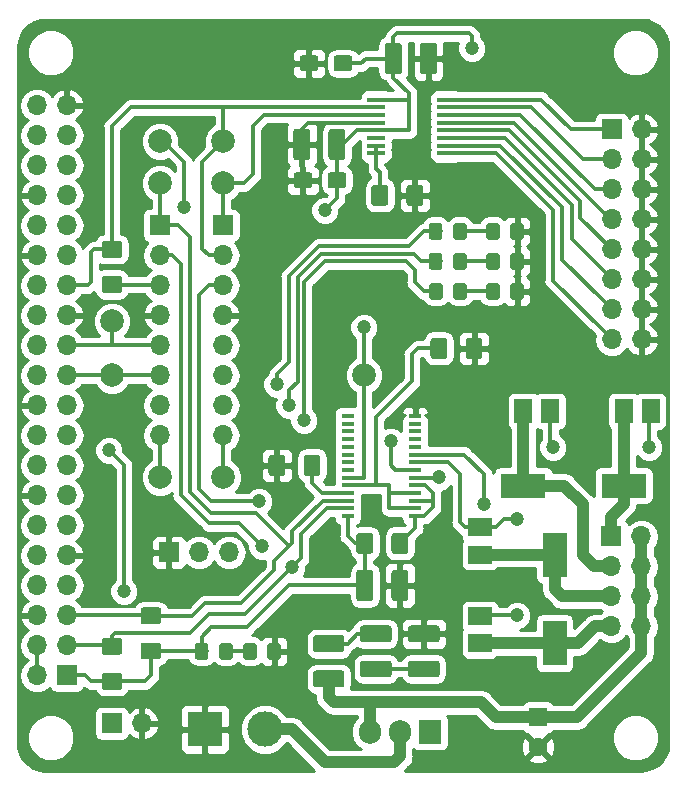
<source format=gbr>
%TF.GenerationSoftware,KiCad,Pcbnew,5.0.2-bee76a0~70~ubuntu18.04.1*%
%TF.CreationDate,2019-03-20T18:43:48-06:00*%
%TF.ProjectId,Pi_Breakout_Board,50695f42-7265-4616-9b6f-75745f426f61,rev?*%
%TF.SameCoordinates,Original*%
%TF.FileFunction,Copper,L1,Top*%
%TF.FilePolarity,Positive*%
%FSLAX46Y46*%
G04 Gerber Fmt 4.6, Leading zero omitted, Abs format (unit mm)*
G04 Created by KiCad (PCBNEW 5.0.2-bee76a0~70~ubuntu18.04.1) date Wed 20 Mar 2019 06:43:48 PM MDT*
%MOMM*%
%LPD*%
G01*
G04 APERTURE LIST*
%TA.AperFunction,SMDPad,CuDef*%
%ADD10R,2.000000X1.500000*%
%TD*%
%TA.AperFunction,SMDPad,CuDef*%
%ADD11R,2.000000X3.800000*%
%TD*%
%TA.AperFunction,SMDPad,CuDef*%
%ADD12R,1.100000X0.400000*%
%TD*%
%TA.AperFunction,ComponentPad*%
%ADD13O,1.700000X1.700000*%
%TD*%
%TA.AperFunction,ComponentPad*%
%ADD14R,1.700000X1.700000*%
%TD*%
%TA.AperFunction,BGAPad,CuDef*%
%ADD15C,2.000000*%
%TD*%
%TA.AperFunction,Conductor*%
%ADD16C,0.100000*%
%TD*%
%TA.AperFunction,SMDPad,CuDef*%
%ADD17C,1.425000*%
%TD*%
%TA.AperFunction,SMDPad,CuDef*%
%ADD18C,1.350000*%
%TD*%
%TA.AperFunction,ComponentPad*%
%ADD19R,1.600000X1.600000*%
%TD*%
%TA.AperFunction,ComponentPad*%
%ADD20C,1.600000*%
%TD*%
%TA.AperFunction,SMDPad,CuDef*%
%ADD21R,3.800000X2.000000*%
%TD*%
%TA.AperFunction,SMDPad,CuDef*%
%ADD22R,1.500000X2.000000*%
%TD*%
%TA.AperFunction,ComponentPad*%
%ADD23R,1.905000X2.000000*%
%TD*%
%TA.AperFunction,ComponentPad*%
%ADD24O,1.905000X2.000000*%
%TD*%
%TA.AperFunction,SMDPad,CuDef*%
%ADD25R,1.500000X0.450000*%
%TD*%
%TA.AperFunction,ComponentPad*%
%ADD26R,3.000000X3.000000*%
%TD*%
%TA.AperFunction,ComponentPad*%
%ADD27C,3.000000*%
%TD*%
%TA.AperFunction,SMDPad,CuDef*%
%ADD28C,1.150000*%
%TD*%
%TA.AperFunction,ViaPad*%
%ADD29C,1.200000*%
%TD*%
%TA.AperFunction,Conductor*%
%ADD30C,0.304800*%
%TD*%
%TA.AperFunction,Conductor*%
%ADD31C,1.000000*%
%TD*%
%TA.AperFunction,Conductor*%
%ADD32C,0.254000*%
%TD*%
G04 APERTURE END LIST*
D10*
%TO.P,Q4,1*%
%TO.N,Net-(Q4-Pad1)*%
X89850000Y-136200000D03*
%TO.P,Q4,3*%
%TO.N,GND*%
X89850000Y-140800000D03*
%TO.P,Q4,2*%
%TO.N,/pwr3*%
X89850000Y-138500000D03*
D11*
%TO.P,Q4,4*%
X96150000Y-138500000D03*
%TD*%
D12*
%TO.P,U1,1*%
%TO.N,Net-(R2-Pad1)*%
X84350000Y-127725000D03*
%TO.P,U1,2*%
%TO.N,Net-(R7-Pad1)*%
X84350000Y-127075000D03*
%TO.P,U1,3*%
%TO.N,Net-(R2-Pad1)*%
X84350000Y-126425000D03*
%TO.P,U1,4*%
%TO.N,Net-(R7-Pad1)*%
X84350000Y-125775000D03*
%TO.P,U1,5*%
%TO.N,Net-(R2-Pad1)*%
X84350000Y-125125000D03*
%TO.P,U1,6*%
%TO.N,Net-(Q1-Pad1)*%
X84350000Y-124475000D03*
%TO.P,U1,7*%
%TO.N,Net-(Q2-Pad1)*%
X84350000Y-123825000D03*
%TO.P,U1,8*%
%TO.N,Net-(Q3-Pad1)*%
X84350000Y-123175000D03*
%TO.P,U1,9*%
%TO.N,Net-(Q4-Pad1)*%
X84350000Y-122525000D03*
%TO.P,U1,10*%
%TO.N,Net-(U1-Pad10)*%
X84350000Y-121875000D03*
%TO.P,U1,11*%
%TO.N,Net-(U1-Pad11)*%
X84350000Y-121225000D03*
%TO.P,U1,12*%
%TO.N,Net-(U1-Pad12)*%
X84350000Y-120575000D03*
%TO.P,U1,13*%
%TO.N,Net-(U1-Pad13)*%
X84350000Y-119925000D03*
%TO.P,U1,14*%
%TO.N,GND*%
X84350000Y-119275000D03*
%TO.P,U1,15*%
%TO.N,Net-(U1-Pad15)*%
X78650000Y-119275000D03*
%TO.P,U1,16*%
%TO.N,Net-(U1-Pad16)*%
X78650000Y-119925000D03*
%TO.P,U1,17*%
%TO.N,Net-(U1-Pad17)*%
X78650000Y-120575000D03*
%TO.P,U1,18*%
%TO.N,Net-(U1-Pad18)*%
X78650000Y-121225000D03*
%TO.P,U1,19*%
%TO.N,Net-(U1-Pad19)*%
X78650000Y-121875000D03*
%TO.P,U1,20*%
%TO.N,Net-(U1-Pad20)*%
X78650000Y-122525000D03*
%TO.P,U1,21*%
%TO.N,Net-(U1-Pad21)*%
X78650000Y-123175000D03*
%TO.P,U1,22*%
%TO.N,Net-(U1-Pad22)*%
X78650000Y-123825000D03*
%TO.P,U1,23*%
%TO.N,~OE*%
X78650000Y-124475000D03*
%TO.P,U1,24*%
%TO.N,Net-(R7-Pad1)*%
X78650000Y-125125000D03*
%TO.P,U1,25*%
%TO.N,Net-(R1-Pad1)*%
X78650000Y-125775000D03*
%TO.P,U1,26*%
%TO.N,SCL1*%
X78650000Y-126425000D03*
%TO.P,U1,27*%
%TO.N,SDA1*%
X78650000Y-127075000D03*
%TO.P,U1,28*%
%TO.N,+3V3*%
X78650000Y-127725000D03*
%TD*%
D13*
%TO.P,J5,8*%
%TO.N,~CE1*%
X68072000Y-120904000D03*
%TO.P,J5,7*%
%TO.N,MOSI0*%
X68072000Y-118364000D03*
%TO.P,J5,6*%
%TO.N,MISO0*%
X68072000Y-115824000D03*
%TO.P,J5,5*%
%TO.N,SCLK0*%
X68072000Y-113284000D03*
%TO.P,J5,4*%
%TO.N,GND*%
X68072000Y-110744000D03*
%TO.P,J5,3*%
%TO.N,+3V3*%
X68072000Y-108204000D03*
%TO.P,J5,2*%
%TO.N,SDA0*%
X68072000Y-105664000D03*
D14*
%TO.P,J5,1*%
%TO.N,SCL0*%
X68072000Y-103124000D03*
%TD*%
D15*
%TO.P,TP1,1*%
%TO.N,MISO0*%
X58674000Y-115824000D03*
%TD*%
%TO.P,TP3,1*%
%TO.N,SCLK0*%
X58674000Y-111252000D03*
%TD*%
%TO.P,TP4,1*%
%TO.N,~OE*%
X80010000Y-115824000D03*
%TD*%
%TO.P,TP5,1*%
%TO.N,~CE1*%
X68072000Y-124460000D03*
%TD*%
%TO.P,TP6,1*%
%TO.N,~CE0*%
X62738000Y-124460000D03*
%TD*%
%TO.P,TP7,1*%
%TO.N,SDA0*%
X68072000Y-96012000D03*
%TD*%
%TO.P,TP8,1*%
%TO.N,SCL0*%
X68072000Y-99568000D03*
%TD*%
%TO.P,TP9,1*%
%TO.N,SDA1*%
X62738000Y-96012000D03*
%TD*%
%TO.P,TP10,1*%
%TO.N,SCL1*%
X62738000Y-99568000D03*
%TD*%
D14*
%TO.P,J1,1*%
%TO.N,+3V3*%
X54864000Y-141224000D03*
D13*
%TO.P,J1,2*%
%TO.N,+5V*%
X52324000Y-141224000D03*
%TO.P,J1,3*%
%TO.N,SDA1*%
X54864000Y-138684000D03*
%TO.P,J1,4*%
%TO.N,+5V*%
X52324000Y-138684000D03*
%TO.P,J1,5*%
%TO.N,SCL1*%
X54864000Y-136144000D03*
%TO.P,J1,6*%
%TO.N,GND*%
X52324000Y-136144000D03*
%TO.P,J1,7*%
%TO.N,Net-(J1-Pad7)*%
X54864000Y-133604000D03*
%TO.P,J1,8*%
%TO.N,TXD*%
X52324000Y-133604000D03*
%TO.P,J1,9*%
%TO.N,GND*%
X54864000Y-131064000D03*
%TO.P,J1,10*%
%TO.N,RXD*%
X52324000Y-131064000D03*
%TO.P,J1,11*%
%TO.N,Net-(J1-Pad11)*%
X54864000Y-128524000D03*
%TO.P,J1,12*%
%TO.N,LED_GREEN*%
X52324000Y-128524000D03*
%TO.P,J1,13*%
%TO.N,Net-(J1-Pad13)*%
X54864000Y-125984000D03*
%TO.P,J1,14*%
%TO.N,GND*%
X52324000Y-125984000D03*
%TO.P,J1,15*%
%TO.N,Net-(J1-Pad15)*%
X54864000Y-123444000D03*
%TO.P,J1,16*%
%TO.N,LED_YELLOW*%
X52324000Y-123444000D03*
%TO.P,J1,17*%
%TO.N,+3V3*%
X54864000Y-120904000D03*
%TO.P,J1,18*%
%TO.N,LED_RED*%
X52324000Y-120904000D03*
%TO.P,J1,19*%
%TO.N,Net-(J1-Pad19)*%
X54864000Y-118364000D03*
%TO.P,J1,20*%
%TO.N,GND*%
X52324000Y-118364000D03*
%TO.P,J1,21*%
%TO.N,MISO0*%
X54864000Y-115824000D03*
%TO.P,J1,22*%
%TO.N,Net-(J1-Pad22)*%
X52324000Y-115824000D03*
%TO.P,J1,23*%
%TO.N,SCLK0*%
X54864000Y-113284000D03*
%TO.P,J1,24*%
%TO.N,~CE0*%
X52324000Y-113284000D03*
%TO.P,J1,25*%
%TO.N,GND*%
X54864000Y-110744000D03*
%TO.P,J1,26*%
%TO.N,~CE1*%
X52324000Y-110744000D03*
%TO.P,J1,27*%
%TO.N,SDA0*%
X54864000Y-108204000D03*
%TO.P,J1,28*%
%TO.N,SCL0*%
X52324000Y-108204000D03*
%TO.P,J1,29*%
%TO.N,Net-(J1-Pad29)*%
X54864000Y-105664000D03*
%TO.P,J1,30*%
%TO.N,GND*%
X52324000Y-105664000D03*
%TO.P,J1,31*%
%TO.N,Net-(J1-Pad31)*%
X54864000Y-103124000D03*
%TO.P,J1,32*%
%TO.N,~OE*%
X52324000Y-103124000D03*
%TO.P,J1,33*%
%TO.N,Net-(J1-Pad33)*%
X54864000Y-100584000D03*
%TO.P,J1,34*%
%TO.N,GND*%
X52324000Y-100584000D03*
%TO.P,J1,35*%
%TO.N,Net-(J1-Pad35)*%
X54864000Y-98044000D03*
%TO.P,J1,36*%
%TO.N,Net-(J1-Pad36)*%
X52324000Y-98044000D03*
%TO.P,J1,37*%
%TO.N,Net-(J1-Pad37)*%
X54864000Y-95504000D03*
%TO.P,J1,38*%
%TO.N,Net-(J1-Pad38)*%
X52324000Y-95504000D03*
%TO.P,J1,39*%
%TO.N,GND*%
X54864000Y-92964000D03*
%TO.P,J1,40*%
%TO.N,Net-(J1-Pad40)*%
X52324000Y-92964000D03*
%TD*%
D16*
%TO.N,GND*%
%TO.C,C1*%
G36*
X83545004Y-132280204D02*
X83569273Y-132283804D01*
X83593071Y-132289765D01*
X83616171Y-132298030D01*
X83638349Y-132308520D01*
X83659393Y-132321133D01*
X83679098Y-132335747D01*
X83697277Y-132352223D01*
X83713753Y-132370402D01*
X83728367Y-132390107D01*
X83740980Y-132411151D01*
X83751470Y-132433329D01*
X83759735Y-132456429D01*
X83765696Y-132480227D01*
X83769296Y-132504496D01*
X83770500Y-132529000D01*
X83770500Y-134679000D01*
X83769296Y-134703504D01*
X83765696Y-134727773D01*
X83759735Y-134751571D01*
X83751470Y-134774671D01*
X83740980Y-134796849D01*
X83728367Y-134817893D01*
X83713753Y-134837598D01*
X83697277Y-134855777D01*
X83679098Y-134872253D01*
X83659393Y-134886867D01*
X83638349Y-134899480D01*
X83616171Y-134909970D01*
X83593071Y-134918235D01*
X83569273Y-134924196D01*
X83545004Y-134927796D01*
X83520500Y-134929000D01*
X82595500Y-134929000D01*
X82570996Y-134927796D01*
X82546727Y-134924196D01*
X82522929Y-134918235D01*
X82499829Y-134909970D01*
X82477651Y-134899480D01*
X82456607Y-134886867D01*
X82436902Y-134872253D01*
X82418723Y-134855777D01*
X82402247Y-134837598D01*
X82387633Y-134817893D01*
X82375020Y-134796849D01*
X82364530Y-134774671D01*
X82356265Y-134751571D01*
X82350304Y-134727773D01*
X82346704Y-134703504D01*
X82345500Y-134679000D01*
X82345500Y-132529000D01*
X82346704Y-132504496D01*
X82350304Y-132480227D01*
X82356265Y-132456429D01*
X82364530Y-132433329D01*
X82375020Y-132411151D01*
X82387633Y-132390107D01*
X82402247Y-132370402D01*
X82418723Y-132352223D01*
X82436902Y-132335747D01*
X82456607Y-132321133D01*
X82477651Y-132308520D01*
X82499829Y-132298030D01*
X82522929Y-132289765D01*
X82546727Y-132283804D01*
X82570996Y-132280204D01*
X82595500Y-132279000D01*
X83520500Y-132279000D01*
X83545004Y-132280204D01*
X83545004Y-132280204D01*
G37*
D17*
%TD*%
%TO.P,C1,2*%
%TO.N,GND*%
X83058000Y-133604000D03*
D16*
%TO.N,+3V3*%
%TO.C,C1*%
G36*
X80570004Y-132280204D02*
X80594273Y-132283804D01*
X80618071Y-132289765D01*
X80641171Y-132298030D01*
X80663349Y-132308520D01*
X80684393Y-132321133D01*
X80704098Y-132335747D01*
X80722277Y-132352223D01*
X80738753Y-132370402D01*
X80753367Y-132390107D01*
X80765980Y-132411151D01*
X80776470Y-132433329D01*
X80784735Y-132456429D01*
X80790696Y-132480227D01*
X80794296Y-132504496D01*
X80795500Y-132529000D01*
X80795500Y-134679000D01*
X80794296Y-134703504D01*
X80790696Y-134727773D01*
X80784735Y-134751571D01*
X80776470Y-134774671D01*
X80765980Y-134796849D01*
X80753367Y-134817893D01*
X80738753Y-134837598D01*
X80722277Y-134855777D01*
X80704098Y-134872253D01*
X80684393Y-134886867D01*
X80663349Y-134899480D01*
X80641171Y-134909970D01*
X80618071Y-134918235D01*
X80594273Y-134924196D01*
X80570004Y-134927796D01*
X80545500Y-134929000D01*
X79620500Y-134929000D01*
X79595996Y-134927796D01*
X79571727Y-134924196D01*
X79547929Y-134918235D01*
X79524829Y-134909970D01*
X79502651Y-134899480D01*
X79481607Y-134886867D01*
X79461902Y-134872253D01*
X79443723Y-134855777D01*
X79427247Y-134837598D01*
X79412633Y-134817893D01*
X79400020Y-134796849D01*
X79389530Y-134774671D01*
X79381265Y-134751571D01*
X79375304Y-134727773D01*
X79371704Y-134703504D01*
X79370500Y-134679000D01*
X79370500Y-132529000D01*
X79371704Y-132504496D01*
X79375304Y-132480227D01*
X79381265Y-132456429D01*
X79389530Y-132433329D01*
X79400020Y-132411151D01*
X79412633Y-132390107D01*
X79427247Y-132370402D01*
X79443723Y-132352223D01*
X79461902Y-132335747D01*
X79481607Y-132321133D01*
X79502651Y-132308520D01*
X79524829Y-132298030D01*
X79547929Y-132289765D01*
X79571727Y-132283804D01*
X79595996Y-132280204D01*
X79620500Y-132279000D01*
X80545500Y-132279000D01*
X80570004Y-132280204D01*
X80570004Y-132280204D01*
G37*
D17*
%TD*%
%TO.P,C1,1*%
%TO.N,+3V3*%
X80083000Y-133604000D03*
D16*
%TO.N,GND*%
%TO.C,C2*%
G36*
X85962004Y-87676204D02*
X85986273Y-87679804D01*
X86010071Y-87685765D01*
X86033171Y-87694030D01*
X86055349Y-87704520D01*
X86076393Y-87717133D01*
X86096098Y-87731747D01*
X86114277Y-87748223D01*
X86130753Y-87766402D01*
X86145367Y-87786107D01*
X86157980Y-87807151D01*
X86168470Y-87829329D01*
X86176735Y-87852429D01*
X86182696Y-87876227D01*
X86186296Y-87900496D01*
X86187500Y-87925000D01*
X86187500Y-90075000D01*
X86186296Y-90099504D01*
X86182696Y-90123773D01*
X86176735Y-90147571D01*
X86168470Y-90170671D01*
X86157980Y-90192849D01*
X86145367Y-90213893D01*
X86130753Y-90233598D01*
X86114277Y-90251777D01*
X86096098Y-90268253D01*
X86076393Y-90282867D01*
X86055349Y-90295480D01*
X86033171Y-90305970D01*
X86010071Y-90314235D01*
X85986273Y-90320196D01*
X85962004Y-90323796D01*
X85937500Y-90325000D01*
X85012500Y-90325000D01*
X84987996Y-90323796D01*
X84963727Y-90320196D01*
X84939929Y-90314235D01*
X84916829Y-90305970D01*
X84894651Y-90295480D01*
X84873607Y-90282867D01*
X84853902Y-90268253D01*
X84835723Y-90251777D01*
X84819247Y-90233598D01*
X84804633Y-90213893D01*
X84792020Y-90192849D01*
X84781530Y-90170671D01*
X84773265Y-90147571D01*
X84767304Y-90123773D01*
X84763704Y-90099504D01*
X84762500Y-90075000D01*
X84762500Y-87925000D01*
X84763704Y-87900496D01*
X84767304Y-87876227D01*
X84773265Y-87852429D01*
X84781530Y-87829329D01*
X84792020Y-87807151D01*
X84804633Y-87786107D01*
X84819247Y-87766402D01*
X84835723Y-87748223D01*
X84853902Y-87731747D01*
X84873607Y-87717133D01*
X84894651Y-87704520D01*
X84916829Y-87694030D01*
X84939929Y-87685765D01*
X84963727Y-87679804D01*
X84987996Y-87676204D01*
X85012500Y-87675000D01*
X85937500Y-87675000D01*
X85962004Y-87676204D01*
X85962004Y-87676204D01*
G37*
D17*
%TD*%
%TO.P,C2,2*%
%TO.N,GND*%
X85475000Y-89000000D03*
D16*
%TO.N,+3V3*%
%TO.C,C2*%
G36*
X82987004Y-87676204D02*
X83011273Y-87679804D01*
X83035071Y-87685765D01*
X83058171Y-87694030D01*
X83080349Y-87704520D01*
X83101393Y-87717133D01*
X83121098Y-87731747D01*
X83139277Y-87748223D01*
X83155753Y-87766402D01*
X83170367Y-87786107D01*
X83182980Y-87807151D01*
X83193470Y-87829329D01*
X83201735Y-87852429D01*
X83207696Y-87876227D01*
X83211296Y-87900496D01*
X83212500Y-87925000D01*
X83212500Y-90075000D01*
X83211296Y-90099504D01*
X83207696Y-90123773D01*
X83201735Y-90147571D01*
X83193470Y-90170671D01*
X83182980Y-90192849D01*
X83170367Y-90213893D01*
X83155753Y-90233598D01*
X83139277Y-90251777D01*
X83121098Y-90268253D01*
X83101393Y-90282867D01*
X83080349Y-90295480D01*
X83058171Y-90305970D01*
X83035071Y-90314235D01*
X83011273Y-90320196D01*
X82987004Y-90323796D01*
X82962500Y-90325000D01*
X82037500Y-90325000D01*
X82012996Y-90323796D01*
X81988727Y-90320196D01*
X81964929Y-90314235D01*
X81941829Y-90305970D01*
X81919651Y-90295480D01*
X81898607Y-90282867D01*
X81878902Y-90268253D01*
X81860723Y-90251777D01*
X81844247Y-90233598D01*
X81829633Y-90213893D01*
X81817020Y-90192849D01*
X81806530Y-90170671D01*
X81798265Y-90147571D01*
X81792304Y-90123773D01*
X81788704Y-90099504D01*
X81787500Y-90075000D01*
X81787500Y-87925000D01*
X81788704Y-87900496D01*
X81792304Y-87876227D01*
X81798265Y-87852429D01*
X81806530Y-87829329D01*
X81817020Y-87807151D01*
X81829633Y-87786107D01*
X81844247Y-87766402D01*
X81860723Y-87748223D01*
X81878902Y-87731747D01*
X81898607Y-87717133D01*
X81919651Y-87704520D01*
X81941829Y-87694030D01*
X81964929Y-87685765D01*
X81988727Y-87679804D01*
X82012996Y-87676204D01*
X82037500Y-87675000D01*
X82962500Y-87675000D01*
X82987004Y-87676204D01*
X82987004Y-87676204D01*
G37*
D17*
%TD*%
%TO.P,C2,1*%
%TO.N,+3V3*%
X82500000Y-89000000D03*
D16*
%TO.N,GND*%
%TO.C,C3*%
G36*
X75919005Y-88734204D02*
X75943273Y-88737804D01*
X75967072Y-88743765D01*
X75990171Y-88752030D01*
X76012350Y-88762520D01*
X76033393Y-88775132D01*
X76053099Y-88789747D01*
X76071277Y-88806223D01*
X76087753Y-88824401D01*
X76102368Y-88844107D01*
X76114980Y-88865150D01*
X76125470Y-88887329D01*
X76133735Y-88910428D01*
X76139696Y-88934227D01*
X76143296Y-88958495D01*
X76144500Y-88982999D01*
X76144500Y-89833001D01*
X76143296Y-89857505D01*
X76139696Y-89881773D01*
X76133735Y-89905572D01*
X76125470Y-89928671D01*
X76114980Y-89950850D01*
X76102368Y-89971893D01*
X76087753Y-89991599D01*
X76071277Y-90009777D01*
X76053099Y-90026253D01*
X76033393Y-90040868D01*
X76012350Y-90053480D01*
X75990171Y-90063970D01*
X75967072Y-90072235D01*
X75943273Y-90078196D01*
X75919005Y-90081796D01*
X75894501Y-90083000D01*
X74819499Y-90083000D01*
X74794995Y-90081796D01*
X74770727Y-90078196D01*
X74746928Y-90072235D01*
X74723829Y-90063970D01*
X74701650Y-90053480D01*
X74680607Y-90040868D01*
X74660901Y-90026253D01*
X74642723Y-90009777D01*
X74626247Y-89991599D01*
X74611632Y-89971893D01*
X74599020Y-89950850D01*
X74588530Y-89928671D01*
X74580265Y-89905572D01*
X74574304Y-89881773D01*
X74570704Y-89857505D01*
X74569500Y-89833001D01*
X74569500Y-88982999D01*
X74570704Y-88958495D01*
X74574304Y-88934227D01*
X74580265Y-88910428D01*
X74588530Y-88887329D01*
X74599020Y-88865150D01*
X74611632Y-88844107D01*
X74626247Y-88824401D01*
X74642723Y-88806223D01*
X74660901Y-88789747D01*
X74680607Y-88775132D01*
X74701650Y-88762520D01*
X74723829Y-88752030D01*
X74746928Y-88743765D01*
X74770727Y-88737804D01*
X74794995Y-88734204D01*
X74819499Y-88733000D01*
X75894501Y-88733000D01*
X75919005Y-88734204D01*
X75919005Y-88734204D01*
G37*
D18*
%TD*%
%TO.P,C3,2*%
%TO.N,GND*%
X75357000Y-89408000D03*
D16*
%TO.N,+3V3*%
%TO.C,C3*%
G36*
X78794005Y-88734204D02*
X78818273Y-88737804D01*
X78842072Y-88743765D01*
X78865171Y-88752030D01*
X78887350Y-88762520D01*
X78908393Y-88775132D01*
X78928099Y-88789747D01*
X78946277Y-88806223D01*
X78962753Y-88824401D01*
X78977368Y-88844107D01*
X78989980Y-88865150D01*
X79000470Y-88887329D01*
X79008735Y-88910428D01*
X79014696Y-88934227D01*
X79018296Y-88958495D01*
X79019500Y-88982999D01*
X79019500Y-89833001D01*
X79018296Y-89857505D01*
X79014696Y-89881773D01*
X79008735Y-89905572D01*
X79000470Y-89928671D01*
X78989980Y-89950850D01*
X78977368Y-89971893D01*
X78962753Y-89991599D01*
X78946277Y-90009777D01*
X78928099Y-90026253D01*
X78908393Y-90040868D01*
X78887350Y-90053480D01*
X78865171Y-90063970D01*
X78842072Y-90072235D01*
X78818273Y-90078196D01*
X78794005Y-90081796D01*
X78769501Y-90083000D01*
X77694499Y-90083000D01*
X77669995Y-90081796D01*
X77645727Y-90078196D01*
X77621928Y-90072235D01*
X77598829Y-90063970D01*
X77576650Y-90053480D01*
X77555607Y-90040868D01*
X77535901Y-90026253D01*
X77517723Y-90009777D01*
X77501247Y-89991599D01*
X77486632Y-89971893D01*
X77474020Y-89950850D01*
X77463530Y-89928671D01*
X77455265Y-89905572D01*
X77449304Y-89881773D01*
X77445704Y-89857505D01*
X77444500Y-89833001D01*
X77444500Y-88982999D01*
X77445704Y-88958495D01*
X77449304Y-88934227D01*
X77455265Y-88910428D01*
X77463530Y-88887329D01*
X77474020Y-88865150D01*
X77486632Y-88844107D01*
X77501247Y-88824401D01*
X77517723Y-88806223D01*
X77535901Y-88789747D01*
X77555607Y-88775132D01*
X77576650Y-88762520D01*
X77598829Y-88752030D01*
X77621928Y-88743765D01*
X77645727Y-88737804D01*
X77669995Y-88734204D01*
X77694499Y-88733000D01*
X78769501Y-88733000D01*
X78794005Y-88734204D01*
X78794005Y-88734204D01*
G37*
D18*
%TD*%
%TO.P,C3,1*%
%TO.N,+3V3*%
X78232000Y-89408000D03*
D16*
%TO.N,+3V3*%
%TO.C,C4*%
G36*
X78211004Y-94942204D02*
X78235273Y-94945804D01*
X78259071Y-94951765D01*
X78282171Y-94960030D01*
X78304349Y-94970520D01*
X78325393Y-94983133D01*
X78345098Y-94997747D01*
X78363277Y-95014223D01*
X78379753Y-95032402D01*
X78394367Y-95052107D01*
X78406980Y-95073151D01*
X78417470Y-95095329D01*
X78425735Y-95118429D01*
X78431696Y-95142227D01*
X78435296Y-95166496D01*
X78436500Y-95191000D01*
X78436500Y-97341000D01*
X78435296Y-97365504D01*
X78431696Y-97389773D01*
X78425735Y-97413571D01*
X78417470Y-97436671D01*
X78406980Y-97458849D01*
X78394367Y-97479893D01*
X78379753Y-97499598D01*
X78363277Y-97517777D01*
X78345098Y-97534253D01*
X78325393Y-97548867D01*
X78304349Y-97561480D01*
X78282171Y-97571970D01*
X78259071Y-97580235D01*
X78235273Y-97586196D01*
X78211004Y-97589796D01*
X78186500Y-97591000D01*
X77261500Y-97591000D01*
X77236996Y-97589796D01*
X77212727Y-97586196D01*
X77188929Y-97580235D01*
X77165829Y-97571970D01*
X77143651Y-97561480D01*
X77122607Y-97548867D01*
X77102902Y-97534253D01*
X77084723Y-97517777D01*
X77068247Y-97499598D01*
X77053633Y-97479893D01*
X77041020Y-97458849D01*
X77030530Y-97436671D01*
X77022265Y-97413571D01*
X77016304Y-97389773D01*
X77012704Y-97365504D01*
X77011500Y-97341000D01*
X77011500Y-95191000D01*
X77012704Y-95166496D01*
X77016304Y-95142227D01*
X77022265Y-95118429D01*
X77030530Y-95095329D01*
X77041020Y-95073151D01*
X77053633Y-95052107D01*
X77068247Y-95032402D01*
X77084723Y-95014223D01*
X77102902Y-94997747D01*
X77122607Y-94983133D01*
X77143651Y-94970520D01*
X77165829Y-94960030D01*
X77188929Y-94951765D01*
X77212727Y-94945804D01*
X77236996Y-94942204D01*
X77261500Y-94941000D01*
X78186500Y-94941000D01*
X78211004Y-94942204D01*
X78211004Y-94942204D01*
G37*
D17*
%TD*%
%TO.P,C4,1*%
%TO.N,+3V3*%
X77724000Y-96266000D03*
D16*
%TO.N,GND*%
%TO.C,C4*%
G36*
X75236004Y-94942204D02*
X75260273Y-94945804D01*
X75284071Y-94951765D01*
X75307171Y-94960030D01*
X75329349Y-94970520D01*
X75350393Y-94983133D01*
X75370098Y-94997747D01*
X75388277Y-95014223D01*
X75404753Y-95032402D01*
X75419367Y-95052107D01*
X75431980Y-95073151D01*
X75442470Y-95095329D01*
X75450735Y-95118429D01*
X75456696Y-95142227D01*
X75460296Y-95166496D01*
X75461500Y-95191000D01*
X75461500Y-97341000D01*
X75460296Y-97365504D01*
X75456696Y-97389773D01*
X75450735Y-97413571D01*
X75442470Y-97436671D01*
X75431980Y-97458849D01*
X75419367Y-97479893D01*
X75404753Y-97499598D01*
X75388277Y-97517777D01*
X75370098Y-97534253D01*
X75350393Y-97548867D01*
X75329349Y-97561480D01*
X75307171Y-97571970D01*
X75284071Y-97580235D01*
X75260273Y-97586196D01*
X75236004Y-97589796D01*
X75211500Y-97591000D01*
X74286500Y-97591000D01*
X74261996Y-97589796D01*
X74237727Y-97586196D01*
X74213929Y-97580235D01*
X74190829Y-97571970D01*
X74168651Y-97561480D01*
X74147607Y-97548867D01*
X74127902Y-97534253D01*
X74109723Y-97517777D01*
X74093247Y-97499598D01*
X74078633Y-97479893D01*
X74066020Y-97458849D01*
X74055530Y-97436671D01*
X74047265Y-97413571D01*
X74041304Y-97389773D01*
X74037704Y-97365504D01*
X74036500Y-97341000D01*
X74036500Y-95191000D01*
X74037704Y-95166496D01*
X74041304Y-95142227D01*
X74047265Y-95118429D01*
X74055530Y-95095329D01*
X74066020Y-95073151D01*
X74078633Y-95052107D01*
X74093247Y-95032402D01*
X74109723Y-95014223D01*
X74127902Y-94997747D01*
X74147607Y-94983133D01*
X74168651Y-94970520D01*
X74190829Y-94960030D01*
X74213929Y-94951765D01*
X74237727Y-94945804D01*
X74261996Y-94942204D01*
X74286500Y-94941000D01*
X75211500Y-94941000D01*
X75236004Y-94942204D01*
X75236004Y-94942204D01*
G37*
D17*
%TD*%
%TO.P,C4,2*%
%TO.N,GND*%
X74749000Y-96266000D03*
D16*
%TO.N,+3V3*%
%TO.C,C5*%
G36*
X78286005Y-98640204D02*
X78310273Y-98643804D01*
X78334072Y-98649765D01*
X78357171Y-98658030D01*
X78379350Y-98668520D01*
X78400393Y-98681132D01*
X78420099Y-98695747D01*
X78438277Y-98712223D01*
X78454753Y-98730401D01*
X78469368Y-98750107D01*
X78481980Y-98771150D01*
X78492470Y-98793329D01*
X78500735Y-98816428D01*
X78506696Y-98840227D01*
X78510296Y-98864495D01*
X78511500Y-98888999D01*
X78511500Y-99739001D01*
X78510296Y-99763505D01*
X78506696Y-99787773D01*
X78500735Y-99811572D01*
X78492470Y-99834671D01*
X78481980Y-99856850D01*
X78469368Y-99877893D01*
X78454753Y-99897599D01*
X78438277Y-99915777D01*
X78420099Y-99932253D01*
X78400393Y-99946868D01*
X78379350Y-99959480D01*
X78357171Y-99969970D01*
X78334072Y-99978235D01*
X78310273Y-99984196D01*
X78286005Y-99987796D01*
X78261501Y-99989000D01*
X77186499Y-99989000D01*
X77161995Y-99987796D01*
X77137727Y-99984196D01*
X77113928Y-99978235D01*
X77090829Y-99969970D01*
X77068650Y-99959480D01*
X77047607Y-99946868D01*
X77027901Y-99932253D01*
X77009723Y-99915777D01*
X76993247Y-99897599D01*
X76978632Y-99877893D01*
X76966020Y-99856850D01*
X76955530Y-99834671D01*
X76947265Y-99811572D01*
X76941304Y-99787773D01*
X76937704Y-99763505D01*
X76936500Y-99739001D01*
X76936500Y-98888999D01*
X76937704Y-98864495D01*
X76941304Y-98840227D01*
X76947265Y-98816428D01*
X76955530Y-98793329D01*
X76966020Y-98771150D01*
X76978632Y-98750107D01*
X76993247Y-98730401D01*
X77009723Y-98712223D01*
X77027901Y-98695747D01*
X77047607Y-98681132D01*
X77068650Y-98668520D01*
X77090829Y-98658030D01*
X77113928Y-98649765D01*
X77137727Y-98643804D01*
X77161995Y-98640204D01*
X77186499Y-98639000D01*
X78261501Y-98639000D01*
X78286005Y-98640204D01*
X78286005Y-98640204D01*
G37*
D18*
%TD*%
%TO.P,C5,1*%
%TO.N,+3V3*%
X77724000Y-99314000D03*
D16*
%TO.N,GND*%
%TO.C,C5*%
G36*
X75411005Y-98640204D02*
X75435273Y-98643804D01*
X75459072Y-98649765D01*
X75482171Y-98658030D01*
X75504350Y-98668520D01*
X75525393Y-98681132D01*
X75545099Y-98695747D01*
X75563277Y-98712223D01*
X75579753Y-98730401D01*
X75594368Y-98750107D01*
X75606980Y-98771150D01*
X75617470Y-98793329D01*
X75625735Y-98816428D01*
X75631696Y-98840227D01*
X75635296Y-98864495D01*
X75636500Y-98888999D01*
X75636500Y-99739001D01*
X75635296Y-99763505D01*
X75631696Y-99787773D01*
X75625735Y-99811572D01*
X75617470Y-99834671D01*
X75606980Y-99856850D01*
X75594368Y-99877893D01*
X75579753Y-99897599D01*
X75563277Y-99915777D01*
X75545099Y-99932253D01*
X75525393Y-99946868D01*
X75504350Y-99959480D01*
X75482171Y-99969970D01*
X75459072Y-99978235D01*
X75435273Y-99984196D01*
X75411005Y-99987796D01*
X75386501Y-99989000D01*
X74311499Y-99989000D01*
X74286995Y-99987796D01*
X74262727Y-99984196D01*
X74238928Y-99978235D01*
X74215829Y-99969970D01*
X74193650Y-99959480D01*
X74172607Y-99946868D01*
X74152901Y-99932253D01*
X74134723Y-99915777D01*
X74118247Y-99897599D01*
X74103632Y-99877893D01*
X74091020Y-99856850D01*
X74080530Y-99834671D01*
X74072265Y-99811572D01*
X74066304Y-99787773D01*
X74062704Y-99763505D01*
X74061500Y-99739001D01*
X74061500Y-98888999D01*
X74062704Y-98864495D01*
X74066304Y-98840227D01*
X74072265Y-98816428D01*
X74080530Y-98793329D01*
X74091020Y-98771150D01*
X74103632Y-98750107D01*
X74118247Y-98730401D01*
X74134723Y-98712223D01*
X74152901Y-98695747D01*
X74172607Y-98681132D01*
X74193650Y-98668520D01*
X74215829Y-98658030D01*
X74238928Y-98649765D01*
X74262727Y-98643804D01*
X74286995Y-98640204D01*
X74311499Y-98639000D01*
X75386501Y-98639000D01*
X75411005Y-98640204D01*
X75411005Y-98640204D01*
G37*
D18*
%TD*%
%TO.P,C5,2*%
%TO.N,GND*%
X74849000Y-99314000D03*
D19*
%TO.P,C8,1*%
%TO.N,28V*%
X94742000Y-144780000D03*
D20*
%TO.P,C8,2*%
%TO.N,GND*%
X94742000Y-147280000D03*
%TD*%
D21*
%TO.P,Q1,4*%
%TO.N,/pwr0*%
X102000000Y-125150000D03*
D22*
%TO.P,Q1,2*%
X102000000Y-118850000D03*
%TO.P,Q1,3*%
%TO.N,GND*%
X99700000Y-118850000D03*
%TO.P,Q1,1*%
%TO.N,Net-(Q1-Pad1)*%
X104300000Y-118850000D03*
%TD*%
%TO.P,Q2,1*%
%TO.N,Net-(Q2-Pad1)*%
X95800000Y-118850000D03*
%TO.P,Q2,3*%
%TO.N,GND*%
X91200000Y-118850000D03*
%TO.P,Q2,2*%
%TO.N,/pwr1*%
X93500000Y-118850000D03*
D21*
%TO.P,Q2,4*%
X93500000Y-125150000D03*
%TD*%
D11*
%TO.P,Q3,4*%
%TO.N,/pwr2*%
X96150000Y-131000000D03*
D10*
%TO.P,Q3,2*%
X89850000Y-131000000D03*
%TO.P,Q3,3*%
%TO.N,GND*%
X89850000Y-133300000D03*
%TO.P,Q3,1*%
%TO.N,Net-(Q3-Pad1)*%
X89850000Y-128700000D03*
%TD*%
D23*
%TO.P,Q5,1*%
%TO.N,Net-(Q5-Pad1)*%
X85598000Y-146000000D03*
D24*
%TO.P,Q5,2*%
%TO.N,/inpt_hicurrent*%
X83058000Y-146000000D03*
%TO.P,Q5,3*%
%TO.N,28V*%
X80518000Y-146000000D03*
%TD*%
D16*
%TO.N,GND*%
%TO.C,R1*%
G36*
X73131004Y-122570204D02*
X73155273Y-122573804D01*
X73179071Y-122579765D01*
X73202171Y-122588030D01*
X73224349Y-122598520D01*
X73245393Y-122611133D01*
X73265098Y-122625747D01*
X73283277Y-122642223D01*
X73299753Y-122660402D01*
X73314367Y-122680107D01*
X73326980Y-122701151D01*
X73337470Y-122723329D01*
X73345735Y-122746429D01*
X73351696Y-122770227D01*
X73355296Y-122794496D01*
X73356500Y-122819000D01*
X73356500Y-124069000D01*
X73355296Y-124093504D01*
X73351696Y-124117773D01*
X73345735Y-124141571D01*
X73337470Y-124164671D01*
X73326980Y-124186849D01*
X73314367Y-124207893D01*
X73299753Y-124227598D01*
X73283277Y-124245777D01*
X73265098Y-124262253D01*
X73245393Y-124276867D01*
X73224349Y-124289480D01*
X73202171Y-124299970D01*
X73179071Y-124308235D01*
X73155273Y-124314196D01*
X73131004Y-124317796D01*
X73106500Y-124319000D01*
X72181500Y-124319000D01*
X72156996Y-124317796D01*
X72132727Y-124314196D01*
X72108929Y-124308235D01*
X72085829Y-124299970D01*
X72063651Y-124289480D01*
X72042607Y-124276867D01*
X72022902Y-124262253D01*
X72004723Y-124245777D01*
X71988247Y-124227598D01*
X71973633Y-124207893D01*
X71961020Y-124186849D01*
X71950530Y-124164671D01*
X71942265Y-124141571D01*
X71936304Y-124117773D01*
X71932704Y-124093504D01*
X71931500Y-124069000D01*
X71931500Y-122819000D01*
X71932704Y-122794496D01*
X71936304Y-122770227D01*
X71942265Y-122746429D01*
X71950530Y-122723329D01*
X71961020Y-122701151D01*
X71973633Y-122680107D01*
X71988247Y-122660402D01*
X72004723Y-122642223D01*
X72022902Y-122625747D01*
X72042607Y-122611133D01*
X72063651Y-122598520D01*
X72085829Y-122588030D01*
X72108929Y-122579765D01*
X72132727Y-122573804D01*
X72156996Y-122570204D01*
X72181500Y-122569000D01*
X73106500Y-122569000D01*
X73131004Y-122570204D01*
X73131004Y-122570204D01*
G37*
D17*
%TD*%
%TO.P,R1,2*%
%TO.N,GND*%
X72644000Y-123444000D03*
D16*
%TO.N,Net-(R1-Pad1)*%
%TO.C,R1*%
G36*
X76106004Y-122570204D02*
X76130273Y-122573804D01*
X76154071Y-122579765D01*
X76177171Y-122588030D01*
X76199349Y-122598520D01*
X76220393Y-122611133D01*
X76240098Y-122625747D01*
X76258277Y-122642223D01*
X76274753Y-122660402D01*
X76289367Y-122680107D01*
X76301980Y-122701151D01*
X76312470Y-122723329D01*
X76320735Y-122746429D01*
X76326696Y-122770227D01*
X76330296Y-122794496D01*
X76331500Y-122819000D01*
X76331500Y-124069000D01*
X76330296Y-124093504D01*
X76326696Y-124117773D01*
X76320735Y-124141571D01*
X76312470Y-124164671D01*
X76301980Y-124186849D01*
X76289367Y-124207893D01*
X76274753Y-124227598D01*
X76258277Y-124245777D01*
X76240098Y-124262253D01*
X76220393Y-124276867D01*
X76199349Y-124289480D01*
X76177171Y-124299970D01*
X76154071Y-124308235D01*
X76130273Y-124314196D01*
X76106004Y-124317796D01*
X76081500Y-124319000D01*
X75156500Y-124319000D01*
X75131996Y-124317796D01*
X75107727Y-124314196D01*
X75083929Y-124308235D01*
X75060829Y-124299970D01*
X75038651Y-124289480D01*
X75017607Y-124276867D01*
X74997902Y-124262253D01*
X74979723Y-124245777D01*
X74963247Y-124227598D01*
X74948633Y-124207893D01*
X74936020Y-124186849D01*
X74925530Y-124164671D01*
X74917265Y-124141571D01*
X74911304Y-124117773D01*
X74907704Y-124093504D01*
X74906500Y-124069000D01*
X74906500Y-122819000D01*
X74907704Y-122794496D01*
X74911304Y-122770227D01*
X74917265Y-122746429D01*
X74925530Y-122723329D01*
X74936020Y-122701151D01*
X74948633Y-122680107D01*
X74963247Y-122660402D01*
X74979723Y-122642223D01*
X74997902Y-122625747D01*
X75017607Y-122611133D01*
X75038651Y-122598520D01*
X75060829Y-122588030D01*
X75083929Y-122579765D01*
X75107727Y-122573804D01*
X75131996Y-122570204D01*
X75156500Y-122569000D01*
X76081500Y-122569000D01*
X76106004Y-122570204D01*
X76106004Y-122570204D01*
G37*
D17*
%TD*%
%TO.P,R1,1*%
%TO.N,Net-(R1-Pad1)*%
X75619000Y-123444000D03*
D16*
%TO.N,+3V3*%
%TO.C,R2*%
G36*
X80570004Y-129174204D02*
X80594273Y-129177804D01*
X80618071Y-129183765D01*
X80641171Y-129192030D01*
X80663349Y-129202520D01*
X80684393Y-129215133D01*
X80704098Y-129229747D01*
X80722277Y-129246223D01*
X80738753Y-129264402D01*
X80753367Y-129284107D01*
X80765980Y-129305151D01*
X80776470Y-129327329D01*
X80784735Y-129350429D01*
X80790696Y-129374227D01*
X80794296Y-129398496D01*
X80795500Y-129423000D01*
X80795500Y-130673000D01*
X80794296Y-130697504D01*
X80790696Y-130721773D01*
X80784735Y-130745571D01*
X80776470Y-130768671D01*
X80765980Y-130790849D01*
X80753367Y-130811893D01*
X80738753Y-130831598D01*
X80722277Y-130849777D01*
X80704098Y-130866253D01*
X80684393Y-130880867D01*
X80663349Y-130893480D01*
X80641171Y-130903970D01*
X80618071Y-130912235D01*
X80594273Y-130918196D01*
X80570004Y-130921796D01*
X80545500Y-130923000D01*
X79620500Y-130923000D01*
X79595996Y-130921796D01*
X79571727Y-130918196D01*
X79547929Y-130912235D01*
X79524829Y-130903970D01*
X79502651Y-130893480D01*
X79481607Y-130880867D01*
X79461902Y-130866253D01*
X79443723Y-130849777D01*
X79427247Y-130831598D01*
X79412633Y-130811893D01*
X79400020Y-130790849D01*
X79389530Y-130768671D01*
X79381265Y-130745571D01*
X79375304Y-130721773D01*
X79371704Y-130697504D01*
X79370500Y-130673000D01*
X79370500Y-129423000D01*
X79371704Y-129398496D01*
X79375304Y-129374227D01*
X79381265Y-129350429D01*
X79389530Y-129327329D01*
X79400020Y-129305151D01*
X79412633Y-129284107D01*
X79427247Y-129264402D01*
X79443723Y-129246223D01*
X79461902Y-129229747D01*
X79481607Y-129215133D01*
X79502651Y-129202520D01*
X79524829Y-129192030D01*
X79547929Y-129183765D01*
X79571727Y-129177804D01*
X79595996Y-129174204D01*
X79620500Y-129173000D01*
X80545500Y-129173000D01*
X80570004Y-129174204D01*
X80570004Y-129174204D01*
G37*
D17*
%TD*%
%TO.P,R2,2*%
%TO.N,+3V3*%
X80083000Y-130048000D03*
D16*
%TO.N,Net-(R2-Pad1)*%
%TO.C,R2*%
G36*
X83545004Y-129174204D02*
X83569273Y-129177804D01*
X83593071Y-129183765D01*
X83616171Y-129192030D01*
X83638349Y-129202520D01*
X83659393Y-129215133D01*
X83679098Y-129229747D01*
X83697277Y-129246223D01*
X83713753Y-129264402D01*
X83728367Y-129284107D01*
X83740980Y-129305151D01*
X83751470Y-129327329D01*
X83759735Y-129350429D01*
X83765696Y-129374227D01*
X83769296Y-129398496D01*
X83770500Y-129423000D01*
X83770500Y-130673000D01*
X83769296Y-130697504D01*
X83765696Y-130721773D01*
X83759735Y-130745571D01*
X83751470Y-130768671D01*
X83740980Y-130790849D01*
X83728367Y-130811893D01*
X83713753Y-130831598D01*
X83697277Y-130849777D01*
X83679098Y-130866253D01*
X83659393Y-130880867D01*
X83638349Y-130893480D01*
X83616171Y-130903970D01*
X83593071Y-130912235D01*
X83569273Y-130918196D01*
X83545004Y-130921796D01*
X83520500Y-130923000D01*
X82595500Y-130923000D01*
X82570996Y-130921796D01*
X82546727Y-130918196D01*
X82522929Y-130912235D01*
X82499829Y-130903970D01*
X82477651Y-130893480D01*
X82456607Y-130880867D01*
X82436902Y-130866253D01*
X82418723Y-130849777D01*
X82402247Y-130831598D01*
X82387633Y-130811893D01*
X82375020Y-130790849D01*
X82364530Y-130768671D01*
X82356265Y-130745571D01*
X82350304Y-130721773D01*
X82346704Y-130697504D01*
X82345500Y-130673000D01*
X82345500Y-129423000D01*
X82346704Y-129398496D01*
X82350304Y-129374227D01*
X82356265Y-129350429D01*
X82364530Y-129327329D01*
X82375020Y-129305151D01*
X82387633Y-129284107D01*
X82402247Y-129264402D01*
X82418723Y-129246223D01*
X82436902Y-129229747D01*
X82456607Y-129215133D01*
X82477651Y-129202520D01*
X82499829Y-129192030D01*
X82522929Y-129183765D01*
X82546727Y-129177804D01*
X82570996Y-129174204D01*
X82595500Y-129173000D01*
X83520500Y-129173000D01*
X83545004Y-129174204D01*
X83545004Y-129174204D01*
G37*
D17*
%TD*%
%TO.P,R2,1*%
%TO.N,Net-(R2-Pad1)*%
X83058000Y-130048000D03*
D16*
%TO.N,Net-(R7-Pad1)*%
%TO.C,R7*%
G36*
X86847004Y-112664204D02*
X86871273Y-112667804D01*
X86895071Y-112673765D01*
X86918171Y-112682030D01*
X86940349Y-112692520D01*
X86961393Y-112705133D01*
X86981098Y-112719747D01*
X86999277Y-112736223D01*
X87015753Y-112754402D01*
X87030367Y-112774107D01*
X87042980Y-112795151D01*
X87053470Y-112817329D01*
X87061735Y-112840429D01*
X87067696Y-112864227D01*
X87071296Y-112888496D01*
X87072500Y-112913000D01*
X87072500Y-114163000D01*
X87071296Y-114187504D01*
X87067696Y-114211773D01*
X87061735Y-114235571D01*
X87053470Y-114258671D01*
X87042980Y-114280849D01*
X87030367Y-114301893D01*
X87015753Y-114321598D01*
X86999277Y-114339777D01*
X86981098Y-114356253D01*
X86961393Y-114370867D01*
X86940349Y-114383480D01*
X86918171Y-114393970D01*
X86895071Y-114402235D01*
X86871273Y-114408196D01*
X86847004Y-114411796D01*
X86822500Y-114413000D01*
X85897500Y-114413000D01*
X85872996Y-114411796D01*
X85848727Y-114408196D01*
X85824929Y-114402235D01*
X85801829Y-114393970D01*
X85779651Y-114383480D01*
X85758607Y-114370867D01*
X85738902Y-114356253D01*
X85720723Y-114339777D01*
X85704247Y-114321598D01*
X85689633Y-114301893D01*
X85677020Y-114280849D01*
X85666530Y-114258671D01*
X85658265Y-114235571D01*
X85652304Y-114211773D01*
X85648704Y-114187504D01*
X85647500Y-114163000D01*
X85647500Y-112913000D01*
X85648704Y-112888496D01*
X85652304Y-112864227D01*
X85658265Y-112840429D01*
X85666530Y-112817329D01*
X85677020Y-112795151D01*
X85689633Y-112774107D01*
X85704247Y-112754402D01*
X85720723Y-112736223D01*
X85738902Y-112719747D01*
X85758607Y-112705133D01*
X85779651Y-112692520D01*
X85801829Y-112682030D01*
X85824929Y-112673765D01*
X85848727Y-112667804D01*
X85872996Y-112664204D01*
X85897500Y-112663000D01*
X86822500Y-112663000D01*
X86847004Y-112664204D01*
X86847004Y-112664204D01*
G37*
D17*
%TD*%
%TO.P,R7,1*%
%TO.N,Net-(R7-Pad1)*%
X86360000Y-113538000D03*
D16*
%TO.N,GND*%
%TO.C,R7*%
G36*
X89822004Y-112664204D02*
X89846273Y-112667804D01*
X89870071Y-112673765D01*
X89893171Y-112682030D01*
X89915349Y-112692520D01*
X89936393Y-112705133D01*
X89956098Y-112719747D01*
X89974277Y-112736223D01*
X89990753Y-112754402D01*
X90005367Y-112774107D01*
X90017980Y-112795151D01*
X90028470Y-112817329D01*
X90036735Y-112840429D01*
X90042696Y-112864227D01*
X90046296Y-112888496D01*
X90047500Y-112913000D01*
X90047500Y-114163000D01*
X90046296Y-114187504D01*
X90042696Y-114211773D01*
X90036735Y-114235571D01*
X90028470Y-114258671D01*
X90017980Y-114280849D01*
X90005367Y-114301893D01*
X89990753Y-114321598D01*
X89974277Y-114339777D01*
X89956098Y-114356253D01*
X89936393Y-114370867D01*
X89915349Y-114383480D01*
X89893171Y-114393970D01*
X89870071Y-114402235D01*
X89846273Y-114408196D01*
X89822004Y-114411796D01*
X89797500Y-114413000D01*
X88872500Y-114413000D01*
X88847996Y-114411796D01*
X88823727Y-114408196D01*
X88799929Y-114402235D01*
X88776829Y-114393970D01*
X88754651Y-114383480D01*
X88733607Y-114370867D01*
X88713902Y-114356253D01*
X88695723Y-114339777D01*
X88679247Y-114321598D01*
X88664633Y-114301893D01*
X88652020Y-114280849D01*
X88641530Y-114258671D01*
X88633265Y-114235571D01*
X88627304Y-114211773D01*
X88623704Y-114187504D01*
X88622500Y-114163000D01*
X88622500Y-112913000D01*
X88623704Y-112888496D01*
X88627304Y-112864227D01*
X88633265Y-112840429D01*
X88641530Y-112817329D01*
X88652020Y-112795151D01*
X88664633Y-112774107D01*
X88679247Y-112754402D01*
X88695723Y-112736223D01*
X88713902Y-112719747D01*
X88733607Y-112705133D01*
X88754651Y-112692520D01*
X88776829Y-112682030D01*
X88799929Y-112673765D01*
X88823727Y-112667804D01*
X88847996Y-112664204D01*
X88872500Y-112663000D01*
X89797500Y-112663000D01*
X89822004Y-112664204D01*
X89822004Y-112664204D01*
G37*
D17*
%TD*%
%TO.P,R7,2*%
%TO.N,GND*%
X89335000Y-113538000D03*
D16*
%TO.N,+3V3*%
%TO.C,R9*%
G36*
X59323504Y-107419704D02*
X59347773Y-107423304D01*
X59371571Y-107429265D01*
X59394671Y-107437530D01*
X59416849Y-107448020D01*
X59437893Y-107460633D01*
X59457598Y-107475247D01*
X59475777Y-107491723D01*
X59492253Y-107509902D01*
X59506867Y-107529607D01*
X59519480Y-107550651D01*
X59529970Y-107572829D01*
X59538235Y-107595929D01*
X59544196Y-107619727D01*
X59547796Y-107643996D01*
X59549000Y-107668500D01*
X59549000Y-108593500D01*
X59547796Y-108618004D01*
X59544196Y-108642273D01*
X59538235Y-108666071D01*
X59529970Y-108689171D01*
X59519480Y-108711349D01*
X59506867Y-108732393D01*
X59492253Y-108752098D01*
X59475777Y-108770277D01*
X59457598Y-108786753D01*
X59437893Y-108801367D01*
X59416849Y-108813980D01*
X59394671Y-108824470D01*
X59371571Y-108832735D01*
X59347773Y-108838696D01*
X59323504Y-108842296D01*
X59299000Y-108843500D01*
X58049000Y-108843500D01*
X58024496Y-108842296D01*
X58000227Y-108838696D01*
X57976429Y-108832735D01*
X57953329Y-108824470D01*
X57931151Y-108813980D01*
X57910107Y-108801367D01*
X57890402Y-108786753D01*
X57872223Y-108770277D01*
X57855747Y-108752098D01*
X57841133Y-108732393D01*
X57828520Y-108711349D01*
X57818030Y-108689171D01*
X57809765Y-108666071D01*
X57803804Y-108642273D01*
X57800204Y-108618004D01*
X57799000Y-108593500D01*
X57799000Y-107668500D01*
X57800204Y-107643996D01*
X57803804Y-107619727D01*
X57809765Y-107595929D01*
X57818030Y-107572829D01*
X57828520Y-107550651D01*
X57841133Y-107529607D01*
X57855747Y-107509902D01*
X57872223Y-107491723D01*
X57890402Y-107475247D01*
X57910107Y-107460633D01*
X57931151Y-107448020D01*
X57953329Y-107437530D01*
X57976429Y-107429265D01*
X58000227Y-107423304D01*
X58024496Y-107419704D01*
X58049000Y-107418500D01*
X59299000Y-107418500D01*
X59323504Y-107419704D01*
X59323504Y-107419704D01*
G37*
D17*
%TD*%
%TO.P,R9,1*%
%TO.N,+3V3*%
X58674000Y-108131000D03*
D16*
%TO.N,SDA0*%
%TO.C,R9*%
G36*
X59323504Y-104444704D02*
X59347773Y-104448304D01*
X59371571Y-104454265D01*
X59394671Y-104462530D01*
X59416849Y-104473020D01*
X59437893Y-104485633D01*
X59457598Y-104500247D01*
X59475777Y-104516723D01*
X59492253Y-104534902D01*
X59506867Y-104554607D01*
X59519480Y-104575651D01*
X59529970Y-104597829D01*
X59538235Y-104620929D01*
X59544196Y-104644727D01*
X59547796Y-104668996D01*
X59549000Y-104693500D01*
X59549000Y-105618500D01*
X59547796Y-105643004D01*
X59544196Y-105667273D01*
X59538235Y-105691071D01*
X59529970Y-105714171D01*
X59519480Y-105736349D01*
X59506867Y-105757393D01*
X59492253Y-105777098D01*
X59475777Y-105795277D01*
X59457598Y-105811753D01*
X59437893Y-105826367D01*
X59416849Y-105838980D01*
X59394671Y-105849470D01*
X59371571Y-105857735D01*
X59347773Y-105863696D01*
X59323504Y-105867296D01*
X59299000Y-105868500D01*
X58049000Y-105868500D01*
X58024496Y-105867296D01*
X58000227Y-105863696D01*
X57976429Y-105857735D01*
X57953329Y-105849470D01*
X57931151Y-105838980D01*
X57910107Y-105826367D01*
X57890402Y-105811753D01*
X57872223Y-105795277D01*
X57855747Y-105777098D01*
X57841133Y-105757393D01*
X57828520Y-105736349D01*
X57818030Y-105714171D01*
X57809765Y-105691071D01*
X57803804Y-105667273D01*
X57800204Y-105643004D01*
X57799000Y-105618500D01*
X57799000Y-104693500D01*
X57800204Y-104668996D01*
X57803804Y-104644727D01*
X57809765Y-104620929D01*
X57818030Y-104597829D01*
X57828520Y-104575651D01*
X57841133Y-104554607D01*
X57855747Y-104534902D01*
X57872223Y-104516723D01*
X57890402Y-104500247D01*
X57910107Y-104485633D01*
X57931151Y-104473020D01*
X57953329Y-104462530D01*
X57976429Y-104454265D01*
X58000227Y-104448304D01*
X58024496Y-104444704D01*
X58049000Y-104443500D01*
X59299000Y-104443500D01*
X59323504Y-104444704D01*
X59323504Y-104444704D01*
G37*
D17*
%TD*%
%TO.P,R9,2*%
%TO.N,SDA0*%
X58674000Y-105156000D03*
D16*
%TO.N,+3V3*%
%TO.C,R12*%
G36*
X59323504Y-141020704D02*
X59347773Y-141024304D01*
X59371571Y-141030265D01*
X59394671Y-141038530D01*
X59416849Y-141049020D01*
X59437893Y-141061633D01*
X59457598Y-141076247D01*
X59475777Y-141092723D01*
X59492253Y-141110902D01*
X59506867Y-141130607D01*
X59519480Y-141151651D01*
X59529970Y-141173829D01*
X59538235Y-141196929D01*
X59544196Y-141220727D01*
X59547796Y-141244996D01*
X59549000Y-141269500D01*
X59549000Y-142194500D01*
X59547796Y-142219004D01*
X59544196Y-142243273D01*
X59538235Y-142267071D01*
X59529970Y-142290171D01*
X59519480Y-142312349D01*
X59506867Y-142333393D01*
X59492253Y-142353098D01*
X59475777Y-142371277D01*
X59457598Y-142387753D01*
X59437893Y-142402367D01*
X59416849Y-142414980D01*
X59394671Y-142425470D01*
X59371571Y-142433735D01*
X59347773Y-142439696D01*
X59323504Y-142443296D01*
X59299000Y-142444500D01*
X58049000Y-142444500D01*
X58024496Y-142443296D01*
X58000227Y-142439696D01*
X57976429Y-142433735D01*
X57953329Y-142425470D01*
X57931151Y-142414980D01*
X57910107Y-142402367D01*
X57890402Y-142387753D01*
X57872223Y-142371277D01*
X57855747Y-142353098D01*
X57841133Y-142333393D01*
X57828520Y-142312349D01*
X57818030Y-142290171D01*
X57809765Y-142267071D01*
X57803804Y-142243273D01*
X57800204Y-142219004D01*
X57799000Y-142194500D01*
X57799000Y-141269500D01*
X57800204Y-141244996D01*
X57803804Y-141220727D01*
X57809765Y-141196929D01*
X57818030Y-141173829D01*
X57828520Y-141151651D01*
X57841133Y-141130607D01*
X57855747Y-141110902D01*
X57872223Y-141092723D01*
X57890402Y-141076247D01*
X57910107Y-141061633D01*
X57931151Y-141049020D01*
X57953329Y-141038530D01*
X57976429Y-141030265D01*
X58000227Y-141024304D01*
X58024496Y-141020704D01*
X58049000Y-141019500D01*
X59299000Y-141019500D01*
X59323504Y-141020704D01*
X59323504Y-141020704D01*
G37*
D17*
%TD*%
%TO.P,R12,1*%
%TO.N,+3V3*%
X58674000Y-141732000D03*
D16*
%TO.N,SDA1*%
%TO.C,R12*%
G36*
X59323504Y-138045704D02*
X59347773Y-138049304D01*
X59371571Y-138055265D01*
X59394671Y-138063530D01*
X59416849Y-138074020D01*
X59437893Y-138086633D01*
X59457598Y-138101247D01*
X59475777Y-138117723D01*
X59492253Y-138135902D01*
X59506867Y-138155607D01*
X59519480Y-138176651D01*
X59529970Y-138198829D01*
X59538235Y-138221929D01*
X59544196Y-138245727D01*
X59547796Y-138269996D01*
X59549000Y-138294500D01*
X59549000Y-139219500D01*
X59547796Y-139244004D01*
X59544196Y-139268273D01*
X59538235Y-139292071D01*
X59529970Y-139315171D01*
X59519480Y-139337349D01*
X59506867Y-139358393D01*
X59492253Y-139378098D01*
X59475777Y-139396277D01*
X59457598Y-139412753D01*
X59437893Y-139427367D01*
X59416849Y-139439980D01*
X59394671Y-139450470D01*
X59371571Y-139458735D01*
X59347773Y-139464696D01*
X59323504Y-139468296D01*
X59299000Y-139469500D01*
X58049000Y-139469500D01*
X58024496Y-139468296D01*
X58000227Y-139464696D01*
X57976429Y-139458735D01*
X57953329Y-139450470D01*
X57931151Y-139439980D01*
X57910107Y-139427367D01*
X57890402Y-139412753D01*
X57872223Y-139396277D01*
X57855747Y-139378098D01*
X57841133Y-139358393D01*
X57828520Y-139337349D01*
X57818030Y-139315171D01*
X57809765Y-139292071D01*
X57803804Y-139268273D01*
X57800204Y-139244004D01*
X57799000Y-139219500D01*
X57799000Y-138294500D01*
X57800204Y-138269996D01*
X57803804Y-138245727D01*
X57809765Y-138221929D01*
X57818030Y-138198829D01*
X57828520Y-138176651D01*
X57841133Y-138155607D01*
X57855747Y-138135902D01*
X57872223Y-138117723D01*
X57890402Y-138101247D01*
X57910107Y-138086633D01*
X57931151Y-138074020D01*
X57953329Y-138063530D01*
X57976429Y-138055265D01*
X58000227Y-138049304D01*
X58024496Y-138045704D01*
X58049000Y-138044500D01*
X59299000Y-138044500D01*
X59323504Y-138045704D01*
X59323504Y-138045704D01*
G37*
D17*
%TD*%
%TO.P,R12,2*%
%TO.N,SDA1*%
X58674000Y-138757000D03*
D16*
%TO.N,SCL1*%
%TO.C,R14*%
G36*
X62625504Y-135469204D02*
X62649773Y-135472804D01*
X62673571Y-135478765D01*
X62696671Y-135487030D01*
X62718849Y-135497520D01*
X62739893Y-135510133D01*
X62759598Y-135524747D01*
X62777777Y-135541223D01*
X62794253Y-135559402D01*
X62808867Y-135579107D01*
X62821480Y-135600151D01*
X62831970Y-135622329D01*
X62840235Y-135645429D01*
X62846196Y-135669227D01*
X62849796Y-135693496D01*
X62851000Y-135718000D01*
X62851000Y-136643000D01*
X62849796Y-136667504D01*
X62846196Y-136691773D01*
X62840235Y-136715571D01*
X62831970Y-136738671D01*
X62821480Y-136760849D01*
X62808867Y-136781893D01*
X62794253Y-136801598D01*
X62777777Y-136819777D01*
X62759598Y-136836253D01*
X62739893Y-136850867D01*
X62718849Y-136863480D01*
X62696671Y-136873970D01*
X62673571Y-136882235D01*
X62649773Y-136888196D01*
X62625504Y-136891796D01*
X62601000Y-136893000D01*
X61351000Y-136893000D01*
X61326496Y-136891796D01*
X61302227Y-136888196D01*
X61278429Y-136882235D01*
X61255329Y-136873970D01*
X61233151Y-136863480D01*
X61212107Y-136850867D01*
X61192402Y-136836253D01*
X61174223Y-136819777D01*
X61157747Y-136801598D01*
X61143133Y-136781893D01*
X61130520Y-136760849D01*
X61120030Y-136738671D01*
X61111765Y-136715571D01*
X61105804Y-136691773D01*
X61102204Y-136667504D01*
X61101000Y-136643000D01*
X61101000Y-135718000D01*
X61102204Y-135693496D01*
X61105804Y-135669227D01*
X61111765Y-135645429D01*
X61120030Y-135622329D01*
X61130520Y-135600151D01*
X61143133Y-135579107D01*
X61157747Y-135559402D01*
X61174223Y-135541223D01*
X61192402Y-135524747D01*
X61212107Y-135510133D01*
X61233151Y-135497520D01*
X61255329Y-135487030D01*
X61278429Y-135478765D01*
X61302227Y-135472804D01*
X61326496Y-135469204D01*
X61351000Y-135468000D01*
X62601000Y-135468000D01*
X62625504Y-135469204D01*
X62625504Y-135469204D01*
G37*
D17*
%TD*%
%TO.P,R14,2*%
%TO.N,SCL1*%
X61976000Y-136180500D03*
D16*
%TO.N,+3V3*%
%TO.C,R14*%
G36*
X62625504Y-138444204D02*
X62649773Y-138447804D01*
X62673571Y-138453765D01*
X62696671Y-138462030D01*
X62718849Y-138472520D01*
X62739893Y-138485133D01*
X62759598Y-138499747D01*
X62777777Y-138516223D01*
X62794253Y-138534402D01*
X62808867Y-138554107D01*
X62821480Y-138575151D01*
X62831970Y-138597329D01*
X62840235Y-138620429D01*
X62846196Y-138644227D01*
X62849796Y-138668496D01*
X62851000Y-138693000D01*
X62851000Y-139618000D01*
X62849796Y-139642504D01*
X62846196Y-139666773D01*
X62840235Y-139690571D01*
X62831970Y-139713671D01*
X62821480Y-139735849D01*
X62808867Y-139756893D01*
X62794253Y-139776598D01*
X62777777Y-139794777D01*
X62759598Y-139811253D01*
X62739893Y-139825867D01*
X62718849Y-139838480D01*
X62696671Y-139848970D01*
X62673571Y-139857235D01*
X62649773Y-139863196D01*
X62625504Y-139866796D01*
X62601000Y-139868000D01*
X61351000Y-139868000D01*
X61326496Y-139866796D01*
X61302227Y-139863196D01*
X61278429Y-139857235D01*
X61255329Y-139848970D01*
X61233151Y-139838480D01*
X61212107Y-139825867D01*
X61192402Y-139811253D01*
X61174223Y-139794777D01*
X61157747Y-139776598D01*
X61143133Y-139756893D01*
X61130520Y-139735849D01*
X61120030Y-139713671D01*
X61111765Y-139690571D01*
X61105804Y-139666773D01*
X61102204Y-139642504D01*
X61101000Y-139618000D01*
X61101000Y-138693000D01*
X61102204Y-138668496D01*
X61105804Y-138644227D01*
X61111765Y-138620429D01*
X61120030Y-138597329D01*
X61130520Y-138575151D01*
X61143133Y-138554107D01*
X61157747Y-138534402D01*
X61174223Y-138516223D01*
X61192402Y-138499747D01*
X61212107Y-138485133D01*
X61233151Y-138472520D01*
X61255329Y-138462030D01*
X61278429Y-138453765D01*
X61302227Y-138447804D01*
X61326496Y-138444204D01*
X61351000Y-138443000D01*
X62601000Y-138443000D01*
X62625504Y-138444204D01*
X62625504Y-138444204D01*
G37*
D17*
%TD*%
%TO.P,R14,1*%
%TO.N,+3V3*%
X61976000Y-139155500D03*
D16*
%TO.N,GND*%
%TO.C,R20*%
G36*
X84815004Y-99710204D02*
X84839273Y-99713804D01*
X84863071Y-99719765D01*
X84886171Y-99728030D01*
X84908349Y-99738520D01*
X84929393Y-99751133D01*
X84949098Y-99765747D01*
X84967277Y-99782223D01*
X84983753Y-99800402D01*
X84998367Y-99820107D01*
X85010980Y-99841151D01*
X85021470Y-99863329D01*
X85029735Y-99886429D01*
X85035696Y-99910227D01*
X85039296Y-99934496D01*
X85040500Y-99959000D01*
X85040500Y-101209000D01*
X85039296Y-101233504D01*
X85035696Y-101257773D01*
X85029735Y-101281571D01*
X85021470Y-101304671D01*
X85010980Y-101326849D01*
X84998367Y-101347893D01*
X84983753Y-101367598D01*
X84967277Y-101385777D01*
X84949098Y-101402253D01*
X84929393Y-101416867D01*
X84908349Y-101429480D01*
X84886171Y-101439970D01*
X84863071Y-101448235D01*
X84839273Y-101454196D01*
X84815004Y-101457796D01*
X84790500Y-101459000D01*
X83865500Y-101459000D01*
X83840996Y-101457796D01*
X83816727Y-101454196D01*
X83792929Y-101448235D01*
X83769829Y-101439970D01*
X83747651Y-101429480D01*
X83726607Y-101416867D01*
X83706902Y-101402253D01*
X83688723Y-101385777D01*
X83672247Y-101367598D01*
X83657633Y-101347893D01*
X83645020Y-101326849D01*
X83634530Y-101304671D01*
X83626265Y-101281571D01*
X83620304Y-101257773D01*
X83616704Y-101233504D01*
X83615500Y-101209000D01*
X83615500Y-99959000D01*
X83616704Y-99934496D01*
X83620304Y-99910227D01*
X83626265Y-99886429D01*
X83634530Y-99863329D01*
X83645020Y-99841151D01*
X83657633Y-99820107D01*
X83672247Y-99800402D01*
X83688723Y-99782223D01*
X83706902Y-99765747D01*
X83726607Y-99751133D01*
X83747651Y-99738520D01*
X83769829Y-99728030D01*
X83792929Y-99719765D01*
X83816727Y-99713804D01*
X83840996Y-99710204D01*
X83865500Y-99709000D01*
X84790500Y-99709000D01*
X84815004Y-99710204D01*
X84815004Y-99710204D01*
G37*
D17*
%TD*%
%TO.P,R20,2*%
%TO.N,GND*%
X84328000Y-100584000D03*
D16*
%TO.N,Net-(R20-Pad1)*%
%TO.C,R20*%
G36*
X81840004Y-99710204D02*
X81864273Y-99713804D01*
X81888071Y-99719765D01*
X81911171Y-99728030D01*
X81933349Y-99738520D01*
X81954393Y-99751133D01*
X81974098Y-99765747D01*
X81992277Y-99782223D01*
X82008753Y-99800402D01*
X82023367Y-99820107D01*
X82035980Y-99841151D01*
X82046470Y-99863329D01*
X82054735Y-99886429D01*
X82060696Y-99910227D01*
X82064296Y-99934496D01*
X82065500Y-99959000D01*
X82065500Y-101209000D01*
X82064296Y-101233504D01*
X82060696Y-101257773D01*
X82054735Y-101281571D01*
X82046470Y-101304671D01*
X82035980Y-101326849D01*
X82023367Y-101347893D01*
X82008753Y-101367598D01*
X81992277Y-101385777D01*
X81974098Y-101402253D01*
X81954393Y-101416867D01*
X81933349Y-101429480D01*
X81911171Y-101439970D01*
X81888071Y-101448235D01*
X81864273Y-101454196D01*
X81840004Y-101457796D01*
X81815500Y-101459000D01*
X80890500Y-101459000D01*
X80865996Y-101457796D01*
X80841727Y-101454196D01*
X80817929Y-101448235D01*
X80794829Y-101439970D01*
X80772651Y-101429480D01*
X80751607Y-101416867D01*
X80731902Y-101402253D01*
X80713723Y-101385777D01*
X80697247Y-101367598D01*
X80682633Y-101347893D01*
X80670020Y-101326849D01*
X80659530Y-101304671D01*
X80651265Y-101281571D01*
X80645304Y-101257773D01*
X80641704Y-101233504D01*
X80640500Y-101209000D01*
X80640500Y-99959000D01*
X80641704Y-99934496D01*
X80645304Y-99910227D01*
X80651265Y-99886429D01*
X80659530Y-99863329D01*
X80670020Y-99841151D01*
X80682633Y-99820107D01*
X80697247Y-99800402D01*
X80713723Y-99782223D01*
X80731902Y-99765747D01*
X80751607Y-99751133D01*
X80772651Y-99738520D01*
X80794829Y-99728030D01*
X80817929Y-99719765D01*
X80841727Y-99713804D01*
X80865996Y-99710204D01*
X80890500Y-99709000D01*
X81815500Y-99709000D01*
X81840004Y-99710204D01*
X81840004Y-99710204D01*
G37*
D17*
%TD*%
%TO.P,R20,1*%
%TO.N,Net-(R20-Pad1)*%
X81353000Y-100584000D03*
D25*
%TO.P,U2,1*%
%TO.N,+3V3*%
X81050000Y-92475000D03*
%TO.P,U2,2*%
%TO.N,SDA0*%
X81050000Y-93125000D03*
%TO.P,U2,3*%
%TO.N,SCL0*%
X81050000Y-93775000D03*
%TO.P,U2,4*%
%TO.N,GND*%
X81050000Y-94425000D03*
%TO.P,U2,5*%
%TO.N,+3V3*%
X81050000Y-95075000D03*
%TO.P,U2,6*%
%TO.N,Net-(U2-Pad6)*%
X81050000Y-95725000D03*
%TO.P,U2,7*%
%TO.N,Net-(R20-Pad1)*%
X81050000Y-96375000D03*
%TO.P,U2,8*%
X81050000Y-97025000D03*
%TO.P,U2,9*%
%TO.N,/ch7*%
X86950000Y-97025000D03*
%TO.P,U2,10*%
%TO.N,/ch6*%
X86950000Y-96375000D03*
%TO.P,U2,11*%
%TO.N,/ch5*%
X86950000Y-95725000D03*
%TO.P,U2,12*%
%TO.N,/ch4*%
X86950000Y-95075000D03*
%TO.P,U2,13*%
%TO.N,/ch3*%
X86950000Y-94425000D03*
%TO.P,U2,14*%
%TO.N,/ch2*%
X86950000Y-93775000D03*
%TO.P,U2,15*%
%TO.N,/ch1*%
X86950000Y-93125000D03*
%TO.P,U2,16*%
%TO.N,/ch0*%
X86950000Y-92475000D03*
%TD*%
D16*
%TO.N,28V*%
%TO.C,C11*%
G36*
X78139504Y-140804704D02*
X78163773Y-140808304D01*
X78187571Y-140814265D01*
X78210671Y-140822530D01*
X78232849Y-140833020D01*
X78253893Y-140845633D01*
X78273598Y-140860247D01*
X78291777Y-140876723D01*
X78308253Y-140894902D01*
X78322867Y-140914607D01*
X78335480Y-140935651D01*
X78345970Y-140957829D01*
X78354235Y-140980929D01*
X78360196Y-141004727D01*
X78363796Y-141028996D01*
X78365000Y-141053500D01*
X78365000Y-141978500D01*
X78363796Y-142003004D01*
X78360196Y-142027273D01*
X78354235Y-142051071D01*
X78345970Y-142074171D01*
X78335480Y-142096349D01*
X78322867Y-142117393D01*
X78308253Y-142137098D01*
X78291777Y-142155277D01*
X78273598Y-142171753D01*
X78253893Y-142186367D01*
X78232849Y-142198980D01*
X78210671Y-142209470D01*
X78187571Y-142217735D01*
X78163773Y-142223696D01*
X78139504Y-142227296D01*
X78115000Y-142228500D01*
X75965000Y-142228500D01*
X75940496Y-142227296D01*
X75916227Y-142223696D01*
X75892429Y-142217735D01*
X75869329Y-142209470D01*
X75847151Y-142198980D01*
X75826107Y-142186367D01*
X75806402Y-142171753D01*
X75788223Y-142155277D01*
X75771747Y-142137098D01*
X75757133Y-142117393D01*
X75744520Y-142096349D01*
X75734030Y-142074171D01*
X75725765Y-142051071D01*
X75719804Y-142027273D01*
X75716204Y-142003004D01*
X75715000Y-141978500D01*
X75715000Y-141053500D01*
X75716204Y-141028996D01*
X75719804Y-141004727D01*
X75725765Y-140980929D01*
X75734030Y-140957829D01*
X75744520Y-140935651D01*
X75757133Y-140914607D01*
X75771747Y-140894902D01*
X75788223Y-140876723D01*
X75806402Y-140860247D01*
X75826107Y-140845633D01*
X75847151Y-140833020D01*
X75869329Y-140822530D01*
X75892429Y-140814265D01*
X75916227Y-140808304D01*
X75940496Y-140804704D01*
X75965000Y-140803500D01*
X78115000Y-140803500D01*
X78139504Y-140804704D01*
X78139504Y-140804704D01*
G37*
D17*
%TD*%
%TO.P,C11,1*%
%TO.N,28V*%
X77040000Y-141516000D03*
D16*
%TO.N,Net-(C11-Pad2)*%
%TO.C,C11*%
G36*
X78139504Y-137829704D02*
X78163773Y-137833304D01*
X78187571Y-137839265D01*
X78210671Y-137847530D01*
X78232849Y-137858020D01*
X78253893Y-137870633D01*
X78273598Y-137885247D01*
X78291777Y-137901723D01*
X78308253Y-137919902D01*
X78322867Y-137939607D01*
X78335480Y-137960651D01*
X78345970Y-137982829D01*
X78354235Y-138005929D01*
X78360196Y-138029727D01*
X78363796Y-138053996D01*
X78365000Y-138078500D01*
X78365000Y-139003500D01*
X78363796Y-139028004D01*
X78360196Y-139052273D01*
X78354235Y-139076071D01*
X78345970Y-139099171D01*
X78335480Y-139121349D01*
X78322867Y-139142393D01*
X78308253Y-139162098D01*
X78291777Y-139180277D01*
X78273598Y-139196753D01*
X78253893Y-139211367D01*
X78232849Y-139223980D01*
X78210671Y-139234470D01*
X78187571Y-139242735D01*
X78163773Y-139248696D01*
X78139504Y-139252296D01*
X78115000Y-139253500D01*
X75965000Y-139253500D01*
X75940496Y-139252296D01*
X75916227Y-139248696D01*
X75892429Y-139242735D01*
X75869329Y-139234470D01*
X75847151Y-139223980D01*
X75826107Y-139211367D01*
X75806402Y-139196753D01*
X75788223Y-139180277D01*
X75771747Y-139162098D01*
X75757133Y-139142393D01*
X75744520Y-139121349D01*
X75734030Y-139099171D01*
X75725765Y-139076071D01*
X75719804Y-139052273D01*
X75716204Y-139028004D01*
X75715000Y-139003500D01*
X75715000Y-138078500D01*
X75716204Y-138053996D01*
X75719804Y-138029727D01*
X75725765Y-138005929D01*
X75734030Y-137982829D01*
X75744520Y-137960651D01*
X75757133Y-137939607D01*
X75771747Y-137919902D01*
X75788223Y-137901723D01*
X75806402Y-137885247D01*
X75826107Y-137870633D01*
X75847151Y-137858020D01*
X75869329Y-137847530D01*
X75892429Y-137839265D01*
X75916227Y-137833304D01*
X75940496Y-137829704D01*
X75965000Y-137828500D01*
X78115000Y-137828500D01*
X78139504Y-137829704D01*
X78139504Y-137829704D01*
G37*
D17*
%TD*%
%TO.P,C11,2*%
%TO.N,Net-(C11-Pad2)*%
X77040000Y-138541000D03*
D16*
%TO.N,Net-(C12-Pad2)*%
%TO.C,C12*%
G36*
X82125504Y-139968204D02*
X82149773Y-139971804D01*
X82173571Y-139977765D01*
X82196671Y-139986030D01*
X82218849Y-139996520D01*
X82239893Y-140009133D01*
X82259598Y-140023747D01*
X82277777Y-140040223D01*
X82294253Y-140058402D01*
X82308867Y-140078107D01*
X82321480Y-140099151D01*
X82331970Y-140121329D01*
X82340235Y-140144429D01*
X82346196Y-140168227D01*
X82349796Y-140192496D01*
X82351000Y-140217000D01*
X82351000Y-141142000D01*
X82349796Y-141166504D01*
X82346196Y-141190773D01*
X82340235Y-141214571D01*
X82331970Y-141237671D01*
X82321480Y-141259849D01*
X82308867Y-141280893D01*
X82294253Y-141300598D01*
X82277777Y-141318777D01*
X82259598Y-141335253D01*
X82239893Y-141349867D01*
X82218849Y-141362480D01*
X82196671Y-141372970D01*
X82173571Y-141381235D01*
X82149773Y-141387196D01*
X82125504Y-141390796D01*
X82101000Y-141392000D01*
X79951000Y-141392000D01*
X79926496Y-141390796D01*
X79902227Y-141387196D01*
X79878429Y-141381235D01*
X79855329Y-141372970D01*
X79833151Y-141362480D01*
X79812107Y-141349867D01*
X79792402Y-141335253D01*
X79774223Y-141318777D01*
X79757747Y-141300598D01*
X79743133Y-141280893D01*
X79730520Y-141259849D01*
X79720030Y-141237671D01*
X79711765Y-141214571D01*
X79705804Y-141190773D01*
X79702204Y-141166504D01*
X79701000Y-141142000D01*
X79701000Y-140217000D01*
X79702204Y-140192496D01*
X79705804Y-140168227D01*
X79711765Y-140144429D01*
X79720030Y-140121329D01*
X79730520Y-140099151D01*
X79743133Y-140078107D01*
X79757747Y-140058402D01*
X79774223Y-140040223D01*
X79792402Y-140023747D01*
X79812107Y-140009133D01*
X79833151Y-139996520D01*
X79855329Y-139986030D01*
X79878429Y-139977765D01*
X79902227Y-139971804D01*
X79926496Y-139968204D01*
X79951000Y-139967000D01*
X82101000Y-139967000D01*
X82125504Y-139968204D01*
X82125504Y-139968204D01*
G37*
D17*
%TD*%
%TO.P,C12,2*%
%TO.N,Net-(C12-Pad2)*%
X81026000Y-140679500D03*
D16*
%TO.N,Net-(C11-Pad2)*%
%TO.C,C12*%
G36*
X82125504Y-136993204D02*
X82149773Y-136996804D01*
X82173571Y-137002765D01*
X82196671Y-137011030D01*
X82218849Y-137021520D01*
X82239893Y-137034133D01*
X82259598Y-137048747D01*
X82277777Y-137065223D01*
X82294253Y-137083402D01*
X82308867Y-137103107D01*
X82321480Y-137124151D01*
X82331970Y-137146329D01*
X82340235Y-137169429D01*
X82346196Y-137193227D01*
X82349796Y-137217496D01*
X82351000Y-137242000D01*
X82351000Y-138167000D01*
X82349796Y-138191504D01*
X82346196Y-138215773D01*
X82340235Y-138239571D01*
X82331970Y-138262671D01*
X82321480Y-138284849D01*
X82308867Y-138305893D01*
X82294253Y-138325598D01*
X82277777Y-138343777D01*
X82259598Y-138360253D01*
X82239893Y-138374867D01*
X82218849Y-138387480D01*
X82196671Y-138397970D01*
X82173571Y-138406235D01*
X82149773Y-138412196D01*
X82125504Y-138415796D01*
X82101000Y-138417000D01*
X79951000Y-138417000D01*
X79926496Y-138415796D01*
X79902227Y-138412196D01*
X79878429Y-138406235D01*
X79855329Y-138397970D01*
X79833151Y-138387480D01*
X79812107Y-138374867D01*
X79792402Y-138360253D01*
X79774223Y-138343777D01*
X79757747Y-138325598D01*
X79743133Y-138305893D01*
X79730520Y-138284849D01*
X79720030Y-138262671D01*
X79711765Y-138239571D01*
X79705804Y-138215773D01*
X79702204Y-138191504D01*
X79701000Y-138167000D01*
X79701000Y-137242000D01*
X79702204Y-137217496D01*
X79705804Y-137193227D01*
X79711765Y-137169429D01*
X79720030Y-137146329D01*
X79730520Y-137124151D01*
X79743133Y-137103107D01*
X79757747Y-137083402D01*
X79774223Y-137065223D01*
X79792402Y-137048747D01*
X79812107Y-137034133D01*
X79833151Y-137021520D01*
X79855329Y-137011030D01*
X79878429Y-137002765D01*
X79902227Y-136996804D01*
X79926496Y-136993204D01*
X79951000Y-136992000D01*
X82101000Y-136992000D01*
X82125504Y-136993204D01*
X82125504Y-136993204D01*
G37*
D17*
%TD*%
%TO.P,C12,1*%
%TO.N,Net-(C11-Pad2)*%
X81026000Y-137704500D03*
D16*
%TO.N,Net-(C12-Pad2)*%
%TO.C,C13*%
G36*
X86189504Y-139968204D02*
X86213773Y-139971804D01*
X86237571Y-139977765D01*
X86260671Y-139986030D01*
X86282849Y-139996520D01*
X86303893Y-140009133D01*
X86323598Y-140023747D01*
X86341777Y-140040223D01*
X86358253Y-140058402D01*
X86372867Y-140078107D01*
X86385480Y-140099151D01*
X86395970Y-140121329D01*
X86404235Y-140144429D01*
X86410196Y-140168227D01*
X86413796Y-140192496D01*
X86415000Y-140217000D01*
X86415000Y-141142000D01*
X86413796Y-141166504D01*
X86410196Y-141190773D01*
X86404235Y-141214571D01*
X86395970Y-141237671D01*
X86385480Y-141259849D01*
X86372867Y-141280893D01*
X86358253Y-141300598D01*
X86341777Y-141318777D01*
X86323598Y-141335253D01*
X86303893Y-141349867D01*
X86282849Y-141362480D01*
X86260671Y-141372970D01*
X86237571Y-141381235D01*
X86213773Y-141387196D01*
X86189504Y-141390796D01*
X86165000Y-141392000D01*
X84015000Y-141392000D01*
X83990496Y-141390796D01*
X83966227Y-141387196D01*
X83942429Y-141381235D01*
X83919329Y-141372970D01*
X83897151Y-141362480D01*
X83876107Y-141349867D01*
X83856402Y-141335253D01*
X83838223Y-141318777D01*
X83821747Y-141300598D01*
X83807133Y-141280893D01*
X83794520Y-141259849D01*
X83784030Y-141237671D01*
X83775765Y-141214571D01*
X83769804Y-141190773D01*
X83766204Y-141166504D01*
X83765000Y-141142000D01*
X83765000Y-140217000D01*
X83766204Y-140192496D01*
X83769804Y-140168227D01*
X83775765Y-140144429D01*
X83784030Y-140121329D01*
X83794520Y-140099151D01*
X83807133Y-140078107D01*
X83821747Y-140058402D01*
X83838223Y-140040223D01*
X83856402Y-140023747D01*
X83876107Y-140009133D01*
X83897151Y-139996520D01*
X83919329Y-139986030D01*
X83942429Y-139977765D01*
X83966227Y-139971804D01*
X83990496Y-139968204D01*
X84015000Y-139967000D01*
X86165000Y-139967000D01*
X86189504Y-139968204D01*
X86189504Y-139968204D01*
G37*
D17*
%TD*%
%TO.P,C13,1*%
%TO.N,Net-(C12-Pad2)*%
X85090000Y-140679500D03*
D16*
%TO.N,GND*%
%TO.C,C13*%
G36*
X86189504Y-136993204D02*
X86213773Y-136996804D01*
X86237571Y-137002765D01*
X86260671Y-137011030D01*
X86282849Y-137021520D01*
X86303893Y-137034133D01*
X86323598Y-137048747D01*
X86341777Y-137065223D01*
X86358253Y-137083402D01*
X86372867Y-137103107D01*
X86385480Y-137124151D01*
X86395970Y-137146329D01*
X86404235Y-137169429D01*
X86410196Y-137193227D01*
X86413796Y-137217496D01*
X86415000Y-137242000D01*
X86415000Y-138167000D01*
X86413796Y-138191504D01*
X86410196Y-138215773D01*
X86404235Y-138239571D01*
X86395970Y-138262671D01*
X86385480Y-138284849D01*
X86372867Y-138305893D01*
X86358253Y-138325598D01*
X86341777Y-138343777D01*
X86323598Y-138360253D01*
X86303893Y-138374867D01*
X86282849Y-138387480D01*
X86260671Y-138397970D01*
X86237571Y-138406235D01*
X86213773Y-138412196D01*
X86189504Y-138415796D01*
X86165000Y-138417000D01*
X84015000Y-138417000D01*
X83990496Y-138415796D01*
X83966227Y-138412196D01*
X83942429Y-138406235D01*
X83919329Y-138397970D01*
X83897151Y-138387480D01*
X83876107Y-138374867D01*
X83856402Y-138360253D01*
X83838223Y-138343777D01*
X83821747Y-138325598D01*
X83807133Y-138305893D01*
X83794520Y-138284849D01*
X83784030Y-138262671D01*
X83775765Y-138239571D01*
X83769804Y-138215773D01*
X83766204Y-138191504D01*
X83765000Y-138167000D01*
X83765000Y-137242000D01*
X83766204Y-137217496D01*
X83769804Y-137193227D01*
X83775765Y-137169429D01*
X83784030Y-137146329D01*
X83794520Y-137124151D01*
X83807133Y-137103107D01*
X83821747Y-137083402D01*
X83838223Y-137065223D01*
X83856402Y-137048747D01*
X83876107Y-137034133D01*
X83897151Y-137021520D01*
X83919329Y-137011030D01*
X83942429Y-137002765D01*
X83966227Y-136996804D01*
X83990496Y-136993204D01*
X84015000Y-136992000D01*
X86165000Y-136992000D01*
X86189504Y-136993204D01*
X86189504Y-136993204D01*
G37*
D17*
%TD*%
%TO.P,C13,2*%
%TO.N,GND*%
X85090000Y-137704500D03*
D14*
%TO.P,J2,1*%
%TO.N,/pwr0*%
X100960000Y-129460000D03*
D13*
%TO.P,J2,2*%
%TO.N,28V*%
X103500000Y-129460000D03*
%TO.P,J2,3*%
%TO.N,/pwr1*%
X100960000Y-132000000D03*
%TO.P,J2,4*%
%TO.N,28V*%
X103500000Y-132000000D03*
%TO.P,J2,5*%
%TO.N,/pwr2*%
X100960000Y-134540000D03*
%TO.P,J2,6*%
%TO.N,28V*%
X103500000Y-134540000D03*
%TO.P,J2,7*%
%TO.N,/pwr3*%
X100960000Y-137080000D03*
%TO.P,J2,8*%
%TO.N,28V*%
X103500000Y-137080000D03*
%TD*%
D14*
%TO.P,J3,1*%
%TO.N,/ch0*%
X101000000Y-95000000D03*
D13*
%TO.P,J3,2*%
%TO.N,GND*%
X103540000Y-95000000D03*
%TO.P,J3,3*%
%TO.N,/ch1*%
X101000000Y-97540000D03*
%TO.P,J3,4*%
%TO.N,GND*%
X103540000Y-97540000D03*
%TO.P,J3,5*%
%TO.N,/ch2*%
X101000000Y-100080000D03*
%TO.P,J3,6*%
%TO.N,GND*%
X103540000Y-100080000D03*
%TO.P,J3,7*%
%TO.N,/ch3*%
X101000000Y-102620000D03*
%TO.P,J3,8*%
%TO.N,GND*%
X103540000Y-102620000D03*
%TO.P,J3,9*%
%TO.N,/ch4*%
X101000000Y-105160000D03*
%TO.P,J3,10*%
%TO.N,GND*%
X103540000Y-105160000D03*
%TO.P,J3,11*%
%TO.N,/ch5*%
X101000000Y-107700000D03*
%TO.P,J3,12*%
%TO.N,GND*%
X103540000Y-107700000D03*
%TO.P,J3,13*%
%TO.N,/ch6*%
X101000000Y-110240000D03*
%TO.P,J3,14*%
%TO.N,GND*%
X103540000Y-110240000D03*
%TO.P,J3,15*%
%TO.N,/ch7*%
X101000000Y-112780000D03*
%TO.P,J3,16*%
%TO.N,GND*%
X103540000Y-112780000D03*
%TD*%
D26*
%TO.P,J4,1*%
%TO.N,GND*%
X66548000Y-145796000D03*
D27*
%TO.P,J4,2*%
%TO.N,/inpt_hicurrent*%
X71628000Y-145796000D03*
%TD*%
D14*
%TO.P,J6,1*%
%TO.N,SCL1*%
X62738000Y-103124000D03*
D13*
%TO.P,J6,2*%
%TO.N,SDA1*%
X62738000Y-105664000D03*
%TO.P,J6,3*%
%TO.N,+3V3*%
X62738000Y-108204000D03*
%TO.P,J6,4*%
%TO.N,GND*%
X62738000Y-110744000D03*
%TO.P,J6,5*%
%TO.N,SCLK0*%
X62738000Y-113284000D03*
%TO.P,J6,6*%
%TO.N,MISO0*%
X62738000Y-115824000D03*
%TO.P,J6,7*%
%TO.N,MOSI0*%
X62738000Y-118364000D03*
%TO.P,J6,8*%
%TO.N,~CE0*%
X62738000Y-120904000D03*
%TD*%
D16*
%TO.N,+3V3*%
%TO.C,D1*%
G36*
X66625505Y-138493204D02*
X66649773Y-138496804D01*
X66673572Y-138502765D01*
X66696671Y-138511030D01*
X66718850Y-138521520D01*
X66739893Y-138534132D01*
X66759599Y-138548747D01*
X66777777Y-138565223D01*
X66794253Y-138583401D01*
X66808868Y-138603107D01*
X66821480Y-138624150D01*
X66831970Y-138646329D01*
X66840235Y-138669428D01*
X66846196Y-138693227D01*
X66849796Y-138717495D01*
X66851000Y-138741999D01*
X66851000Y-139642001D01*
X66849796Y-139666505D01*
X66846196Y-139690773D01*
X66840235Y-139714572D01*
X66831970Y-139737671D01*
X66821480Y-139759850D01*
X66808868Y-139780893D01*
X66794253Y-139800599D01*
X66777777Y-139818777D01*
X66759599Y-139835253D01*
X66739893Y-139849868D01*
X66718850Y-139862480D01*
X66696671Y-139872970D01*
X66673572Y-139881235D01*
X66649773Y-139887196D01*
X66625505Y-139890796D01*
X66601001Y-139892000D01*
X65950999Y-139892000D01*
X65926495Y-139890796D01*
X65902227Y-139887196D01*
X65878428Y-139881235D01*
X65855329Y-139872970D01*
X65833150Y-139862480D01*
X65812107Y-139849868D01*
X65792401Y-139835253D01*
X65774223Y-139818777D01*
X65757747Y-139800599D01*
X65743132Y-139780893D01*
X65730520Y-139759850D01*
X65720030Y-139737671D01*
X65711765Y-139714572D01*
X65705804Y-139690773D01*
X65702204Y-139666505D01*
X65701000Y-139642001D01*
X65701000Y-138741999D01*
X65702204Y-138717495D01*
X65705804Y-138693227D01*
X65711765Y-138669428D01*
X65720030Y-138646329D01*
X65730520Y-138624150D01*
X65743132Y-138603107D01*
X65757747Y-138583401D01*
X65774223Y-138565223D01*
X65792401Y-138548747D01*
X65812107Y-138534132D01*
X65833150Y-138521520D01*
X65855329Y-138511030D01*
X65878428Y-138502765D01*
X65902227Y-138496804D01*
X65926495Y-138493204D01*
X65950999Y-138492000D01*
X66601001Y-138492000D01*
X66625505Y-138493204D01*
X66625505Y-138493204D01*
G37*
D28*
%TD*%
%TO.P,D1,2*%
%TO.N,+3V3*%
X66276000Y-139192000D03*
D16*
%TO.N,Net-(D1-Pad1)*%
%TO.C,D1*%
G36*
X68675505Y-138493204D02*
X68699773Y-138496804D01*
X68723572Y-138502765D01*
X68746671Y-138511030D01*
X68768850Y-138521520D01*
X68789893Y-138534132D01*
X68809599Y-138548747D01*
X68827777Y-138565223D01*
X68844253Y-138583401D01*
X68858868Y-138603107D01*
X68871480Y-138624150D01*
X68881970Y-138646329D01*
X68890235Y-138669428D01*
X68896196Y-138693227D01*
X68899796Y-138717495D01*
X68901000Y-138741999D01*
X68901000Y-139642001D01*
X68899796Y-139666505D01*
X68896196Y-139690773D01*
X68890235Y-139714572D01*
X68881970Y-139737671D01*
X68871480Y-139759850D01*
X68858868Y-139780893D01*
X68844253Y-139800599D01*
X68827777Y-139818777D01*
X68809599Y-139835253D01*
X68789893Y-139849868D01*
X68768850Y-139862480D01*
X68746671Y-139872970D01*
X68723572Y-139881235D01*
X68699773Y-139887196D01*
X68675505Y-139890796D01*
X68651001Y-139892000D01*
X68000999Y-139892000D01*
X67976495Y-139890796D01*
X67952227Y-139887196D01*
X67928428Y-139881235D01*
X67905329Y-139872970D01*
X67883150Y-139862480D01*
X67862107Y-139849868D01*
X67842401Y-139835253D01*
X67824223Y-139818777D01*
X67807747Y-139800599D01*
X67793132Y-139780893D01*
X67780520Y-139759850D01*
X67770030Y-139737671D01*
X67761765Y-139714572D01*
X67755804Y-139690773D01*
X67752204Y-139666505D01*
X67751000Y-139642001D01*
X67751000Y-138741999D01*
X67752204Y-138717495D01*
X67755804Y-138693227D01*
X67761765Y-138669428D01*
X67770030Y-138646329D01*
X67780520Y-138624150D01*
X67793132Y-138603107D01*
X67807747Y-138583401D01*
X67824223Y-138565223D01*
X67842401Y-138548747D01*
X67862107Y-138534132D01*
X67883150Y-138521520D01*
X67905329Y-138511030D01*
X67928428Y-138502765D01*
X67952227Y-138496804D01*
X67976495Y-138493204D01*
X68000999Y-138492000D01*
X68651001Y-138492000D01*
X68675505Y-138493204D01*
X68675505Y-138493204D01*
G37*
D28*
%TD*%
%TO.P,D1,1*%
%TO.N,Net-(D1-Pad1)*%
X68326000Y-139192000D03*
D16*
%TO.N,GND*%
%TO.C,D2*%
G36*
X93322505Y-108013204D02*
X93346773Y-108016804D01*
X93370572Y-108022765D01*
X93393671Y-108031030D01*
X93415850Y-108041520D01*
X93436893Y-108054132D01*
X93456599Y-108068747D01*
X93474777Y-108085223D01*
X93491253Y-108103401D01*
X93505868Y-108123107D01*
X93518480Y-108144150D01*
X93528970Y-108166329D01*
X93537235Y-108189428D01*
X93543196Y-108213227D01*
X93546796Y-108237495D01*
X93548000Y-108261999D01*
X93548000Y-109162001D01*
X93546796Y-109186505D01*
X93543196Y-109210773D01*
X93537235Y-109234572D01*
X93528970Y-109257671D01*
X93518480Y-109279850D01*
X93505868Y-109300893D01*
X93491253Y-109320599D01*
X93474777Y-109338777D01*
X93456599Y-109355253D01*
X93436893Y-109369868D01*
X93415850Y-109382480D01*
X93393671Y-109392970D01*
X93370572Y-109401235D01*
X93346773Y-109407196D01*
X93322505Y-109410796D01*
X93298001Y-109412000D01*
X92647999Y-109412000D01*
X92623495Y-109410796D01*
X92599227Y-109407196D01*
X92575428Y-109401235D01*
X92552329Y-109392970D01*
X92530150Y-109382480D01*
X92509107Y-109369868D01*
X92489401Y-109355253D01*
X92471223Y-109338777D01*
X92454747Y-109320599D01*
X92440132Y-109300893D01*
X92427520Y-109279850D01*
X92417030Y-109257671D01*
X92408765Y-109234572D01*
X92402804Y-109210773D01*
X92399204Y-109186505D01*
X92398000Y-109162001D01*
X92398000Y-108261999D01*
X92399204Y-108237495D01*
X92402804Y-108213227D01*
X92408765Y-108189428D01*
X92417030Y-108166329D01*
X92427520Y-108144150D01*
X92440132Y-108123107D01*
X92454747Y-108103401D01*
X92471223Y-108085223D01*
X92489401Y-108068747D01*
X92509107Y-108054132D01*
X92530150Y-108041520D01*
X92552329Y-108031030D01*
X92575428Y-108022765D01*
X92599227Y-108016804D01*
X92623495Y-108013204D01*
X92647999Y-108012000D01*
X93298001Y-108012000D01*
X93322505Y-108013204D01*
X93322505Y-108013204D01*
G37*
D28*
%TD*%
%TO.P,D2,1*%
%TO.N,GND*%
X92973000Y-108712000D03*
D16*
%TO.N,Net-(D2-Pad2)*%
%TO.C,D2*%
G36*
X91272505Y-108013204D02*
X91296773Y-108016804D01*
X91320572Y-108022765D01*
X91343671Y-108031030D01*
X91365850Y-108041520D01*
X91386893Y-108054132D01*
X91406599Y-108068747D01*
X91424777Y-108085223D01*
X91441253Y-108103401D01*
X91455868Y-108123107D01*
X91468480Y-108144150D01*
X91478970Y-108166329D01*
X91487235Y-108189428D01*
X91493196Y-108213227D01*
X91496796Y-108237495D01*
X91498000Y-108261999D01*
X91498000Y-109162001D01*
X91496796Y-109186505D01*
X91493196Y-109210773D01*
X91487235Y-109234572D01*
X91478970Y-109257671D01*
X91468480Y-109279850D01*
X91455868Y-109300893D01*
X91441253Y-109320599D01*
X91424777Y-109338777D01*
X91406599Y-109355253D01*
X91386893Y-109369868D01*
X91365850Y-109382480D01*
X91343671Y-109392970D01*
X91320572Y-109401235D01*
X91296773Y-109407196D01*
X91272505Y-109410796D01*
X91248001Y-109412000D01*
X90597999Y-109412000D01*
X90573495Y-109410796D01*
X90549227Y-109407196D01*
X90525428Y-109401235D01*
X90502329Y-109392970D01*
X90480150Y-109382480D01*
X90459107Y-109369868D01*
X90439401Y-109355253D01*
X90421223Y-109338777D01*
X90404747Y-109320599D01*
X90390132Y-109300893D01*
X90377520Y-109279850D01*
X90367030Y-109257671D01*
X90358765Y-109234572D01*
X90352804Y-109210773D01*
X90349204Y-109186505D01*
X90348000Y-109162001D01*
X90348000Y-108261999D01*
X90349204Y-108237495D01*
X90352804Y-108213227D01*
X90358765Y-108189428D01*
X90367030Y-108166329D01*
X90377520Y-108144150D01*
X90390132Y-108123107D01*
X90404747Y-108103401D01*
X90421223Y-108085223D01*
X90439401Y-108068747D01*
X90459107Y-108054132D01*
X90480150Y-108041520D01*
X90502329Y-108031030D01*
X90525428Y-108022765D01*
X90549227Y-108016804D01*
X90573495Y-108013204D01*
X90597999Y-108012000D01*
X91248001Y-108012000D01*
X91272505Y-108013204D01*
X91272505Y-108013204D01*
G37*
D28*
%TD*%
%TO.P,D2,2*%
%TO.N,Net-(D2-Pad2)*%
X90923000Y-108712000D03*
D16*
%TO.N,Net-(D3-Pad2)*%
%TO.C,D3*%
G36*
X91281505Y-105473204D02*
X91305773Y-105476804D01*
X91329572Y-105482765D01*
X91352671Y-105491030D01*
X91374850Y-105501520D01*
X91395893Y-105514132D01*
X91415599Y-105528747D01*
X91433777Y-105545223D01*
X91450253Y-105563401D01*
X91464868Y-105583107D01*
X91477480Y-105604150D01*
X91487970Y-105626329D01*
X91496235Y-105649428D01*
X91502196Y-105673227D01*
X91505796Y-105697495D01*
X91507000Y-105721999D01*
X91507000Y-106622001D01*
X91505796Y-106646505D01*
X91502196Y-106670773D01*
X91496235Y-106694572D01*
X91487970Y-106717671D01*
X91477480Y-106739850D01*
X91464868Y-106760893D01*
X91450253Y-106780599D01*
X91433777Y-106798777D01*
X91415599Y-106815253D01*
X91395893Y-106829868D01*
X91374850Y-106842480D01*
X91352671Y-106852970D01*
X91329572Y-106861235D01*
X91305773Y-106867196D01*
X91281505Y-106870796D01*
X91257001Y-106872000D01*
X90606999Y-106872000D01*
X90582495Y-106870796D01*
X90558227Y-106867196D01*
X90534428Y-106861235D01*
X90511329Y-106852970D01*
X90489150Y-106842480D01*
X90468107Y-106829868D01*
X90448401Y-106815253D01*
X90430223Y-106798777D01*
X90413747Y-106780599D01*
X90399132Y-106760893D01*
X90386520Y-106739850D01*
X90376030Y-106717671D01*
X90367765Y-106694572D01*
X90361804Y-106670773D01*
X90358204Y-106646505D01*
X90357000Y-106622001D01*
X90357000Y-105721999D01*
X90358204Y-105697495D01*
X90361804Y-105673227D01*
X90367765Y-105649428D01*
X90376030Y-105626329D01*
X90386520Y-105604150D01*
X90399132Y-105583107D01*
X90413747Y-105563401D01*
X90430223Y-105545223D01*
X90448401Y-105528747D01*
X90468107Y-105514132D01*
X90489150Y-105501520D01*
X90511329Y-105491030D01*
X90534428Y-105482765D01*
X90558227Y-105476804D01*
X90582495Y-105473204D01*
X90606999Y-105472000D01*
X91257001Y-105472000D01*
X91281505Y-105473204D01*
X91281505Y-105473204D01*
G37*
D28*
%TD*%
%TO.P,D3,2*%
%TO.N,Net-(D3-Pad2)*%
X90932000Y-106172000D03*
D16*
%TO.N,GND*%
%TO.C,D3*%
G36*
X93331505Y-105473204D02*
X93355773Y-105476804D01*
X93379572Y-105482765D01*
X93402671Y-105491030D01*
X93424850Y-105501520D01*
X93445893Y-105514132D01*
X93465599Y-105528747D01*
X93483777Y-105545223D01*
X93500253Y-105563401D01*
X93514868Y-105583107D01*
X93527480Y-105604150D01*
X93537970Y-105626329D01*
X93546235Y-105649428D01*
X93552196Y-105673227D01*
X93555796Y-105697495D01*
X93557000Y-105721999D01*
X93557000Y-106622001D01*
X93555796Y-106646505D01*
X93552196Y-106670773D01*
X93546235Y-106694572D01*
X93537970Y-106717671D01*
X93527480Y-106739850D01*
X93514868Y-106760893D01*
X93500253Y-106780599D01*
X93483777Y-106798777D01*
X93465599Y-106815253D01*
X93445893Y-106829868D01*
X93424850Y-106842480D01*
X93402671Y-106852970D01*
X93379572Y-106861235D01*
X93355773Y-106867196D01*
X93331505Y-106870796D01*
X93307001Y-106872000D01*
X92656999Y-106872000D01*
X92632495Y-106870796D01*
X92608227Y-106867196D01*
X92584428Y-106861235D01*
X92561329Y-106852970D01*
X92539150Y-106842480D01*
X92518107Y-106829868D01*
X92498401Y-106815253D01*
X92480223Y-106798777D01*
X92463747Y-106780599D01*
X92449132Y-106760893D01*
X92436520Y-106739850D01*
X92426030Y-106717671D01*
X92417765Y-106694572D01*
X92411804Y-106670773D01*
X92408204Y-106646505D01*
X92407000Y-106622001D01*
X92407000Y-105721999D01*
X92408204Y-105697495D01*
X92411804Y-105673227D01*
X92417765Y-105649428D01*
X92426030Y-105626329D01*
X92436520Y-105604150D01*
X92449132Y-105583107D01*
X92463747Y-105563401D01*
X92480223Y-105545223D01*
X92498401Y-105528747D01*
X92518107Y-105514132D01*
X92539150Y-105501520D01*
X92561329Y-105491030D01*
X92584428Y-105482765D01*
X92608227Y-105476804D01*
X92632495Y-105473204D01*
X92656999Y-105472000D01*
X93307001Y-105472000D01*
X93331505Y-105473204D01*
X93331505Y-105473204D01*
G37*
D28*
%TD*%
%TO.P,D3,1*%
%TO.N,GND*%
X92982000Y-106172000D03*
D16*
%TO.N,GND*%
%TO.C,D4*%
G36*
X93322505Y-102933204D02*
X93346773Y-102936804D01*
X93370572Y-102942765D01*
X93393671Y-102951030D01*
X93415850Y-102961520D01*
X93436893Y-102974132D01*
X93456599Y-102988747D01*
X93474777Y-103005223D01*
X93491253Y-103023401D01*
X93505868Y-103043107D01*
X93518480Y-103064150D01*
X93528970Y-103086329D01*
X93537235Y-103109428D01*
X93543196Y-103133227D01*
X93546796Y-103157495D01*
X93548000Y-103181999D01*
X93548000Y-104082001D01*
X93546796Y-104106505D01*
X93543196Y-104130773D01*
X93537235Y-104154572D01*
X93528970Y-104177671D01*
X93518480Y-104199850D01*
X93505868Y-104220893D01*
X93491253Y-104240599D01*
X93474777Y-104258777D01*
X93456599Y-104275253D01*
X93436893Y-104289868D01*
X93415850Y-104302480D01*
X93393671Y-104312970D01*
X93370572Y-104321235D01*
X93346773Y-104327196D01*
X93322505Y-104330796D01*
X93298001Y-104332000D01*
X92647999Y-104332000D01*
X92623495Y-104330796D01*
X92599227Y-104327196D01*
X92575428Y-104321235D01*
X92552329Y-104312970D01*
X92530150Y-104302480D01*
X92509107Y-104289868D01*
X92489401Y-104275253D01*
X92471223Y-104258777D01*
X92454747Y-104240599D01*
X92440132Y-104220893D01*
X92427520Y-104199850D01*
X92417030Y-104177671D01*
X92408765Y-104154572D01*
X92402804Y-104130773D01*
X92399204Y-104106505D01*
X92398000Y-104082001D01*
X92398000Y-103181999D01*
X92399204Y-103157495D01*
X92402804Y-103133227D01*
X92408765Y-103109428D01*
X92417030Y-103086329D01*
X92427520Y-103064150D01*
X92440132Y-103043107D01*
X92454747Y-103023401D01*
X92471223Y-103005223D01*
X92489401Y-102988747D01*
X92509107Y-102974132D01*
X92530150Y-102961520D01*
X92552329Y-102951030D01*
X92575428Y-102942765D01*
X92599227Y-102936804D01*
X92623495Y-102933204D01*
X92647999Y-102932000D01*
X93298001Y-102932000D01*
X93322505Y-102933204D01*
X93322505Y-102933204D01*
G37*
D28*
%TD*%
%TO.P,D4,1*%
%TO.N,GND*%
X92973000Y-103632000D03*
D16*
%TO.N,Net-(D4-Pad2)*%
%TO.C,D4*%
G36*
X91272505Y-102933204D02*
X91296773Y-102936804D01*
X91320572Y-102942765D01*
X91343671Y-102951030D01*
X91365850Y-102961520D01*
X91386893Y-102974132D01*
X91406599Y-102988747D01*
X91424777Y-103005223D01*
X91441253Y-103023401D01*
X91455868Y-103043107D01*
X91468480Y-103064150D01*
X91478970Y-103086329D01*
X91487235Y-103109428D01*
X91493196Y-103133227D01*
X91496796Y-103157495D01*
X91498000Y-103181999D01*
X91498000Y-104082001D01*
X91496796Y-104106505D01*
X91493196Y-104130773D01*
X91487235Y-104154572D01*
X91478970Y-104177671D01*
X91468480Y-104199850D01*
X91455868Y-104220893D01*
X91441253Y-104240599D01*
X91424777Y-104258777D01*
X91406599Y-104275253D01*
X91386893Y-104289868D01*
X91365850Y-104302480D01*
X91343671Y-104312970D01*
X91320572Y-104321235D01*
X91296773Y-104327196D01*
X91272505Y-104330796D01*
X91248001Y-104332000D01*
X90597999Y-104332000D01*
X90573495Y-104330796D01*
X90549227Y-104327196D01*
X90525428Y-104321235D01*
X90502329Y-104312970D01*
X90480150Y-104302480D01*
X90459107Y-104289868D01*
X90439401Y-104275253D01*
X90421223Y-104258777D01*
X90404747Y-104240599D01*
X90390132Y-104220893D01*
X90377520Y-104199850D01*
X90367030Y-104177671D01*
X90358765Y-104154572D01*
X90352804Y-104130773D01*
X90349204Y-104106505D01*
X90348000Y-104082001D01*
X90348000Y-103181999D01*
X90349204Y-103157495D01*
X90352804Y-103133227D01*
X90358765Y-103109428D01*
X90367030Y-103086329D01*
X90377520Y-103064150D01*
X90390132Y-103043107D01*
X90404747Y-103023401D01*
X90421223Y-103005223D01*
X90439401Y-102988747D01*
X90459107Y-102974132D01*
X90480150Y-102961520D01*
X90502329Y-102951030D01*
X90525428Y-102942765D01*
X90549227Y-102936804D01*
X90573495Y-102933204D01*
X90597999Y-102932000D01*
X91248001Y-102932000D01*
X91272505Y-102933204D01*
X91272505Y-102933204D01*
G37*
D28*
%TD*%
%TO.P,D4,2*%
%TO.N,Net-(D4-Pad2)*%
X90923000Y-103632000D03*
D16*
%TO.N,Net-(D1-Pad1)*%
%TO.C,R3*%
G36*
X70707505Y-138493204D02*
X70731773Y-138496804D01*
X70755572Y-138502765D01*
X70778671Y-138511030D01*
X70800850Y-138521520D01*
X70821893Y-138534132D01*
X70841599Y-138548747D01*
X70859777Y-138565223D01*
X70876253Y-138583401D01*
X70890868Y-138603107D01*
X70903480Y-138624150D01*
X70913970Y-138646329D01*
X70922235Y-138669428D01*
X70928196Y-138693227D01*
X70931796Y-138717495D01*
X70933000Y-138741999D01*
X70933000Y-139642001D01*
X70931796Y-139666505D01*
X70928196Y-139690773D01*
X70922235Y-139714572D01*
X70913970Y-139737671D01*
X70903480Y-139759850D01*
X70890868Y-139780893D01*
X70876253Y-139800599D01*
X70859777Y-139818777D01*
X70841599Y-139835253D01*
X70821893Y-139849868D01*
X70800850Y-139862480D01*
X70778671Y-139872970D01*
X70755572Y-139881235D01*
X70731773Y-139887196D01*
X70707505Y-139890796D01*
X70683001Y-139892000D01*
X70032999Y-139892000D01*
X70008495Y-139890796D01*
X69984227Y-139887196D01*
X69960428Y-139881235D01*
X69937329Y-139872970D01*
X69915150Y-139862480D01*
X69894107Y-139849868D01*
X69874401Y-139835253D01*
X69856223Y-139818777D01*
X69839747Y-139800599D01*
X69825132Y-139780893D01*
X69812520Y-139759850D01*
X69802030Y-139737671D01*
X69793765Y-139714572D01*
X69787804Y-139690773D01*
X69784204Y-139666505D01*
X69783000Y-139642001D01*
X69783000Y-138741999D01*
X69784204Y-138717495D01*
X69787804Y-138693227D01*
X69793765Y-138669428D01*
X69802030Y-138646329D01*
X69812520Y-138624150D01*
X69825132Y-138603107D01*
X69839747Y-138583401D01*
X69856223Y-138565223D01*
X69874401Y-138548747D01*
X69894107Y-138534132D01*
X69915150Y-138521520D01*
X69937329Y-138511030D01*
X69960428Y-138502765D01*
X69984227Y-138496804D01*
X70008495Y-138493204D01*
X70032999Y-138492000D01*
X70683001Y-138492000D01*
X70707505Y-138493204D01*
X70707505Y-138493204D01*
G37*
D28*
%TD*%
%TO.P,R3,1*%
%TO.N,Net-(D1-Pad1)*%
X70358000Y-139192000D03*
D16*
%TO.N,GND*%
%TO.C,R3*%
G36*
X72757505Y-138493204D02*
X72781773Y-138496804D01*
X72805572Y-138502765D01*
X72828671Y-138511030D01*
X72850850Y-138521520D01*
X72871893Y-138534132D01*
X72891599Y-138548747D01*
X72909777Y-138565223D01*
X72926253Y-138583401D01*
X72940868Y-138603107D01*
X72953480Y-138624150D01*
X72963970Y-138646329D01*
X72972235Y-138669428D01*
X72978196Y-138693227D01*
X72981796Y-138717495D01*
X72983000Y-138741999D01*
X72983000Y-139642001D01*
X72981796Y-139666505D01*
X72978196Y-139690773D01*
X72972235Y-139714572D01*
X72963970Y-139737671D01*
X72953480Y-139759850D01*
X72940868Y-139780893D01*
X72926253Y-139800599D01*
X72909777Y-139818777D01*
X72891599Y-139835253D01*
X72871893Y-139849868D01*
X72850850Y-139862480D01*
X72828671Y-139872970D01*
X72805572Y-139881235D01*
X72781773Y-139887196D01*
X72757505Y-139890796D01*
X72733001Y-139892000D01*
X72082999Y-139892000D01*
X72058495Y-139890796D01*
X72034227Y-139887196D01*
X72010428Y-139881235D01*
X71987329Y-139872970D01*
X71965150Y-139862480D01*
X71944107Y-139849868D01*
X71924401Y-139835253D01*
X71906223Y-139818777D01*
X71889747Y-139800599D01*
X71875132Y-139780893D01*
X71862520Y-139759850D01*
X71852030Y-139737671D01*
X71843765Y-139714572D01*
X71837804Y-139690773D01*
X71834204Y-139666505D01*
X71833000Y-139642001D01*
X71833000Y-138741999D01*
X71834204Y-138717495D01*
X71837804Y-138693227D01*
X71843765Y-138669428D01*
X71852030Y-138646329D01*
X71862520Y-138624150D01*
X71875132Y-138603107D01*
X71889747Y-138583401D01*
X71906223Y-138565223D01*
X71924401Y-138548747D01*
X71944107Y-138534132D01*
X71965150Y-138521520D01*
X71987329Y-138511030D01*
X72010428Y-138502765D01*
X72034227Y-138496804D01*
X72058495Y-138493204D01*
X72082999Y-138492000D01*
X72733001Y-138492000D01*
X72757505Y-138493204D01*
X72757505Y-138493204D01*
G37*
D28*
%TD*%
%TO.P,R3,2*%
%TO.N,GND*%
X72408000Y-139192000D03*
D16*
%TO.N,Net-(D2-Pad2)*%
%TO.C,R4*%
G36*
X88505505Y-108013204D02*
X88529773Y-108016804D01*
X88553572Y-108022765D01*
X88576671Y-108031030D01*
X88598850Y-108041520D01*
X88619893Y-108054132D01*
X88639599Y-108068747D01*
X88657777Y-108085223D01*
X88674253Y-108103401D01*
X88688868Y-108123107D01*
X88701480Y-108144150D01*
X88711970Y-108166329D01*
X88720235Y-108189428D01*
X88726196Y-108213227D01*
X88729796Y-108237495D01*
X88731000Y-108261999D01*
X88731000Y-109162001D01*
X88729796Y-109186505D01*
X88726196Y-109210773D01*
X88720235Y-109234572D01*
X88711970Y-109257671D01*
X88701480Y-109279850D01*
X88688868Y-109300893D01*
X88674253Y-109320599D01*
X88657777Y-109338777D01*
X88639599Y-109355253D01*
X88619893Y-109369868D01*
X88598850Y-109382480D01*
X88576671Y-109392970D01*
X88553572Y-109401235D01*
X88529773Y-109407196D01*
X88505505Y-109410796D01*
X88481001Y-109412000D01*
X87830999Y-109412000D01*
X87806495Y-109410796D01*
X87782227Y-109407196D01*
X87758428Y-109401235D01*
X87735329Y-109392970D01*
X87713150Y-109382480D01*
X87692107Y-109369868D01*
X87672401Y-109355253D01*
X87654223Y-109338777D01*
X87637747Y-109320599D01*
X87623132Y-109300893D01*
X87610520Y-109279850D01*
X87600030Y-109257671D01*
X87591765Y-109234572D01*
X87585804Y-109210773D01*
X87582204Y-109186505D01*
X87581000Y-109162001D01*
X87581000Y-108261999D01*
X87582204Y-108237495D01*
X87585804Y-108213227D01*
X87591765Y-108189428D01*
X87600030Y-108166329D01*
X87610520Y-108144150D01*
X87623132Y-108123107D01*
X87637747Y-108103401D01*
X87654223Y-108085223D01*
X87672401Y-108068747D01*
X87692107Y-108054132D01*
X87713150Y-108041520D01*
X87735329Y-108031030D01*
X87758428Y-108022765D01*
X87782227Y-108016804D01*
X87806495Y-108013204D01*
X87830999Y-108012000D01*
X88481001Y-108012000D01*
X88505505Y-108013204D01*
X88505505Y-108013204D01*
G37*
D28*
%TD*%
%TO.P,R4,2*%
%TO.N,Net-(D2-Pad2)*%
X88156000Y-108712000D03*
D16*
%TO.N,LED_GREEN*%
%TO.C,R4*%
G36*
X86455505Y-108013204D02*
X86479773Y-108016804D01*
X86503572Y-108022765D01*
X86526671Y-108031030D01*
X86548850Y-108041520D01*
X86569893Y-108054132D01*
X86589599Y-108068747D01*
X86607777Y-108085223D01*
X86624253Y-108103401D01*
X86638868Y-108123107D01*
X86651480Y-108144150D01*
X86661970Y-108166329D01*
X86670235Y-108189428D01*
X86676196Y-108213227D01*
X86679796Y-108237495D01*
X86681000Y-108261999D01*
X86681000Y-109162001D01*
X86679796Y-109186505D01*
X86676196Y-109210773D01*
X86670235Y-109234572D01*
X86661970Y-109257671D01*
X86651480Y-109279850D01*
X86638868Y-109300893D01*
X86624253Y-109320599D01*
X86607777Y-109338777D01*
X86589599Y-109355253D01*
X86569893Y-109369868D01*
X86548850Y-109382480D01*
X86526671Y-109392970D01*
X86503572Y-109401235D01*
X86479773Y-109407196D01*
X86455505Y-109410796D01*
X86431001Y-109412000D01*
X85780999Y-109412000D01*
X85756495Y-109410796D01*
X85732227Y-109407196D01*
X85708428Y-109401235D01*
X85685329Y-109392970D01*
X85663150Y-109382480D01*
X85642107Y-109369868D01*
X85622401Y-109355253D01*
X85604223Y-109338777D01*
X85587747Y-109320599D01*
X85573132Y-109300893D01*
X85560520Y-109279850D01*
X85550030Y-109257671D01*
X85541765Y-109234572D01*
X85535804Y-109210773D01*
X85532204Y-109186505D01*
X85531000Y-109162001D01*
X85531000Y-108261999D01*
X85532204Y-108237495D01*
X85535804Y-108213227D01*
X85541765Y-108189428D01*
X85550030Y-108166329D01*
X85560520Y-108144150D01*
X85573132Y-108123107D01*
X85587747Y-108103401D01*
X85604223Y-108085223D01*
X85622401Y-108068747D01*
X85642107Y-108054132D01*
X85663150Y-108041520D01*
X85685329Y-108031030D01*
X85708428Y-108022765D01*
X85732227Y-108016804D01*
X85756495Y-108013204D01*
X85780999Y-108012000D01*
X86431001Y-108012000D01*
X86455505Y-108013204D01*
X86455505Y-108013204D01*
G37*
D28*
%TD*%
%TO.P,R4,1*%
%TO.N,LED_GREEN*%
X86106000Y-108712000D03*
D16*
%TO.N,Net-(D3-Pad2)*%
%TO.C,R5*%
G36*
X88487505Y-105473204D02*
X88511773Y-105476804D01*
X88535572Y-105482765D01*
X88558671Y-105491030D01*
X88580850Y-105501520D01*
X88601893Y-105514132D01*
X88621599Y-105528747D01*
X88639777Y-105545223D01*
X88656253Y-105563401D01*
X88670868Y-105583107D01*
X88683480Y-105604150D01*
X88693970Y-105626329D01*
X88702235Y-105649428D01*
X88708196Y-105673227D01*
X88711796Y-105697495D01*
X88713000Y-105721999D01*
X88713000Y-106622001D01*
X88711796Y-106646505D01*
X88708196Y-106670773D01*
X88702235Y-106694572D01*
X88693970Y-106717671D01*
X88683480Y-106739850D01*
X88670868Y-106760893D01*
X88656253Y-106780599D01*
X88639777Y-106798777D01*
X88621599Y-106815253D01*
X88601893Y-106829868D01*
X88580850Y-106842480D01*
X88558671Y-106852970D01*
X88535572Y-106861235D01*
X88511773Y-106867196D01*
X88487505Y-106870796D01*
X88463001Y-106872000D01*
X87812999Y-106872000D01*
X87788495Y-106870796D01*
X87764227Y-106867196D01*
X87740428Y-106861235D01*
X87717329Y-106852970D01*
X87695150Y-106842480D01*
X87674107Y-106829868D01*
X87654401Y-106815253D01*
X87636223Y-106798777D01*
X87619747Y-106780599D01*
X87605132Y-106760893D01*
X87592520Y-106739850D01*
X87582030Y-106717671D01*
X87573765Y-106694572D01*
X87567804Y-106670773D01*
X87564204Y-106646505D01*
X87563000Y-106622001D01*
X87563000Y-105721999D01*
X87564204Y-105697495D01*
X87567804Y-105673227D01*
X87573765Y-105649428D01*
X87582030Y-105626329D01*
X87592520Y-105604150D01*
X87605132Y-105583107D01*
X87619747Y-105563401D01*
X87636223Y-105545223D01*
X87654401Y-105528747D01*
X87674107Y-105514132D01*
X87695150Y-105501520D01*
X87717329Y-105491030D01*
X87740428Y-105482765D01*
X87764227Y-105476804D01*
X87788495Y-105473204D01*
X87812999Y-105472000D01*
X88463001Y-105472000D01*
X88487505Y-105473204D01*
X88487505Y-105473204D01*
G37*
D28*
%TD*%
%TO.P,R5,2*%
%TO.N,Net-(D3-Pad2)*%
X88138000Y-106172000D03*
D16*
%TO.N,LED_YELLOW*%
%TO.C,R5*%
G36*
X86437505Y-105473204D02*
X86461773Y-105476804D01*
X86485572Y-105482765D01*
X86508671Y-105491030D01*
X86530850Y-105501520D01*
X86551893Y-105514132D01*
X86571599Y-105528747D01*
X86589777Y-105545223D01*
X86606253Y-105563401D01*
X86620868Y-105583107D01*
X86633480Y-105604150D01*
X86643970Y-105626329D01*
X86652235Y-105649428D01*
X86658196Y-105673227D01*
X86661796Y-105697495D01*
X86663000Y-105721999D01*
X86663000Y-106622001D01*
X86661796Y-106646505D01*
X86658196Y-106670773D01*
X86652235Y-106694572D01*
X86643970Y-106717671D01*
X86633480Y-106739850D01*
X86620868Y-106760893D01*
X86606253Y-106780599D01*
X86589777Y-106798777D01*
X86571599Y-106815253D01*
X86551893Y-106829868D01*
X86530850Y-106842480D01*
X86508671Y-106852970D01*
X86485572Y-106861235D01*
X86461773Y-106867196D01*
X86437505Y-106870796D01*
X86413001Y-106872000D01*
X85762999Y-106872000D01*
X85738495Y-106870796D01*
X85714227Y-106867196D01*
X85690428Y-106861235D01*
X85667329Y-106852970D01*
X85645150Y-106842480D01*
X85624107Y-106829868D01*
X85604401Y-106815253D01*
X85586223Y-106798777D01*
X85569747Y-106780599D01*
X85555132Y-106760893D01*
X85542520Y-106739850D01*
X85532030Y-106717671D01*
X85523765Y-106694572D01*
X85517804Y-106670773D01*
X85514204Y-106646505D01*
X85513000Y-106622001D01*
X85513000Y-105721999D01*
X85514204Y-105697495D01*
X85517804Y-105673227D01*
X85523765Y-105649428D01*
X85532030Y-105626329D01*
X85542520Y-105604150D01*
X85555132Y-105583107D01*
X85569747Y-105563401D01*
X85586223Y-105545223D01*
X85604401Y-105528747D01*
X85624107Y-105514132D01*
X85645150Y-105501520D01*
X85667329Y-105491030D01*
X85690428Y-105482765D01*
X85714227Y-105476804D01*
X85738495Y-105473204D01*
X85762999Y-105472000D01*
X86413001Y-105472000D01*
X86437505Y-105473204D01*
X86437505Y-105473204D01*
G37*
D28*
%TD*%
%TO.P,R5,1*%
%TO.N,LED_YELLOW*%
X86088000Y-106172000D03*
D16*
%TO.N,LED_RED*%
%TO.C,R6*%
G36*
X86437505Y-102933204D02*
X86461773Y-102936804D01*
X86485572Y-102942765D01*
X86508671Y-102951030D01*
X86530850Y-102961520D01*
X86551893Y-102974132D01*
X86571599Y-102988747D01*
X86589777Y-103005223D01*
X86606253Y-103023401D01*
X86620868Y-103043107D01*
X86633480Y-103064150D01*
X86643970Y-103086329D01*
X86652235Y-103109428D01*
X86658196Y-103133227D01*
X86661796Y-103157495D01*
X86663000Y-103181999D01*
X86663000Y-104082001D01*
X86661796Y-104106505D01*
X86658196Y-104130773D01*
X86652235Y-104154572D01*
X86643970Y-104177671D01*
X86633480Y-104199850D01*
X86620868Y-104220893D01*
X86606253Y-104240599D01*
X86589777Y-104258777D01*
X86571599Y-104275253D01*
X86551893Y-104289868D01*
X86530850Y-104302480D01*
X86508671Y-104312970D01*
X86485572Y-104321235D01*
X86461773Y-104327196D01*
X86437505Y-104330796D01*
X86413001Y-104332000D01*
X85762999Y-104332000D01*
X85738495Y-104330796D01*
X85714227Y-104327196D01*
X85690428Y-104321235D01*
X85667329Y-104312970D01*
X85645150Y-104302480D01*
X85624107Y-104289868D01*
X85604401Y-104275253D01*
X85586223Y-104258777D01*
X85569747Y-104240599D01*
X85555132Y-104220893D01*
X85542520Y-104199850D01*
X85532030Y-104177671D01*
X85523765Y-104154572D01*
X85517804Y-104130773D01*
X85514204Y-104106505D01*
X85513000Y-104082001D01*
X85513000Y-103181999D01*
X85514204Y-103157495D01*
X85517804Y-103133227D01*
X85523765Y-103109428D01*
X85532030Y-103086329D01*
X85542520Y-103064150D01*
X85555132Y-103043107D01*
X85569747Y-103023401D01*
X85586223Y-103005223D01*
X85604401Y-102988747D01*
X85624107Y-102974132D01*
X85645150Y-102961520D01*
X85667329Y-102951030D01*
X85690428Y-102942765D01*
X85714227Y-102936804D01*
X85738495Y-102933204D01*
X85762999Y-102932000D01*
X86413001Y-102932000D01*
X86437505Y-102933204D01*
X86437505Y-102933204D01*
G37*
D28*
%TD*%
%TO.P,R6,1*%
%TO.N,LED_RED*%
X86088000Y-103632000D03*
D16*
%TO.N,Net-(D4-Pad2)*%
%TO.C,R6*%
G36*
X88487505Y-102933204D02*
X88511773Y-102936804D01*
X88535572Y-102942765D01*
X88558671Y-102951030D01*
X88580850Y-102961520D01*
X88601893Y-102974132D01*
X88621599Y-102988747D01*
X88639777Y-103005223D01*
X88656253Y-103023401D01*
X88670868Y-103043107D01*
X88683480Y-103064150D01*
X88693970Y-103086329D01*
X88702235Y-103109428D01*
X88708196Y-103133227D01*
X88711796Y-103157495D01*
X88713000Y-103181999D01*
X88713000Y-104082001D01*
X88711796Y-104106505D01*
X88708196Y-104130773D01*
X88702235Y-104154572D01*
X88693970Y-104177671D01*
X88683480Y-104199850D01*
X88670868Y-104220893D01*
X88656253Y-104240599D01*
X88639777Y-104258777D01*
X88621599Y-104275253D01*
X88601893Y-104289868D01*
X88580850Y-104302480D01*
X88558671Y-104312970D01*
X88535572Y-104321235D01*
X88511773Y-104327196D01*
X88487505Y-104330796D01*
X88463001Y-104332000D01*
X87812999Y-104332000D01*
X87788495Y-104330796D01*
X87764227Y-104327196D01*
X87740428Y-104321235D01*
X87717329Y-104312970D01*
X87695150Y-104302480D01*
X87674107Y-104289868D01*
X87654401Y-104275253D01*
X87636223Y-104258777D01*
X87619747Y-104240599D01*
X87605132Y-104220893D01*
X87592520Y-104199850D01*
X87582030Y-104177671D01*
X87573765Y-104154572D01*
X87567804Y-104130773D01*
X87564204Y-104106505D01*
X87563000Y-104082001D01*
X87563000Y-103181999D01*
X87564204Y-103157495D01*
X87567804Y-103133227D01*
X87573765Y-103109428D01*
X87582030Y-103086329D01*
X87592520Y-103064150D01*
X87605132Y-103043107D01*
X87619747Y-103023401D01*
X87636223Y-103005223D01*
X87654401Y-102988747D01*
X87674107Y-102974132D01*
X87695150Y-102961520D01*
X87717329Y-102951030D01*
X87740428Y-102942765D01*
X87764227Y-102936804D01*
X87788495Y-102933204D01*
X87812999Y-102932000D01*
X88463001Y-102932000D01*
X88487505Y-102933204D01*
X88487505Y-102933204D01*
G37*
D28*
%TD*%
%TO.P,R6,2*%
%TO.N,Net-(D4-Pad2)*%
X88138000Y-103632000D03*
D14*
%TO.P,J7,1*%
%TO.N,+5V*%
X58674000Y-145288000D03*
D13*
%TO.P,J7,2*%
%TO.N,GND*%
X61214000Y-145288000D03*
%TD*%
D14*
%TO.P,J8,1*%
%TO.N,GND*%
X63500000Y-130810000D03*
D13*
%TO.P,J8,2*%
%TO.N,RXD*%
X66040000Y-130810000D03*
%TO.P,J8,3*%
%TO.N,TXD*%
X68580000Y-130810000D03*
%TD*%
D29*
%TO.N,GND*%
X88646000Y-100076000D03*
X72390000Y-96266000D03*
X59944000Y-102616000D03*
X60452000Y-97536000D03*
X76962000Y-131572000D03*
X64262000Y-134620000D03*
X88900000Y-146304000D03*
X99060000Y-140462000D03*
X62738000Y-88900000D03*
X59690000Y-118364000D03*
%TO.N,+3V3*%
X89154000Y-88138000D03*
X71120000Y-126492000D03*
X59690000Y-134112000D03*
X76708000Y-101854000D03*
X58420000Y-122174000D03*
%TO.N,SDA1*%
X71373997Y-130301997D03*
X73914002Y-132080000D03*
X64770000Y-101600000D03*
%TO.N,~OE*%
X80009992Y-111760000D03*
%TO.N,Net-(Q1-Pad1)*%
X104140000Y-121920000D03*
X86360016Y-124460000D03*
%TO.N,Net-(Q2-Pad1)*%
X96012000Y-121920000D03*
X82296000Y-121412000D03*
%TO.N,Net-(Q3-Pad1)*%
X92964000Y-128016000D03*
%TO.N,Net-(Q4-Pad1)*%
X92964000Y-136144000D03*
X90170000Y-126746000D03*
%TO.N,LED_GREEN*%
X74930000Y-119634000D03*
%TO.N,LED_YELLOW*%
X73660000Y-118364006D03*
%TO.N,LED_RED*%
X72644004Y-116586000D03*
%TD*%
D30*
%TO.N,~CE0*%
X62738000Y-120904000D02*
X62738000Y-124460000D01*
%TO.N,MISO0*%
X56066081Y-115824000D02*
X58674000Y-115824000D01*
X54864000Y-115824000D02*
X56066081Y-115824000D01*
X60088213Y-115824000D02*
X62738000Y-115824000D01*
X58674000Y-115824000D02*
X60088213Y-115824000D01*
%TO.N,SCLK0*%
X54864000Y-113284000D02*
X56642000Y-113284000D01*
X56642000Y-113284000D02*
X58674000Y-113284000D01*
X58674000Y-111252000D02*
X58674000Y-113284000D01*
X58674000Y-113284000D02*
X62738000Y-113284000D01*
%TO.N,GND*%
X74749000Y-94923000D02*
X74749000Y-96266000D01*
X81050000Y-94425000D02*
X75247000Y-94425000D01*
X75247000Y-94425000D02*
X74749000Y-94923000D01*
%TO.N,+3V3*%
X78232000Y-89408000D02*
X79756000Y-89408000D01*
X80164000Y-89000000D02*
X82500000Y-89000000D01*
X79756000Y-89408000D02*
X80164000Y-89000000D01*
X81050000Y-92475000D02*
X81575000Y-92475000D01*
X77724000Y-96266000D02*
X77724000Y-99314000D01*
X80083000Y-133604000D02*
X80083000Y-130048000D01*
X89154000Y-87122000D02*
X89154000Y-88138000D01*
X88900000Y-86868000D02*
X89154000Y-87122000D01*
X82804000Y-86868000D02*
X88900000Y-86868000D01*
X82500000Y-89000000D02*
X82500000Y-87172000D01*
X82500000Y-87172000D02*
X82804000Y-86868000D01*
X62665000Y-108131000D02*
X62738000Y-108204000D01*
X58674000Y-108131000D02*
X62665000Y-108131000D01*
X54864000Y-141224000D02*
X56388000Y-141224000D01*
X56896000Y-141732000D02*
X58674000Y-141732000D01*
X56388000Y-141224000D02*
X56896000Y-141732000D01*
X58674000Y-141732000D02*
X61468000Y-141732000D01*
X61976000Y-141224000D02*
X61976000Y-139155500D01*
X61468000Y-141732000D02*
X61976000Y-141224000D01*
X66239500Y-139155500D02*
X66276000Y-139192000D01*
X61976000Y-139155500D02*
X66239500Y-139155500D01*
X82500000Y-89000000D02*
X82500000Y-90628000D01*
X82500000Y-90628000D02*
X83820000Y-91948000D01*
X83801000Y-92475000D02*
X83820000Y-92456000D01*
X81050000Y-92475000D02*
X83801000Y-92475000D01*
X83820000Y-91948000D02*
X83820000Y-92456000D01*
X78650000Y-128229800D02*
X78650000Y-127725000D01*
X78650000Y-129427500D02*
X78650000Y-128229800D01*
X79270500Y-130048000D02*
X78650000Y-129427500D01*
X80083000Y-130048000D02*
X79270500Y-130048000D01*
X73660000Y-133604000D02*
X80083000Y-133604000D01*
X67056000Y-137160000D02*
X70104000Y-137160000D01*
X66276000Y-139192000D02*
X66276000Y-137940000D01*
X70104000Y-137160000D02*
X73660000Y-133604000D01*
X66276000Y-137940000D02*
X67056000Y-137160000D01*
X79423000Y-95075000D02*
X81050000Y-95075000D01*
X77724000Y-96266000D02*
X78232000Y-96266000D01*
X78232000Y-96266000D02*
X79423000Y-95075000D01*
X83820000Y-95075000D02*
X81050000Y-95075000D01*
X83820000Y-92456000D02*
X83820000Y-95075000D01*
X66040000Y-125476000D02*
X67056000Y-126492000D01*
X66040000Y-109033919D02*
X66040000Y-125476000D01*
X68072000Y-108204000D02*
X66869919Y-108204000D01*
X67056000Y-126492000D02*
X71120000Y-126492000D01*
X66869919Y-108204000D02*
X66040000Y-109033919D01*
X77724000Y-100838000D02*
X77307999Y-101254001D01*
X77724000Y-99314000D02*
X77724000Y-100838000D01*
X77307999Y-101254001D02*
X76708000Y-101854000D01*
X59690000Y-123444000D02*
X59019999Y-122773999D01*
X59690000Y-134112000D02*
X59690000Y-123444000D01*
X59019999Y-122773999D02*
X58420000Y-122174000D01*
%TO.N,SDA1*%
X71374000Y-130301994D02*
X71373997Y-130301997D01*
X71373994Y-130301994D02*
X71374000Y-130301994D01*
X63754000Y-105664000D02*
X64516000Y-106426000D01*
X66871811Y-128339811D02*
X69411811Y-128339811D01*
X62738000Y-105664000D02*
X63754000Y-105664000D01*
X69411811Y-128339811D02*
X71373994Y-130301994D01*
X64516000Y-106426000D02*
X64516000Y-125984000D01*
X64516000Y-125984000D02*
X66871811Y-128339811D01*
X58601000Y-138684000D02*
X58674000Y-138757000D01*
X54864000Y-138684000D02*
X58601000Y-138684000D01*
X74676000Y-129286000D02*
X76887000Y-127075000D01*
X73914002Y-132080000D02*
X74676000Y-131318002D01*
X76887000Y-127075000D02*
X78650000Y-127075000D01*
X74676000Y-131318002D02*
X74676000Y-129286000D01*
X64770000Y-97790000D02*
X64770000Y-100751472D01*
X62738000Y-96012000D02*
X62992000Y-96012000D01*
X64770000Y-100751472D02*
X64770000Y-101600000D01*
X62992000Y-96012000D02*
X64770000Y-97790000D01*
X73314003Y-132679999D02*
X73914002Y-132080000D01*
X69929488Y-136064514D02*
X73314003Y-132679999D01*
X58674000Y-138757000D02*
X58674000Y-137922000D01*
X58674000Y-137922000D02*
X58928000Y-137668000D01*
X58928000Y-137668000D02*
X65278000Y-137668000D01*
X65278000Y-137668000D02*
X66881486Y-136064514D01*
X66881486Y-136064514D02*
X69929488Y-136064514D01*
%TO.N,SCL1*%
X61939500Y-136144000D02*
X61976000Y-136180500D01*
X54864000Y-136144000D02*
X61939500Y-136144000D01*
X64262000Y-103124000D02*
X62738000Y-103124000D01*
X65278000Y-104140000D02*
X64262000Y-103124000D01*
X65278000Y-125730000D02*
X65278000Y-104140000D01*
X67056000Y-127508000D02*
X65278000Y-125730000D01*
X73660000Y-130302000D02*
X70866000Y-127508000D01*
X70866000Y-127508000D02*
X67056000Y-127508000D01*
X76521000Y-126425000D02*
X78650000Y-126425000D01*
X73914000Y-129032000D02*
X76521000Y-126425000D01*
X73660000Y-130302000D02*
X73914000Y-130048000D01*
X73914000Y-130048000D02*
X73914000Y-129032000D01*
X62738000Y-100982213D02*
X62738000Y-103124000D01*
X62738000Y-99568000D02*
X62738000Y-100982213D01*
X72390000Y-131572000D02*
X73660000Y-130302000D01*
X72390000Y-132334000D02*
X72390000Y-131572000D01*
X66548000Y-135128000D02*
X69596000Y-135128000D01*
X61976000Y-136180500D02*
X65495500Y-136180500D01*
X69596000Y-135128000D02*
X72390000Y-132334000D01*
X65495500Y-136180500D02*
X66548000Y-135128000D01*
%TO.N,SCL0*%
X68072000Y-99568000D02*
X68072000Y-103124000D01*
X70612000Y-98806000D02*
X69850000Y-99568000D01*
X70612000Y-94742000D02*
X70612000Y-98806000D01*
X69850000Y-99568000D02*
X68072000Y-99568000D01*
X81050000Y-93775000D02*
X71579000Y-93775000D01*
X71579000Y-93775000D02*
X70612000Y-94742000D01*
%TO.N,SDA0*%
X70959000Y-93125000D02*
X71882000Y-93125000D01*
X81050000Y-93125000D02*
X71882000Y-93125000D01*
X68072000Y-94597787D02*
X68072000Y-93125000D01*
X68072000Y-96012000D02*
X68072000Y-94597787D01*
X68072000Y-93125000D02*
X70959000Y-93125000D01*
X66294000Y-105088081D02*
X66294000Y-97790000D01*
X68072000Y-105664000D02*
X66869919Y-105664000D01*
X66294000Y-97790000D02*
X68072000Y-96012000D01*
X66869919Y-105664000D02*
X66294000Y-105088081D01*
X54864000Y-108204000D02*
X55626000Y-108204000D01*
X57150000Y-105156000D02*
X58674000Y-105156000D01*
X56896000Y-105410000D02*
X57150000Y-105156000D01*
X56896000Y-107950000D02*
X56896000Y-105410000D01*
X54864000Y-108204000D02*
X56642000Y-108204000D01*
X56642000Y-108204000D02*
X56896000Y-107950000D01*
X61815000Y-93125000D02*
X68072000Y-93125000D01*
X60291000Y-93125000D02*
X61815000Y-93125000D01*
X58674000Y-105156000D02*
X58674000Y-94742000D01*
X58674000Y-94742000D02*
X60291000Y-93125000D01*
%TO.N,~CE1*%
X68072000Y-120904000D02*
X68072000Y-124460000D01*
%TO.N,+5V*%
X52324000Y-138684000D02*
X52324000Y-141224000D01*
D31*
%TO.N,28V*%
X103500000Y-137080000D02*
X103500000Y-129460000D01*
X77040000Y-143080000D02*
X77040000Y-141516000D01*
X89916000Y-143510000D02*
X91186000Y-144780000D01*
X80518000Y-146000000D02*
X80518000Y-143510000D01*
X91186000Y-144780000D02*
X94742000Y-144780000D01*
X80518000Y-143510000D02*
X89916000Y-143510000D01*
X80518000Y-143510000D02*
X77470000Y-143510000D01*
X77470000Y-143510000D02*
X77040000Y-143080000D01*
X103500000Y-139324000D02*
X103500000Y-137080000D01*
X94742000Y-144780000D02*
X98044000Y-144780000D01*
X98044000Y-144780000D02*
X103500000Y-139324000D01*
D30*
%TO.N,~OE*%
X80010000Y-111760008D02*
X80009992Y-111760000D01*
X80010000Y-115824000D02*
X80010000Y-111760008D01*
X80010000Y-124475000D02*
X78650000Y-124475000D01*
X80010000Y-115824000D02*
X80010000Y-124475000D01*
D31*
%TO.N,/pwr0*%
X102000000Y-125150000D02*
X102000000Y-118850000D01*
X100960000Y-127778178D02*
X100960000Y-129460000D01*
X102000000Y-125150000D02*
X102000000Y-126738178D01*
X102000000Y-126738178D02*
X100960000Y-127778178D01*
%TO.N,/pwr1*%
X93500000Y-125150000D02*
X93500000Y-118850000D01*
X99488000Y-132000000D02*
X100960000Y-132000000D01*
X98552000Y-131064000D02*
X99488000Y-132000000D01*
X98552000Y-126746000D02*
X98552000Y-131064000D01*
X93500000Y-125150000D02*
X96956000Y-125150000D01*
X96956000Y-125150000D02*
X98552000Y-126746000D01*
%TO.N,/pwr2*%
X96150000Y-133900000D02*
X96150000Y-131000000D01*
X96790000Y-134540000D02*
X96150000Y-133900000D01*
X100960000Y-134540000D02*
X96790000Y-134540000D01*
X89850000Y-131000000D02*
X96150000Y-131000000D01*
%TO.N,/pwr3*%
X98150000Y-138500000D02*
X96150000Y-138500000D01*
X100960000Y-137080000D02*
X99570000Y-137080000D01*
X99570000Y-137080000D02*
X98150000Y-138500000D01*
X89850000Y-138500000D02*
X96150000Y-138500000D01*
%TO.N,/inpt_hicurrent*%
X82550000Y-148590000D02*
X83058000Y-148082000D01*
X83058000Y-148082000D02*
X83058000Y-146000000D01*
X76708000Y-148590000D02*
X82550000Y-148590000D01*
X71628000Y-145796000D02*
X73914000Y-145796000D01*
X73914000Y-145796000D02*
X76708000Y-148590000D01*
D30*
%TO.N,Net-(Q1-Pad1)*%
X104140000Y-119010000D02*
X104300000Y-118850000D01*
X104140000Y-121920000D02*
X104140000Y-119010000D01*
X86345016Y-124475000D02*
X86360016Y-124460000D01*
X84350000Y-124475000D02*
X86345016Y-124475000D01*
%TO.N,Net-(Q2-Pad1)*%
X95800000Y-118850000D02*
X95800000Y-121708000D01*
X95800000Y-121708000D02*
X96012000Y-121920000D01*
X82296000Y-122260528D02*
X82296000Y-121412000D01*
X84350000Y-123825000D02*
X82677000Y-123825000D01*
X82296000Y-123444000D02*
X82296000Y-122260528D01*
X82677000Y-123825000D02*
X82296000Y-123444000D01*
%TO.N,Net-(Q3-Pad1)*%
X91154800Y-128700000D02*
X91838800Y-128016000D01*
X89850000Y-128700000D02*
X91154800Y-128700000D01*
X91838800Y-128016000D02*
X92964000Y-128016000D01*
X87107000Y-123175000D02*
X84350000Y-123175000D01*
X88138000Y-124206000D02*
X87107000Y-123175000D01*
X89850000Y-128700000D02*
X88568000Y-128700000D01*
X88138000Y-128270000D02*
X88138000Y-124206000D01*
X88568000Y-128700000D02*
X88138000Y-128270000D01*
%TO.N,Net-(Q4-Pad1)*%
X89906000Y-136144000D02*
X89850000Y-136200000D01*
X92964000Y-136144000D02*
X89906000Y-136144000D01*
X84350000Y-122525000D02*
X88489000Y-122525000D01*
X90170000Y-124206000D02*
X90170000Y-125897472D01*
X90170000Y-125897472D02*
X90170000Y-126746000D01*
X88489000Y-122525000D02*
X90170000Y-124206000D01*
%TO.N,Net-(R1-Pad1)*%
X75619000Y-124895000D02*
X75619000Y-123444000D01*
X78650000Y-125775000D02*
X76499000Y-125775000D01*
X76499000Y-125775000D02*
X75619000Y-124895000D01*
%TO.N,Net-(R2-Pad1)*%
X84350000Y-128756000D02*
X84350000Y-127725000D01*
X83058000Y-130048000D02*
X84350000Y-128756000D01*
X85204800Y-125125000D02*
X84350000Y-125125000D01*
X85852000Y-125772200D02*
X85204800Y-125125000D01*
X85127000Y-127725000D02*
X85852000Y-127000000D01*
X84350000Y-127725000D02*
X85127000Y-127725000D01*
X85785000Y-126425000D02*
X85852000Y-126492000D01*
X84350000Y-126425000D02*
X85785000Y-126425000D01*
X85852000Y-127000000D02*
X85852000Y-126492000D01*
X85852000Y-126492000D02*
X85852000Y-125772200D01*
%TO.N,Net-(R7-Pad1)*%
X82195200Y-125775000D02*
X82150200Y-125730000D01*
X84350000Y-125775000D02*
X82195200Y-125775000D01*
X82150200Y-127075000D02*
X82150200Y-125730000D01*
X84350000Y-127075000D02*
X82150200Y-127075000D01*
X79504800Y-125125000D02*
X78650000Y-125125000D01*
X82150200Y-125730000D02*
X82150200Y-125125000D01*
X82150200Y-125125000D02*
X79504800Y-125125000D01*
X81026000Y-125125000D02*
X78650000Y-125125000D01*
X81026000Y-119380000D02*
X81026000Y-125125000D01*
X84074000Y-114046000D02*
X84074000Y-116332000D01*
X84074000Y-116332000D02*
X81026000Y-119380000D01*
X86360000Y-113538000D02*
X84582000Y-113538000D01*
X84582000Y-113538000D02*
X84074000Y-114046000D01*
%TO.N,Net-(C11-Pad2)*%
X78629000Y-138541000D02*
X77040000Y-138541000D01*
X81026000Y-137704500D02*
X79465500Y-137704500D01*
X79465500Y-137704500D02*
X78629000Y-138541000D01*
%TO.N,Net-(C12-Pad2)*%
X81026000Y-140679500D02*
X85090000Y-140679500D01*
%TO.N,Net-(R20-Pad1)*%
X81353000Y-100584000D02*
X81353000Y-98625000D01*
X81050000Y-98322000D02*
X81050000Y-96375000D01*
X81353000Y-98625000D02*
X81050000Y-98322000D01*
%TO.N,Net-(D1-Pad1)*%
X68326000Y-139192000D02*
X70358000Y-139192000D01*
%TO.N,Net-(D2-Pad2)*%
X90923000Y-108712000D02*
X88156000Y-108712000D01*
%TO.N,Net-(D3-Pad2)*%
X90932000Y-106172000D02*
X88138000Y-106172000D01*
%TO.N,Net-(D4-Pad2)*%
X90923000Y-103632000D02*
X88138000Y-103632000D01*
%TO.N,LED_GREEN*%
X74930000Y-107950000D02*
X74930000Y-118785472D01*
X74930000Y-118785472D02*
X74930000Y-119634000D01*
X86106000Y-108712000D02*
X85090000Y-108712000D01*
X84328000Y-107950000D02*
X84328000Y-106934000D01*
X85090000Y-108712000D02*
X84328000Y-107950000D01*
X84328000Y-106934000D02*
X83566000Y-106172000D01*
X76708000Y-106172000D02*
X74930000Y-107950000D01*
X83566000Y-106172000D02*
X76708000Y-106172000D01*
%TO.N,LED_YELLOW*%
X74396611Y-107522537D02*
X74396611Y-116357389D01*
X73660000Y-117094000D02*
X73660000Y-118364006D01*
X86088000Y-106172000D02*
X84836000Y-106172000D01*
X84836000Y-106172000D02*
X84212628Y-105548628D01*
X84212628Y-105548628D02*
X76370520Y-105548628D01*
X76370520Y-105548628D02*
X74396611Y-107522537D01*
X74396611Y-116357389D02*
X73660000Y-117094000D01*
%TO.N,LED_RED*%
X72644004Y-115737472D02*
X72644004Y-116586000D01*
X73660000Y-107442000D02*
X73660000Y-114721476D01*
X73660000Y-114721476D02*
X72644004Y-115737472D01*
X86088000Y-103632000D02*
X85090000Y-103632000D01*
X85090000Y-103632000D02*
X83820000Y-104902000D01*
X83820000Y-104902000D02*
X76200000Y-104902000D01*
X76200000Y-104902000D02*
X73660000Y-107442000D01*
%TO.N,/ch0*%
X86950000Y-92475000D02*
X95015000Y-92475000D01*
X97540000Y-95000000D02*
X101000000Y-95000000D01*
X95015000Y-92475000D02*
X97540000Y-95000000D01*
%TO.N,/ch1*%
X99797919Y-97540000D02*
X101000000Y-97540000D01*
X98556000Y-97540000D02*
X99797919Y-97540000D01*
X86950000Y-93125000D02*
X94141000Y-93125000D01*
X94141000Y-93125000D02*
X98556000Y-97540000D01*
%TO.N,/ch2*%
X93267000Y-93775000D02*
X86950000Y-93775000D01*
X99568000Y-100076000D02*
X93267000Y-93775000D01*
X101000000Y-100080000D02*
X100996000Y-100076000D01*
X100996000Y-100076000D02*
X99568000Y-100076000D01*
%TO.N,/ch3*%
X86997199Y-94472199D02*
X86950000Y-94425000D01*
X92694199Y-94472199D02*
X86997199Y-94472199D01*
X101000000Y-102620000D02*
X100842000Y-102620000D01*
X100842000Y-102620000D02*
X92694199Y-94472199D01*
%TO.N,/ch4*%
X92281000Y-95075000D02*
X98298000Y-101092000D01*
X86950000Y-95075000D02*
X92281000Y-95075000D01*
X98298000Y-101092000D02*
X98298000Y-102458000D01*
X98298000Y-102458000D02*
X101000000Y-105160000D01*
%TO.N,/ch5*%
X97605811Y-101415811D02*
X97605811Y-104305811D01*
X97605811Y-104305811D02*
X100150001Y-106850001D01*
X100150001Y-106850001D02*
X101000000Y-107700000D01*
X91915000Y-95725000D02*
X97605811Y-101415811D01*
X86950000Y-95725000D02*
X91915000Y-95725000D01*
%TO.N,/ch6*%
X96774000Y-101600000D02*
X96774000Y-106014000D01*
X96774000Y-106014000D02*
X100150001Y-109390001D01*
X91549000Y-96375000D02*
X96774000Y-101600000D01*
X100150001Y-109390001D02*
X101000000Y-110240000D01*
X86950000Y-96375000D02*
X91549000Y-96375000D01*
%TO.N,/ch7*%
X100150001Y-111930001D02*
X101000000Y-112780000D01*
X96012000Y-107792000D02*
X100150001Y-111930001D01*
X96012000Y-101854000D02*
X96012000Y-107792000D01*
X86950000Y-97025000D02*
X91183000Y-97025000D01*
X91183000Y-97025000D02*
X96012000Y-101854000D01*
%TD*%
D32*
%TO.N,GND*%
G36*
X104025708Y-85776100D02*
X104523212Y-85956685D01*
X104965835Y-86246881D01*
X105329823Y-86631116D01*
X105595658Y-87088784D01*
X105751892Y-87604629D01*
X105790000Y-88031618D01*
X105790001Y-146958744D01*
X105723900Y-147525708D01*
X105543315Y-148023212D01*
X105253118Y-148465834D01*
X104868884Y-148829823D01*
X104411216Y-149095658D01*
X103895371Y-149251892D01*
X103468382Y-149290000D01*
X83455131Y-149290000D01*
X83781521Y-148963611D01*
X83876289Y-148900289D01*
X84127146Y-148524855D01*
X84174309Y-148287745D01*
X93913861Y-148287745D01*
X93987995Y-148533864D01*
X94525223Y-148726965D01*
X95095454Y-148699778D01*
X95496005Y-148533864D01*
X95570139Y-148287745D01*
X94742000Y-147459605D01*
X93913861Y-148287745D01*
X84174309Y-148287745D01*
X84193000Y-148193783D01*
X84193000Y-148193782D01*
X84215235Y-148082001D01*
X84193000Y-147970219D01*
X84193000Y-147461356D01*
X84397735Y-147598157D01*
X84645500Y-147647440D01*
X86550500Y-147647440D01*
X86798265Y-147598157D01*
X87008309Y-147457809D01*
X87148657Y-147247765D01*
X87185364Y-147063223D01*
X93295035Y-147063223D01*
X93322222Y-147633454D01*
X93488136Y-148034005D01*
X93734255Y-148108139D01*
X94562395Y-147280000D01*
X94921605Y-147280000D01*
X95749745Y-148108139D01*
X95995864Y-148034005D01*
X96188965Y-147496777D01*
X96161778Y-146926546D01*
X95995864Y-146525995D01*
X95749745Y-146451861D01*
X94921605Y-147280000D01*
X94562395Y-147280000D01*
X93734255Y-146451861D01*
X93488136Y-146525995D01*
X93295035Y-147063223D01*
X87185364Y-147063223D01*
X87197940Y-147000000D01*
X87197940Y-145000000D01*
X87148657Y-144752235D01*
X87077004Y-144645000D01*
X89445869Y-144645000D01*
X90304389Y-145503521D01*
X90367711Y-145598289D01*
X90711146Y-145827765D01*
X90743145Y-145849146D01*
X91185999Y-145937235D01*
X91297782Y-145915000D01*
X93402132Y-145915000D01*
X93484191Y-146037809D01*
X93694235Y-146178157D01*
X93928187Y-146224693D01*
X93913861Y-146272255D01*
X94742000Y-147100395D01*
X95570139Y-146272255D01*
X95555813Y-146224693D01*
X95789765Y-146178157D01*
X95899013Y-146105159D01*
X101015000Y-146105159D01*
X101015000Y-146894841D01*
X101317199Y-147624412D01*
X101875588Y-148182801D01*
X102605159Y-148485000D01*
X103394841Y-148485000D01*
X104124412Y-148182801D01*
X104682801Y-147624412D01*
X104985000Y-146894841D01*
X104985000Y-146105159D01*
X104682801Y-145375588D01*
X104124412Y-144817199D01*
X103394841Y-144515000D01*
X102605159Y-144515000D01*
X101875588Y-144817199D01*
X101317199Y-145375588D01*
X101015000Y-146105159D01*
X95899013Y-146105159D01*
X95999809Y-146037809D01*
X96081868Y-145915000D01*
X97932217Y-145915000D01*
X98044000Y-145937235D01*
X98155783Y-145915000D01*
X98486855Y-145849146D01*
X98862289Y-145598289D01*
X98925613Y-145503518D01*
X104223522Y-140205610D01*
X104318289Y-140142289D01*
X104569146Y-139766855D01*
X104594760Y-139638086D01*
X104657235Y-139324001D01*
X104635000Y-139212218D01*
X104635000Y-138054281D01*
X104898839Y-137659418D01*
X105014092Y-137080000D01*
X104898839Y-136500582D01*
X104635000Y-136105719D01*
X104635000Y-135514281D01*
X104898839Y-135119418D01*
X105014092Y-134540000D01*
X104898839Y-133960582D01*
X104635000Y-133565719D01*
X104635000Y-132974281D01*
X104898839Y-132579418D01*
X105014092Y-132000000D01*
X104898839Y-131420582D01*
X104635000Y-131025719D01*
X104635000Y-130434281D01*
X104898839Y-130039418D01*
X105014092Y-129460000D01*
X104898839Y-128880582D01*
X104570625Y-128389375D01*
X104079418Y-128061161D01*
X103646256Y-127975000D01*
X103353744Y-127975000D01*
X102920582Y-128061161D01*
X102429375Y-128389375D01*
X102417184Y-128407619D01*
X102408157Y-128362235D01*
X102267809Y-128152191D01*
X102221837Y-128121473D01*
X102723521Y-127619789D01*
X102818289Y-127556467D01*
X103069146Y-127181033D01*
X103090237Y-127075000D01*
X103145447Y-126797440D01*
X103900000Y-126797440D01*
X104147765Y-126748157D01*
X104357809Y-126607809D01*
X104498157Y-126397765D01*
X104547440Y-126150000D01*
X104547440Y-124150000D01*
X104498157Y-123902235D01*
X104357809Y-123692191D01*
X104147765Y-123551843D01*
X103900000Y-123502560D01*
X103135000Y-123502560D01*
X103135000Y-122661553D01*
X103440429Y-122966982D01*
X103894343Y-123155000D01*
X104385657Y-123155000D01*
X104839571Y-122966982D01*
X105186982Y-122619571D01*
X105375000Y-122165657D01*
X105375000Y-121674343D01*
X105186982Y-121220429D01*
X104927400Y-120960847D01*
X104927400Y-120497440D01*
X105050000Y-120497440D01*
X105297765Y-120448157D01*
X105507809Y-120307809D01*
X105648157Y-120097765D01*
X105697440Y-119850000D01*
X105697440Y-117850000D01*
X105648157Y-117602235D01*
X105507809Y-117392191D01*
X105297765Y-117251843D01*
X105050000Y-117202560D01*
X103550000Y-117202560D01*
X103302235Y-117251843D01*
X103150000Y-117353564D01*
X102997765Y-117251843D01*
X102750000Y-117202560D01*
X101250000Y-117202560D01*
X101002235Y-117251843D01*
X100792191Y-117392191D01*
X100651843Y-117602235D01*
X100602560Y-117850000D01*
X100602560Y-119850000D01*
X100651843Y-120097765D01*
X100792191Y-120307809D01*
X100865001Y-120356459D01*
X100865000Y-123502560D01*
X100100000Y-123502560D01*
X99852235Y-123551843D01*
X99642191Y-123692191D01*
X99501843Y-123902235D01*
X99452560Y-124150000D01*
X99452560Y-126050838D01*
X99370289Y-125927711D01*
X99275521Y-125864389D01*
X97837613Y-124426482D01*
X97774289Y-124331711D01*
X97398855Y-124080854D01*
X97067783Y-124015000D01*
X96956000Y-123992765D01*
X96844217Y-124015000D01*
X96020587Y-124015000D01*
X95998157Y-123902235D01*
X95857809Y-123692191D01*
X95647765Y-123551843D01*
X95400000Y-123502560D01*
X94635000Y-123502560D01*
X94635000Y-120356459D01*
X94650000Y-120346436D01*
X94802235Y-120448157D01*
X95012601Y-120490001D01*
X95012601Y-121172846D01*
X94965018Y-121220429D01*
X94777000Y-121674343D01*
X94777000Y-122165657D01*
X94965018Y-122619571D01*
X95312429Y-122966982D01*
X95766343Y-123155000D01*
X96257657Y-123155000D01*
X96711571Y-122966982D01*
X97058982Y-122619571D01*
X97247000Y-122165657D01*
X97247000Y-121674343D01*
X97058982Y-121220429D01*
X96711571Y-120873018D01*
X96587400Y-120821585D01*
X96587400Y-120490001D01*
X96797765Y-120448157D01*
X97007809Y-120307809D01*
X97148157Y-120097765D01*
X97197440Y-119850000D01*
X97197440Y-117850000D01*
X97148157Y-117602235D01*
X97007809Y-117392191D01*
X96797765Y-117251843D01*
X96550000Y-117202560D01*
X95050000Y-117202560D01*
X94802235Y-117251843D01*
X94650000Y-117353564D01*
X94497765Y-117251843D01*
X94250000Y-117202560D01*
X92750000Y-117202560D01*
X92502235Y-117251843D01*
X92292191Y-117392191D01*
X92151843Y-117602235D01*
X92102560Y-117850000D01*
X92102560Y-119850000D01*
X92151843Y-120097765D01*
X92292191Y-120307809D01*
X92365001Y-120356459D01*
X92365000Y-123502560D01*
X91600000Y-123502560D01*
X91352235Y-123551843D01*
X91142191Y-123692191D01*
X91001843Y-123902235D01*
X90957123Y-124127058D01*
X90911715Y-123898772D01*
X90737684Y-123638316D01*
X90671938Y-123594386D01*
X89100616Y-122023065D01*
X89056684Y-121957316D01*
X88796228Y-121783285D01*
X88566552Y-121737600D01*
X88566551Y-121737600D01*
X88489000Y-121722174D01*
X88411449Y-121737600D01*
X85547440Y-121737600D01*
X85547440Y-121675000D01*
X85522576Y-121550000D01*
X85547440Y-121425000D01*
X85547440Y-121025000D01*
X85522576Y-120900000D01*
X85547440Y-120775000D01*
X85547440Y-120375000D01*
X85522576Y-120250000D01*
X85547440Y-120125000D01*
X85547440Y-119725000D01*
X85526783Y-119621148D01*
X85535000Y-119601310D01*
X85535000Y-119533750D01*
X85503042Y-119501792D01*
X85498157Y-119477235D01*
X85357809Y-119267191D01*
X85219836Y-119175000D01*
X85376250Y-119175000D01*
X85535000Y-119016250D01*
X85535000Y-118948690D01*
X85438327Y-118715301D01*
X85259698Y-118536673D01*
X85026309Y-118440000D01*
X84635750Y-118440000D01*
X84477000Y-118598750D01*
X84477000Y-119077560D01*
X84223000Y-119077560D01*
X84223000Y-118598750D01*
X84064250Y-118440000D01*
X83673691Y-118440000D01*
X83440302Y-118536673D01*
X83261673Y-118715301D01*
X83165000Y-118948690D01*
X83165000Y-119016250D01*
X83323750Y-119175000D01*
X83480164Y-119175000D01*
X83342191Y-119267191D01*
X83201843Y-119477235D01*
X83196958Y-119501792D01*
X83165000Y-119533750D01*
X83165000Y-119601310D01*
X83173217Y-119621148D01*
X83152560Y-119725000D01*
X83152560Y-120125000D01*
X83177424Y-120250000D01*
X83152560Y-120375000D01*
X83152560Y-120522007D01*
X82995571Y-120365018D01*
X82541657Y-120177000D01*
X82050343Y-120177000D01*
X81813400Y-120275145D01*
X81813400Y-119706151D01*
X84575938Y-116943614D01*
X84641684Y-116899684D01*
X84815715Y-116639228D01*
X84861400Y-116409552D01*
X84861400Y-116409551D01*
X84876826Y-116332000D01*
X84861400Y-116254449D01*
X84861400Y-114372151D01*
X84908152Y-114325400D01*
X85032364Y-114325400D01*
X85068374Y-114506435D01*
X85262914Y-114797586D01*
X85554065Y-114992126D01*
X85897500Y-115060440D01*
X86822500Y-115060440D01*
X87165935Y-114992126D01*
X87457086Y-114797586D01*
X87651626Y-114506435D01*
X87719940Y-114163000D01*
X87719940Y-113823750D01*
X87987500Y-113823750D01*
X87987500Y-114539310D01*
X88084173Y-114772699D01*
X88262802Y-114951327D01*
X88496191Y-115048000D01*
X89049250Y-115048000D01*
X89208000Y-114889250D01*
X89208000Y-113665000D01*
X89462000Y-113665000D01*
X89462000Y-114889250D01*
X89620750Y-115048000D01*
X90173809Y-115048000D01*
X90407198Y-114951327D01*
X90585827Y-114772699D01*
X90682500Y-114539310D01*
X90682500Y-113823750D01*
X90523750Y-113665000D01*
X89462000Y-113665000D01*
X89208000Y-113665000D01*
X88146250Y-113665000D01*
X87987500Y-113823750D01*
X87719940Y-113823750D01*
X87719940Y-112913000D01*
X87651626Y-112569565D01*
X87629660Y-112536690D01*
X87987500Y-112536690D01*
X87987500Y-113252250D01*
X88146250Y-113411000D01*
X89208000Y-113411000D01*
X89208000Y-112186750D01*
X89462000Y-112186750D01*
X89462000Y-113411000D01*
X90523750Y-113411000D01*
X90682500Y-113252250D01*
X90682500Y-112536690D01*
X90585827Y-112303301D01*
X90407198Y-112124673D01*
X90173809Y-112028000D01*
X89620750Y-112028000D01*
X89462000Y-112186750D01*
X89208000Y-112186750D01*
X89049250Y-112028000D01*
X88496191Y-112028000D01*
X88262802Y-112124673D01*
X88084173Y-112303301D01*
X87987500Y-112536690D01*
X87629660Y-112536690D01*
X87457086Y-112278414D01*
X87165935Y-112083874D01*
X86822500Y-112015560D01*
X85897500Y-112015560D01*
X85554065Y-112083874D01*
X85262914Y-112278414D01*
X85068374Y-112569565D01*
X85032364Y-112750600D01*
X84659550Y-112750600D01*
X84581999Y-112735174D01*
X84504448Y-112750600D01*
X84274772Y-112796285D01*
X84274771Y-112796286D01*
X84274770Y-112796286D01*
X84182104Y-112858204D01*
X84014316Y-112970316D01*
X83970386Y-113036063D01*
X83572065Y-113434384D01*
X83506316Y-113478316D01*
X83332285Y-113738773D01*
X83309826Y-113851684D01*
X83271174Y-114046000D01*
X83286600Y-114123551D01*
X83286601Y-116005847D01*
X80797400Y-118495049D01*
X80797400Y-117267559D01*
X80936153Y-117210086D01*
X81396086Y-116750153D01*
X81645000Y-116149222D01*
X81645000Y-115498778D01*
X81396086Y-114897847D01*
X80936153Y-114437914D01*
X80797400Y-114380441D01*
X80797400Y-112719145D01*
X81056974Y-112459571D01*
X81244992Y-112005657D01*
X81244992Y-111514343D01*
X81056974Y-111060429D01*
X80709563Y-110713018D01*
X80255649Y-110525000D01*
X79764335Y-110525000D01*
X79310421Y-110713018D01*
X78963010Y-111060429D01*
X78774992Y-111514343D01*
X78774992Y-112005657D01*
X78963010Y-112459571D01*
X79222601Y-112719162D01*
X79222600Y-114380440D01*
X79083847Y-114437914D01*
X78623914Y-114897847D01*
X78375000Y-115498778D01*
X78375000Y-116149222D01*
X78623914Y-116750153D01*
X79083847Y-117210086D01*
X79222600Y-117267559D01*
X79222600Y-118432055D01*
X79200000Y-118427560D01*
X78100000Y-118427560D01*
X77852235Y-118476843D01*
X77642191Y-118617191D01*
X77501843Y-118827235D01*
X77452560Y-119075000D01*
X77452560Y-119475000D01*
X77477424Y-119600000D01*
X77452560Y-119725000D01*
X77452560Y-120125000D01*
X77477424Y-120250000D01*
X77452560Y-120375000D01*
X77452560Y-120775000D01*
X77477424Y-120900000D01*
X77452560Y-121025000D01*
X77452560Y-121425000D01*
X77477424Y-121550000D01*
X77452560Y-121675000D01*
X77452560Y-122075000D01*
X77477424Y-122200000D01*
X77452560Y-122325000D01*
X77452560Y-122725000D01*
X77477424Y-122850000D01*
X77452560Y-122975000D01*
X77452560Y-123375000D01*
X77477424Y-123500000D01*
X77452560Y-123625000D01*
X77452560Y-124025000D01*
X77477424Y-124150000D01*
X77452560Y-124275000D01*
X77452560Y-124675000D01*
X77477424Y-124800000D01*
X77452560Y-124925000D01*
X77452560Y-124987600D01*
X76825152Y-124987600D01*
X76611212Y-124773660D01*
X76716086Y-124703586D01*
X76910626Y-124412435D01*
X76978940Y-124069000D01*
X76978940Y-122819000D01*
X76910626Y-122475565D01*
X76716086Y-122184414D01*
X76424935Y-121989874D01*
X76081500Y-121921560D01*
X75156500Y-121921560D01*
X74813065Y-121989874D01*
X74521914Y-122184414D01*
X74327374Y-122475565D01*
X74259060Y-122819000D01*
X74259060Y-124069000D01*
X74327374Y-124412435D01*
X74521914Y-124703586D01*
X74813065Y-124898126D01*
X74816950Y-124898899D01*
X74831600Y-124972551D01*
X74877285Y-125202227D01*
X75051316Y-125462684D01*
X75117065Y-125506616D01*
X75721448Y-126111000D01*
X73412063Y-128420386D01*
X73346317Y-128464316D01*
X73215708Y-128659786D01*
X73181914Y-128710362D01*
X71915052Y-127443501D01*
X72166982Y-127191571D01*
X72355000Y-126737657D01*
X72355000Y-126246343D01*
X72166982Y-125792429D01*
X71819571Y-125445018D01*
X71365657Y-125257000D01*
X70874343Y-125257000D01*
X70420429Y-125445018D01*
X70160847Y-125704600D01*
X69139639Y-125704600D01*
X69458086Y-125386153D01*
X69707000Y-124785222D01*
X69707000Y-124134778D01*
X69539232Y-123729750D01*
X71296500Y-123729750D01*
X71296500Y-124445310D01*
X71393173Y-124678699D01*
X71571802Y-124857327D01*
X71805191Y-124954000D01*
X72358250Y-124954000D01*
X72517000Y-124795250D01*
X72517000Y-123571000D01*
X72771000Y-123571000D01*
X72771000Y-124795250D01*
X72929750Y-124954000D01*
X73482809Y-124954000D01*
X73716198Y-124857327D01*
X73894827Y-124678699D01*
X73991500Y-124445310D01*
X73991500Y-123729750D01*
X73832750Y-123571000D01*
X72771000Y-123571000D01*
X72517000Y-123571000D01*
X71455250Y-123571000D01*
X71296500Y-123729750D01*
X69539232Y-123729750D01*
X69458086Y-123533847D01*
X68998153Y-123073914D01*
X68859400Y-123016441D01*
X68859400Y-122442690D01*
X71296500Y-122442690D01*
X71296500Y-123158250D01*
X71455250Y-123317000D01*
X72517000Y-123317000D01*
X72517000Y-122092750D01*
X72771000Y-122092750D01*
X72771000Y-123317000D01*
X73832750Y-123317000D01*
X73991500Y-123158250D01*
X73991500Y-122442690D01*
X73894827Y-122209301D01*
X73716198Y-122030673D01*
X73482809Y-121934000D01*
X72929750Y-121934000D01*
X72771000Y-122092750D01*
X72517000Y-122092750D01*
X72358250Y-121934000D01*
X71805191Y-121934000D01*
X71571802Y-122030673D01*
X71393173Y-122209301D01*
X71296500Y-122442690D01*
X68859400Y-122442690D01*
X68859400Y-122163870D01*
X69142625Y-121974625D01*
X69470839Y-121483418D01*
X69586092Y-120904000D01*
X69470839Y-120324582D01*
X69142625Y-119833375D01*
X68844239Y-119634000D01*
X69142625Y-119434625D01*
X69470839Y-118943418D01*
X69586092Y-118364000D01*
X69470839Y-117784582D01*
X69142625Y-117293375D01*
X68844239Y-117094000D01*
X69142625Y-116894625D01*
X69470839Y-116403418D01*
X69483385Y-116340343D01*
X71409004Y-116340343D01*
X71409004Y-116831657D01*
X71597022Y-117285571D01*
X71944433Y-117632982D01*
X72398347Y-117821000D01*
X72548166Y-117821000D01*
X72425000Y-118118349D01*
X72425000Y-118609663D01*
X72613018Y-119063577D01*
X72960429Y-119410988D01*
X73414343Y-119599006D01*
X73695000Y-119599006D01*
X73695000Y-119879657D01*
X73883018Y-120333571D01*
X74230429Y-120680982D01*
X74684343Y-120869000D01*
X75175657Y-120869000D01*
X75629571Y-120680982D01*
X75976982Y-120333571D01*
X76165000Y-119879657D01*
X76165000Y-119388343D01*
X75976982Y-118934429D01*
X75717400Y-118674847D01*
X75717400Y-108276151D01*
X77034152Y-106959400D01*
X83239849Y-106959400D01*
X83540601Y-107260152D01*
X83540600Y-107872448D01*
X83525174Y-107950000D01*
X83540600Y-108027551D01*
X83586285Y-108257227D01*
X83760316Y-108517684D01*
X83826065Y-108561616D01*
X84478386Y-109213938D01*
X84522316Y-109279684D01*
X84782772Y-109453715D01*
X84948127Y-109486606D01*
X84951873Y-109505436D01*
X85146414Y-109796586D01*
X85437564Y-109991127D01*
X85780999Y-110059440D01*
X86431001Y-110059440D01*
X86774436Y-109991127D01*
X87065586Y-109796586D01*
X87131000Y-109698687D01*
X87196414Y-109796586D01*
X87487564Y-109991127D01*
X87830999Y-110059440D01*
X88481001Y-110059440D01*
X88824436Y-109991127D01*
X89115586Y-109796586D01*
X89310127Y-109505436D01*
X89311328Y-109499400D01*
X89767672Y-109499400D01*
X89768873Y-109505436D01*
X89963414Y-109796586D01*
X90254564Y-109991127D01*
X90597999Y-110059440D01*
X91248001Y-110059440D01*
X91591436Y-109991127D01*
X91882586Y-109796586D01*
X91883377Y-109795403D01*
X92038302Y-109950327D01*
X92271691Y-110047000D01*
X92687250Y-110047000D01*
X92846000Y-109888250D01*
X92846000Y-108839000D01*
X93100000Y-108839000D01*
X93100000Y-109888250D01*
X93258750Y-110047000D01*
X93674309Y-110047000D01*
X93907698Y-109950327D01*
X94086327Y-109771699D01*
X94183000Y-109538310D01*
X94183000Y-108997750D01*
X94024250Y-108839000D01*
X93100000Y-108839000D01*
X92846000Y-108839000D01*
X92826000Y-108839000D01*
X92826000Y-108585000D01*
X92846000Y-108585000D01*
X92846000Y-107535750D01*
X93100000Y-107535750D01*
X93100000Y-108585000D01*
X94024250Y-108585000D01*
X94183000Y-108426250D01*
X94183000Y-107885690D01*
X94086327Y-107652301D01*
X93907698Y-107473673D01*
X93835733Y-107443864D01*
X93916698Y-107410327D01*
X94095327Y-107231699D01*
X94192000Y-106998310D01*
X94192000Y-106457750D01*
X94033250Y-106299000D01*
X93109000Y-106299000D01*
X93109000Y-107348250D01*
X93198250Y-107437500D01*
X93100000Y-107535750D01*
X92846000Y-107535750D01*
X92756750Y-107446500D01*
X92855000Y-107348250D01*
X92855000Y-106299000D01*
X92835000Y-106299000D01*
X92835000Y-106045000D01*
X92855000Y-106045000D01*
X92855000Y-104995750D01*
X92756750Y-104897500D01*
X92846000Y-104808250D01*
X92846000Y-103759000D01*
X93100000Y-103759000D01*
X93100000Y-104808250D01*
X93198250Y-104906500D01*
X93109000Y-104995750D01*
X93109000Y-106045000D01*
X94033250Y-106045000D01*
X94192000Y-105886250D01*
X94192000Y-105345690D01*
X94095327Y-105112301D01*
X93916698Y-104933673D01*
X93835733Y-104900136D01*
X93907698Y-104870327D01*
X94086327Y-104691699D01*
X94183000Y-104458310D01*
X94183000Y-103917750D01*
X94024250Y-103759000D01*
X93100000Y-103759000D01*
X92846000Y-103759000D01*
X92826000Y-103759000D01*
X92826000Y-103505000D01*
X92846000Y-103505000D01*
X92846000Y-102455750D01*
X93100000Y-102455750D01*
X93100000Y-103505000D01*
X94024250Y-103505000D01*
X94183000Y-103346250D01*
X94183000Y-102805690D01*
X94086327Y-102572301D01*
X93907698Y-102393673D01*
X93674309Y-102297000D01*
X93258750Y-102297000D01*
X93100000Y-102455750D01*
X92846000Y-102455750D01*
X92687250Y-102297000D01*
X92271691Y-102297000D01*
X92038302Y-102393673D01*
X91883377Y-102548597D01*
X91882586Y-102547414D01*
X91591436Y-102352873D01*
X91248001Y-102284560D01*
X90597999Y-102284560D01*
X90254564Y-102352873D01*
X89963414Y-102547414D01*
X89768873Y-102838564D01*
X89767672Y-102844600D01*
X89293328Y-102844600D01*
X89292127Y-102838564D01*
X89097586Y-102547414D01*
X88806436Y-102352873D01*
X88463001Y-102284560D01*
X87812999Y-102284560D01*
X87469564Y-102352873D01*
X87178414Y-102547414D01*
X87113000Y-102645313D01*
X87047586Y-102547414D01*
X86756436Y-102352873D01*
X86413001Y-102284560D01*
X85762999Y-102284560D01*
X85419564Y-102352873D01*
X85128414Y-102547414D01*
X84933873Y-102838564D01*
X84929386Y-102861122D01*
X84782772Y-102890285D01*
X84522316Y-103064316D01*
X84478386Y-103130062D01*
X83493849Y-104114600D01*
X76277550Y-104114600D01*
X76199999Y-104099174D01*
X76122448Y-104114600D01*
X75892772Y-104160285D01*
X75892771Y-104160286D01*
X75892770Y-104160286D01*
X75833807Y-104199684D01*
X75632316Y-104334316D01*
X75588386Y-104400062D01*
X73158065Y-106830384D01*
X73092316Y-106874316D01*
X72918285Y-107134773D01*
X72877784Y-107338387D01*
X72857174Y-107442000D01*
X72872600Y-107519551D01*
X72872601Y-114395323D01*
X72142069Y-115125856D01*
X72076320Y-115169788D01*
X71902289Y-115430245D01*
X71882611Y-115529174D01*
X71864816Y-115618635D01*
X71597022Y-115886429D01*
X71409004Y-116340343D01*
X69483385Y-116340343D01*
X69586092Y-115824000D01*
X69470839Y-115244582D01*
X69142625Y-114753375D01*
X68844239Y-114554000D01*
X69142625Y-114354625D01*
X69470839Y-113863418D01*
X69586092Y-113284000D01*
X69470839Y-112704582D01*
X69142625Y-112213375D01*
X68823522Y-112000157D01*
X68953358Y-111939183D01*
X69343645Y-111510924D01*
X69513476Y-111100890D01*
X69392155Y-110871000D01*
X68199000Y-110871000D01*
X68199000Y-110891000D01*
X67945000Y-110891000D01*
X67945000Y-110871000D01*
X67925000Y-110871000D01*
X67925000Y-110617000D01*
X67945000Y-110617000D01*
X67945000Y-110597000D01*
X68199000Y-110597000D01*
X68199000Y-110617000D01*
X69392155Y-110617000D01*
X69513476Y-110387110D01*
X69343645Y-109977076D01*
X68953358Y-109548817D01*
X68823522Y-109487843D01*
X69142625Y-109274625D01*
X69470839Y-108783418D01*
X69586092Y-108204000D01*
X69470839Y-107624582D01*
X69142625Y-107133375D01*
X68844239Y-106934000D01*
X69142625Y-106734625D01*
X69470839Y-106243418D01*
X69586092Y-105664000D01*
X69470839Y-105084582D01*
X69142625Y-104593375D01*
X69124381Y-104581184D01*
X69169765Y-104572157D01*
X69379809Y-104431809D01*
X69520157Y-104221765D01*
X69569440Y-103974000D01*
X69569440Y-102274000D01*
X69520157Y-102026235D01*
X69379809Y-101816191D01*
X69169765Y-101675843D01*
X68922000Y-101626560D01*
X68859400Y-101626560D01*
X68859400Y-101011559D01*
X68998153Y-100954086D01*
X69458086Y-100494153D01*
X69515559Y-100355400D01*
X69772449Y-100355400D01*
X69850000Y-100370826D01*
X69927551Y-100355400D01*
X69927552Y-100355400D01*
X70157228Y-100309715D01*
X70417684Y-100135684D01*
X70461616Y-100069935D01*
X70931801Y-99599750D01*
X73426500Y-99599750D01*
X73426500Y-100115310D01*
X73523173Y-100348699D01*
X73701802Y-100527327D01*
X73935191Y-100624000D01*
X74563250Y-100624000D01*
X74722000Y-100465250D01*
X74722000Y-99441000D01*
X74976000Y-99441000D01*
X74976000Y-100465250D01*
X75134750Y-100624000D01*
X75762809Y-100624000D01*
X75996198Y-100527327D01*
X76174827Y-100348699D01*
X76271500Y-100115310D01*
X76271500Y-99599750D01*
X76112750Y-99441000D01*
X74976000Y-99441000D01*
X74722000Y-99441000D01*
X73585250Y-99441000D01*
X73426500Y-99599750D01*
X70931801Y-99599750D01*
X71113938Y-99417614D01*
X71179684Y-99373684D01*
X71353715Y-99113228D01*
X71399400Y-98883552D01*
X71399400Y-98883551D01*
X71414826Y-98806000D01*
X71399400Y-98728449D01*
X71399400Y-96551750D01*
X73401500Y-96551750D01*
X73401500Y-97717310D01*
X73498173Y-97950699D01*
X73674975Y-98127500D01*
X73523173Y-98279301D01*
X73426500Y-98512690D01*
X73426500Y-99028250D01*
X73585250Y-99187000D01*
X74722000Y-99187000D01*
X74722000Y-98162750D01*
X74622000Y-98062750D01*
X74622000Y-96393000D01*
X74876000Y-96393000D01*
X74876000Y-98067250D01*
X74976000Y-98167250D01*
X74976000Y-99187000D01*
X76112750Y-99187000D01*
X76271500Y-99028250D01*
X76271500Y-98512690D01*
X76174827Y-98279301D01*
X75996198Y-98100673D01*
X75892716Y-98057809D01*
X75999827Y-97950699D01*
X76096500Y-97717310D01*
X76096500Y-96551750D01*
X75937750Y-96393000D01*
X74876000Y-96393000D01*
X74622000Y-96393000D01*
X73560250Y-96393000D01*
X73401500Y-96551750D01*
X71399400Y-96551750D01*
X71399400Y-95068151D01*
X71905151Y-94562400D01*
X73517074Y-94562400D01*
X73498173Y-94581301D01*
X73401500Y-94814690D01*
X73401500Y-95980250D01*
X73560250Y-96139000D01*
X74622000Y-96139000D01*
X74622000Y-96119000D01*
X74876000Y-96119000D01*
X74876000Y-96139000D01*
X75937750Y-96139000D01*
X76096500Y-95980250D01*
X76096500Y-94814690D01*
X75999827Y-94581301D01*
X75980926Y-94562400D01*
X76622914Y-94562400D01*
X76432374Y-94847565D01*
X76364060Y-95191000D01*
X76364060Y-97341000D01*
X76432374Y-97684435D01*
X76626914Y-97975586D01*
X76798062Y-98089943D01*
X76551914Y-98254414D01*
X76357373Y-98545564D01*
X76289060Y-98888999D01*
X76289060Y-99739001D01*
X76357373Y-100082436D01*
X76551914Y-100373586D01*
X76843064Y-100568127D01*
X76874141Y-100574308D01*
X76829449Y-100619000D01*
X76462343Y-100619000D01*
X76008429Y-100807018D01*
X75661018Y-101154429D01*
X75473000Y-101608343D01*
X75473000Y-102099657D01*
X75661018Y-102553571D01*
X76008429Y-102900982D01*
X76462343Y-103089000D01*
X76953657Y-103089000D01*
X77407571Y-102900982D01*
X77754982Y-102553571D01*
X77943000Y-102099657D01*
X77943000Y-101732551D01*
X78225935Y-101449616D01*
X78291684Y-101405684D01*
X78465715Y-101145228D01*
X78511400Y-100915552D01*
X78526826Y-100838001D01*
X78511400Y-100760450D01*
X78511400Y-100586732D01*
X78604936Y-100568127D01*
X78896086Y-100373586D01*
X79090627Y-100082436D01*
X79158940Y-99739001D01*
X79158940Y-98888999D01*
X79090627Y-98545564D01*
X78896086Y-98254414D01*
X78649938Y-98089943D01*
X78821086Y-97975586D01*
X79015626Y-97684435D01*
X79083940Y-97341000D01*
X79083940Y-96527611D01*
X79654052Y-95957500D01*
X79672451Y-96050000D01*
X79652560Y-96150000D01*
X79652560Y-96600000D01*
X79672451Y-96700000D01*
X79652560Y-96800000D01*
X79652560Y-97250000D01*
X79701843Y-97497765D01*
X79842191Y-97707809D01*
X80052235Y-97848157D01*
X80262600Y-97890001D01*
X80262600Y-98244449D01*
X80247174Y-98322000D01*
X80262600Y-98399551D01*
X80308285Y-98629227D01*
X80482316Y-98889684D01*
X80548065Y-98933616D01*
X80565601Y-98951152D01*
X80565601Y-99126187D01*
X80547065Y-99129874D01*
X80255914Y-99324414D01*
X80061374Y-99615565D01*
X79993060Y-99959000D01*
X79993060Y-101209000D01*
X80061374Y-101552435D01*
X80255914Y-101843586D01*
X80547065Y-102038126D01*
X80890500Y-102106440D01*
X81815500Y-102106440D01*
X82158935Y-102038126D01*
X82450086Y-101843586D01*
X82644626Y-101552435D01*
X82712940Y-101209000D01*
X82712940Y-100869750D01*
X82980500Y-100869750D01*
X82980500Y-101585310D01*
X83077173Y-101818699D01*
X83255802Y-101997327D01*
X83489191Y-102094000D01*
X84042250Y-102094000D01*
X84201000Y-101935250D01*
X84201000Y-100711000D01*
X84455000Y-100711000D01*
X84455000Y-101935250D01*
X84613750Y-102094000D01*
X85166809Y-102094000D01*
X85400198Y-101997327D01*
X85578827Y-101818699D01*
X85675500Y-101585310D01*
X85675500Y-100869750D01*
X85516750Y-100711000D01*
X84455000Y-100711000D01*
X84201000Y-100711000D01*
X83139250Y-100711000D01*
X82980500Y-100869750D01*
X82712940Y-100869750D01*
X82712940Y-99959000D01*
X82644626Y-99615565D01*
X82622660Y-99582690D01*
X82980500Y-99582690D01*
X82980500Y-100298250D01*
X83139250Y-100457000D01*
X84201000Y-100457000D01*
X84201000Y-99232750D01*
X84455000Y-99232750D01*
X84455000Y-100457000D01*
X85516750Y-100457000D01*
X85675500Y-100298250D01*
X85675500Y-99582690D01*
X85578827Y-99349301D01*
X85400198Y-99170673D01*
X85166809Y-99074000D01*
X84613750Y-99074000D01*
X84455000Y-99232750D01*
X84201000Y-99232750D01*
X84042250Y-99074000D01*
X83489191Y-99074000D01*
X83255802Y-99170673D01*
X83077173Y-99349301D01*
X82980500Y-99582690D01*
X82622660Y-99582690D01*
X82450086Y-99324414D01*
X82158935Y-99129874D01*
X82140400Y-99126187D01*
X82140400Y-98702551D01*
X82155826Y-98625000D01*
X82133486Y-98512690D01*
X82094715Y-98317772D01*
X81920684Y-98057316D01*
X81854935Y-98013384D01*
X81837400Y-97995849D01*
X81837400Y-97890001D01*
X82047765Y-97848157D01*
X82257809Y-97707809D01*
X82398157Y-97497765D01*
X82447440Y-97250000D01*
X82447440Y-96800000D01*
X82427549Y-96700000D01*
X82447440Y-96600000D01*
X82447440Y-96150000D01*
X82427549Y-96050000D01*
X82447440Y-95950000D01*
X82447440Y-95862400D01*
X83742448Y-95862400D01*
X83820000Y-95877826D01*
X83897552Y-95862400D01*
X84127228Y-95816715D01*
X84387684Y-95642684D01*
X84561715Y-95382228D01*
X84622826Y-95075000D01*
X84607400Y-94997448D01*
X84607400Y-92533552D01*
X84622826Y-92456001D01*
X84607400Y-92378448D01*
X84607400Y-92250000D01*
X85552560Y-92250000D01*
X85552560Y-92700000D01*
X85572451Y-92800000D01*
X85552560Y-92900000D01*
X85552560Y-93350000D01*
X85572451Y-93450000D01*
X85552560Y-93550000D01*
X85552560Y-94000000D01*
X85572451Y-94100000D01*
X85552560Y-94200000D01*
X85552560Y-94650000D01*
X85572451Y-94750000D01*
X85552560Y-94850000D01*
X85552560Y-95300000D01*
X85572451Y-95400000D01*
X85552560Y-95500000D01*
X85552560Y-95950000D01*
X85572451Y-96050000D01*
X85552560Y-96150000D01*
X85552560Y-96600000D01*
X85572451Y-96700000D01*
X85552560Y-96800000D01*
X85552560Y-97250000D01*
X85601843Y-97497765D01*
X85742191Y-97707809D01*
X85952235Y-97848157D01*
X86200000Y-97897440D01*
X87700000Y-97897440D01*
X87947765Y-97848157D01*
X88001279Y-97812400D01*
X90856849Y-97812400D01*
X95224600Y-102180152D01*
X95224601Y-107714444D01*
X95209174Y-107792000D01*
X95268494Y-108090220D01*
X95270286Y-108099228D01*
X95444317Y-108359684D01*
X95510063Y-108403614D01*
X99552362Y-112445914D01*
X99485908Y-112780000D01*
X99601161Y-113359418D01*
X99929375Y-113850625D01*
X100420582Y-114178839D01*
X100853744Y-114265000D01*
X101146256Y-114265000D01*
X101579418Y-114178839D01*
X102070625Y-113850625D01*
X102271353Y-113550214D01*
X102658642Y-113975183D01*
X103183108Y-114221486D01*
X103413000Y-114100819D01*
X103413000Y-112907000D01*
X103667000Y-112907000D01*
X103667000Y-114100819D01*
X103896892Y-114221486D01*
X104421358Y-113975183D01*
X104811645Y-113546924D01*
X104981476Y-113136890D01*
X104860155Y-112907000D01*
X103667000Y-112907000D01*
X103413000Y-112907000D01*
X103393000Y-112907000D01*
X103393000Y-112653000D01*
X103413000Y-112653000D01*
X103413000Y-110367000D01*
X103667000Y-110367000D01*
X103667000Y-112653000D01*
X104860155Y-112653000D01*
X104981476Y-112423110D01*
X104811645Y-112013076D01*
X104421358Y-111584817D01*
X104262046Y-111510000D01*
X104421358Y-111435183D01*
X104811645Y-111006924D01*
X104981476Y-110596890D01*
X104860155Y-110367000D01*
X103667000Y-110367000D01*
X103413000Y-110367000D01*
X103393000Y-110367000D01*
X103393000Y-110113000D01*
X103413000Y-110113000D01*
X103413000Y-107827000D01*
X103667000Y-107827000D01*
X103667000Y-110113000D01*
X104860155Y-110113000D01*
X104981476Y-109883110D01*
X104811645Y-109473076D01*
X104421358Y-109044817D01*
X104262046Y-108970000D01*
X104421358Y-108895183D01*
X104811645Y-108466924D01*
X104981476Y-108056890D01*
X104860155Y-107827000D01*
X103667000Y-107827000D01*
X103413000Y-107827000D01*
X103393000Y-107827000D01*
X103393000Y-107573000D01*
X103413000Y-107573000D01*
X103413000Y-105287000D01*
X103667000Y-105287000D01*
X103667000Y-107573000D01*
X104860155Y-107573000D01*
X104981476Y-107343110D01*
X104811645Y-106933076D01*
X104421358Y-106504817D01*
X104262046Y-106430000D01*
X104421358Y-106355183D01*
X104811645Y-105926924D01*
X104981476Y-105516890D01*
X104860155Y-105287000D01*
X103667000Y-105287000D01*
X103413000Y-105287000D01*
X103393000Y-105287000D01*
X103393000Y-105033000D01*
X103413000Y-105033000D01*
X103413000Y-102747000D01*
X103667000Y-102747000D01*
X103667000Y-105033000D01*
X104860155Y-105033000D01*
X104981476Y-104803110D01*
X104811645Y-104393076D01*
X104421358Y-103964817D01*
X104262046Y-103890000D01*
X104421358Y-103815183D01*
X104811645Y-103386924D01*
X104981476Y-102976890D01*
X104860155Y-102747000D01*
X103667000Y-102747000D01*
X103413000Y-102747000D01*
X103393000Y-102747000D01*
X103393000Y-102493000D01*
X103413000Y-102493000D01*
X103413000Y-100207000D01*
X103667000Y-100207000D01*
X103667000Y-102493000D01*
X104860155Y-102493000D01*
X104981476Y-102263110D01*
X104811645Y-101853076D01*
X104421358Y-101424817D01*
X104262046Y-101350000D01*
X104421358Y-101275183D01*
X104811645Y-100846924D01*
X104981476Y-100436890D01*
X104860155Y-100207000D01*
X103667000Y-100207000D01*
X103413000Y-100207000D01*
X103393000Y-100207000D01*
X103393000Y-99953000D01*
X103413000Y-99953000D01*
X103413000Y-97667000D01*
X103667000Y-97667000D01*
X103667000Y-99953000D01*
X104860155Y-99953000D01*
X104981476Y-99723110D01*
X104811645Y-99313076D01*
X104421358Y-98884817D01*
X104262046Y-98810000D01*
X104421358Y-98735183D01*
X104811645Y-98306924D01*
X104981476Y-97896890D01*
X104860155Y-97667000D01*
X103667000Y-97667000D01*
X103413000Y-97667000D01*
X103393000Y-97667000D01*
X103393000Y-97413000D01*
X103413000Y-97413000D01*
X103413000Y-95127000D01*
X103667000Y-95127000D01*
X103667000Y-97413000D01*
X104860155Y-97413000D01*
X104981476Y-97183110D01*
X104811645Y-96773076D01*
X104421358Y-96344817D01*
X104262046Y-96270000D01*
X104421358Y-96195183D01*
X104811645Y-95766924D01*
X104981476Y-95356890D01*
X104860155Y-95127000D01*
X103667000Y-95127000D01*
X103413000Y-95127000D01*
X103393000Y-95127000D01*
X103393000Y-94873000D01*
X103413000Y-94873000D01*
X103413000Y-93679181D01*
X103667000Y-93679181D01*
X103667000Y-94873000D01*
X104860155Y-94873000D01*
X104981476Y-94643110D01*
X104811645Y-94233076D01*
X104421358Y-93804817D01*
X103896892Y-93558514D01*
X103667000Y-93679181D01*
X103413000Y-93679181D01*
X103183108Y-93558514D01*
X102658642Y-93804817D01*
X102469961Y-94011855D01*
X102448157Y-93902235D01*
X102307809Y-93692191D01*
X102097765Y-93551843D01*
X101850000Y-93502560D01*
X100150000Y-93502560D01*
X99902235Y-93551843D01*
X99692191Y-93692191D01*
X99551843Y-93902235D01*
X99502560Y-94150000D01*
X99502560Y-94212600D01*
X97866152Y-94212600D01*
X95626616Y-91973065D01*
X95582684Y-91907316D01*
X95322228Y-91733285D01*
X95092552Y-91687600D01*
X95092551Y-91687600D01*
X95015000Y-91672174D01*
X94937449Y-91687600D01*
X88001279Y-91687600D01*
X87947765Y-91651843D01*
X87700000Y-91602560D01*
X86200000Y-91602560D01*
X85952235Y-91651843D01*
X85742191Y-91792191D01*
X85601843Y-92002235D01*
X85552560Y-92250000D01*
X84607400Y-92250000D01*
X84607400Y-92025551D01*
X84622826Y-91948000D01*
X84602216Y-91844387D01*
X84561715Y-91640772D01*
X84387684Y-91380316D01*
X84321938Y-91336386D01*
X83636360Y-90650808D01*
X83791626Y-90418435D01*
X83859940Y-90075000D01*
X83859940Y-89285750D01*
X84127500Y-89285750D01*
X84127500Y-90451310D01*
X84224173Y-90684699D01*
X84402802Y-90863327D01*
X84636191Y-90960000D01*
X85189250Y-90960000D01*
X85348000Y-90801250D01*
X85348000Y-89127000D01*
X85602000Y-89127000D01*
X85602000Y-90801250D01*
X85760750Y-90960000D01*
X86313809Y-90960000D01*
X86547198Y-90863327D01*
X86725827Y-90684699D01*
X86822500Y-90451310D01*
X86822500Y-89285750D01*
X86663750Y-89127000D01*
X85602000Y-89127000D01*
X85348000Y-89127000D01*
X84286250Y-89127000D01*
X84127500Y-89285750D01*
X83859940Y-89285750D01*
X83859940Y-87925000D01*
X83806313Y-87655400D01*
X84127500Y-87655400D01*
X84127500Y-88714250D01*
X84286250Y-88873000D01*
X85348000Y-88873000D01*
X85348000Y-88853000D01*
X85602000Y-88853000D01*
X85602000Y-88873000D01*
X86663750Y-88873000D01*
X86822500Y-88714250D01*
X86822500Y-87655400D01*
X88017145Y-87655400D01*
X87919000Y-87892343D01*
X87919000Y-88383657D01*
X88107018Y-88837571D01*
X88454429Y-89184982D01*
X88908343Y-89373000D01*
X89399657Y-89373000D01*
X89853571Y-89184982D01*
X90200982Y-88837571D01*
X90389000Y-88383657D01*
X90389000Y-88105159D01*
X101015000Y-88105159D01*
X101015000Y-88894841D01*
X101317199Y-89624412D01*
X101875588Y-90182801D01*
X102605159Y-90485000D01*
X103394841Y-90485000D01*
X104124412Y-90182801D01*
X104682801Y-89624412D01*
X104985000Y-88894841D01*
X104985000Y-88105159D01*
X104682801Y-87375588D01*
X104124412Y-86817199D01*
X103394841Y-86515000D01*
X102605159Y-86515000D01*
X101875588Y-86817199D01*
X101317199Y-87375588D01*
X101015000Y-88105159D01*
X90389000Y-88105159D01*
X90389000Y-87892343D01*
X90200982Y-87438429D01*
X89944835Y-87182282D01*
X89956826Y-87121999D01*
X89934460Y-87009559D01*
X89895715Y-86814772D01*
X89721684Y-86554316D01*
X89655935Y-86510384D01*
X89511616Y-86366065D01*
X89467684Y-86300316D01*
X89207228Y-86126285D01*
X88977552Y-86080600D01*
X88977551Y-86080600D01*
X88900000Y-86065174D01*
X88822449Y-86080600D01*
X82881551Y-86080600D01*
X82804000Y-86065174D01*
X82726449Y-86080600D01*
X82726448Y-86080600D01*
X82496772Y-86126285D01*
X82236316Y-86300316D01*
X82192384Y-86366065D01*
X81998063Y-86560386D01*
X81932317Y-86604316D01*
X81888387Y-86670062D01*
X81758286Y-86864772D01*
X81713068Y-87092094D01*
X81694065Y-87095874D01*
X81402914Y-87290414D01*
X81208374Y-87581565D01*
X81140060Y-87925000D01*
X81140060Y-88212600D01*
X80241550Y-88212600D01*
X80163999Y-88197174D01*
X80086448Y-88212600D01*
X79856772Y-88258285D01*
X79596316Y-88432316D01*
X79552384Y-88498065D01*
X79523428Y-88527021D01*
X79404086Y-88348414D01*
X79112936Y-88153873D01*
X78769501Y-88085560D01*
X77694499Y-88085560D01*
X77351064Y-88153873D01*
X77059914Y-88348414D01*
X76865373Y-88639564D01*
X76797060Y-88982999D01*
X76797060Y-89833001D01*
X76865373Y-90176436D01*
X77059914Y-90467586D01*
X77351064Y-90662127D01*
X77694499Y-90730440D01*
X78769501Y-90730440D01*
X79112936Y-90662127D01*
X79404086Y-90467586D01*
X79585956Y-90195400D01*
X79678449Y-90195400D01*
X79756000Y-90210826D01*
X79833551Y-90195400D01*
X79833552Y-90195400D01*
X80063228Y-90149715D01*
X80323684Y-89975684D01*
X80367616Y-89909935D01*
X80490151Y-89787400D01*
X81140060Y-89787400D01*
X81140060Y-90075000D01*
X81208374Y-90418435D01*
X81402914Y-90709586D01*
X81694065Y-90904126D01*
X81754490Y-90916145D01*
X81758286Y-90935228D01*
X81932317Y-91195684D01*
X81998063Y-91239614D01*
X82446049Y-91687600D01*
X82101279Y-91687600D01*
X82047765Y-91651843D01*
X81800000Y-91602560D01*
X80300000Y-91602560D01*
X80052235Y-91651843D01*
X79842191Y-91792191D01*
X79701843Y-92002235D01*
X79652560Y-92250000D01*
X79652560Y-92337600D01*
X68149552Y-92337600D01*
X68072000Y-92322174D01*
X67994448Y-92337600D01*
X60368550Y-92337600D01*
X60290999Y-92322174D01*
X60213448Y-92337600D01*
X59983772Y-92383285D01*
X59723316Y-92557316D01*
X59679386Y-92623062D01*
X58172063Y-94130386D01*
X58106317Y-94174316D01*
X58062387Y-94240062D01*
X57932286Y-94434772D01*
X57871174Y-94742000D01*
X57886601Y-94819556D01*
X57886600Y-103828364D01*
X57705565Y-103864374D01*
X57414414Y-104058914D01*
X57219874Y-104350065D01*
X57216620Y-104366426D01*
X57149999Y-104353174D01*
X57072448Y-104368600D01*
X56842772Y-104414285D01*
X56582316Y-104588316D01*
X56538384Y-104654065D01*
X56394063Y-104798386D01*
X56328317Y-104842316D01*
X56284387Y-104908062D01*
X56214640Y-105012446D01*
X55934625Y-104593375D01*
X55636239Y-104394000D01*
X55934625Y-104194625D01*
X56262839Y-103703418D01*
X56378092Y-103124000D01*
X56262839Y-102544582D01*
X55934625Y-102053375D01*
X55636239Y-101854000D01*
X55934625Y-101654625D01*
X56262839Y-101163418D01*
X56378092Y-100584000D01*
X56262839Y-100004582D01*
X55934625Y-99513375D01*
X55636239Y-99314000D01*
X55934625Y-99114625D01*
X56262839Y-98623418D01*
X56378092Y-98044000D01*
X56262839Y-97464582D01*
X55934625Y-96973375D01*
X55636239Y-96774000D01*
X55934625Y-96574625D01*
X56262839Y-96083418D01*
X56378092Y-95504000D01*
X56262839Y-94924582D01*
X55934625Y-94433375D01*
X55615522Y-94220157D01*
X55745358Y-94159183D01*
X56135645Y-93730924D01*
X56305476Y-93320890D01*
X56184155Y-93091000D01*
X54991000Y-93091000D01*
X54991000Y-93111000D01*
X54737000Y-93111000D01*
X54737000Y-93091000D01*
X54717000Y-93091000D01*
X54717000Y-92837000D01*
X54737000Y-92837000D01*
X54737000Y-91643181D01*
X54991000Y-91643181D01*
X54991000Y-92837000D01*
X56184155Y-92837000D01*
X56305476Y-92607110D01*
X56135645Y-92197076D01*
X55745358Y-91768817D01*
X55220892Y-91522514D01*
X54991000Y-91643181D01*
X54737000Y-91643181D01*
X54507108Y-91522514D01*
X53982642Y-91768817D01*
X53595353Y-92193786D01*
X53394625Y-91893375D01*
X52903418Y-91565161D01*
X52470256Y-91479000D01*
X52177744Y-91479000D01*
X51744582Y-91565161D01*
X51253375Y-91893375D01*
X50925161Y-92384582D01*
X50809908Y-92964000D01*
X50925161Y-93543418D01*
X51253375Y-94034625D01*
X51551761Y-94234000D01*
X51253375Y-94433375D01*
X50925161Y-94924582D01*
X50809908Y-95504000D01*
X50925161Y-96083418D01*
X51253375Y-96574625D01*
X51551761Y-96774000D01*
X51253375Y-96973375D01*
X50925161Y-97464582D01*
X50809908Y-98044000D01*
X50925161Y-98623418D01*
X51253375Y-99114625D01*
X51572478Y-99327843D01*
X51442642Y-99388817D01*
X51052355Y-99817076D01*
X50882524Y-100227110D01*
X51003845Y-100457000D01*
X52197000Y-100457000D01*
X52197000Y-100437000D01*
X52451000Y-100437000D01*
X52451000Y-100457000D01*
X52471000Y-100457000D01*
X52471000Y-100711000D01*
X52451000Y-100711000D01*
X52451000Y-100731000D01*
X52197000Y-100731000D01*
X52197000Y-100711000D01*
X51003845Y-100711000D01*
X50882524Y-100940890D01*
X51052355Y-101350924D01*
X51442642Y-101779183D01*
X51572478Y-101840157D01*
X51253375Y-102053375D01*
X50925161Y-102544582D01*
X50809908Y-103124000D01*
X50925161Y-103703418D01*
X51253375Y-104194625D01*
X51572478Y-104407843D01*
X51442642Y-104468817D01*
X51052355Y-104897076D01*
X50882524Y-105307110D01*
X51003845Y-105537000D01*
X52197000Y-105537000D01*
X52197000Y-105517000D01*
X52451000Y-105517000D01*
X52451000Y-105537000D01*
X52471000Y-105537000D01*
X52471000Y-105791000D01*
X52451000Y-105791000D01*
X52451000Y-105811000D01*
X52197000Y-105811000D01*
X52197000Y-105791000D01*
X51003845Y-105791000D01*
X50882524Y-106020890D01*
X51052355Y-106430924D01*
X51442642Y-106859183D01*
X51572478Y-106920157D01*
X51253375Y-107133375D01*
X50925161Y-107624582D01*
X50809908Y-108204000D01*
X50925161Y-108783418D01*
X51253375Y-109274625D01*
X51551761Y-109474000D01*
X51253375Y-109673375D01*
X50925161Y-110164582D01*
X50809908Y-110744000D01*
X50925161Y-111323418D01*
X51253375Y-111814625D01*
X51551761Y-112014000D01*
X51253375Y-112213375D01*
X50925161Y-112704582D01*
X50809908Y-113284000D01*
X50925161Y-113863418D01*
X51253375Y-114354625D01*
X51551761Y-114554000D01*
X51253375Y-114753375D01*
X50925161Y-115244582D01*
X50809908Y-115824000D01*
X50925161Y-116403418D01*
X51253375Y-116894625D01*
X51572478Y-117107843D01*
X51442642Y-117168817D01*
X51052355Y-117597076D01*
X50882524Y-118007110D01*
X51003845Y-118237000D01*
X52197000Y-118237000D01*
X52197000Y-118217000D01*
X52451000Y-118217000D01*
X52451000Y-118237000D01*
X52471000Y-118237000D01*
X52471000Y-118491000D01*
X52451000Y-118491000D01*
X52451000Y-118511000D01*
X52197000Y-118511000D01*
X52197000Y-118491000D01*
X51003845Y-118491000D01*
X50882524Y-118720890D01*
X51052355Y-119130924D01*
X51442642Y-119559183D01*
X51572478Y-119620157D01*
X51253375Y-119833375D01*
X50925161Y-120324582D01*
X50809908Y-120904000D01*
X50925161Y-121483418D01*
X51253375Y-121974625D01*
X51551761Y-122174000D01*
X51253375Y-122373375D01*
X50925161Y-122864582D01*
X50809908Y-123444000D01*
X50925161Y-124023418D01*
X51253375Y-124514625D01*
X51572478Y-124727843D01*
X51442642Y-124788817D01*
X51052355Y-125217076D01*
X50882524Y-125627110D01*
X51003845Y-125857000D01*
X52197000Y-125857000D01*
X52197000Y-125837000D01*
X52451000Y-125837000D01*
X52451000Y-125857000D01*
X52471000Y-125857000D01*
X52471000Y-126111000D01*
X52451000Y-126111000D01*
X52451000Y-126131000D01*
X52197000Y-126131000D01*
X52197000Y-126111000D01*
X51003845Y-126111000D01*
X50882524Y-126340890D01*
X51052355Y-126750924D01*
X51442642Y-127179183D01*
X51572478Y-127240157D01*
X51253375Y-127453375D01*
X50925161Y-127944582D01*
X50809908Y-128524000D01*
X50925161Y-129103418D01*
X51253375Y-129594625D01*
X51551761Y-129794000D01*
X51253375Y-129993375D01*
X50925161Y-130484582D01*
X50809908Y-131064000D01*
X50925161Y-131643418D01*
X51253375Y-132134625D01*
X51551761Y-132334000D01*
X51253375Y-132533375D01*
X50925161Y-133024582D01*
X50809908Y-133604000D01*
X50925161Y-134183418D01*
X51253375Y-134674625D01*
X51572478Y-134887843D01*
X51442642Y-134948817D01*
X51052355Y-135377076D01*
X50882524Y-135787110D01*
X51003845Y-136017000D01*
X52197000Y-136017000D01*
X52197000Y-135997000D01*
X52451000Y-135997000D01*
X52451000Y-136017000D01*
X52471000Y-136017000D01*
X52471000Y-136271000D01*
X52451000Y-136271000D01*
X52451000Y-136291000D01*
X52197000Y-136291000D01*
X52197000Y-136271000D01*
X51003845Y-136271000D01*
X50882524Y-136500890D01*
X51052355Y-136910924D01*
X51442642Y-137339183D01*
X51572478Y-137400157D01*
X51253375Y-137613375D01*
X50925161Y-138104582D01*
X50809908Y-138684000D01*
X50925161Y-139263418D01*
X51253375Y-139754625D01*
X51536600Y-139943870D01*
X51536601Y-139964130D01*
X51253375Y-140153375D01*
X50925161Y-140644582D01*
X50809908Y-141224000D01*
X50925161Y-141803418D01*
X51253375Y-142294625D01*
X51744582Y-142622839D01*
X52177744Y-142709000D01*
X52470256Y-142709000D01*
X52903418Y-142622839D01*
X53394625Y-142294625D01*
X53406816Y-142276381D01*
X53415843Y-142321765D01*
X53556191Y-142531809D01*
X53766235Y-142672157D01*
X54014000Y-142721440D01*
X55714000Y-142721440D01*
X55961765Y-142672157D01*
X56171809Y-142531809D01*
X56312157Y-142321765D01*
X56319248Y-142286113D01*
X56328316Y-142299684D01*
X56496104Y-142411796D01*
X56588770Y-142473714D01*
X56588771Y-142473714D01*
X56588772Y-142473715D01*
X56818448Y-142519400D01*
X56895999Y-142534826D01*
X56973550Y-142519400D01*
X57216187Y-142519400D01*
X57219874Y-142537935D01*
X57414414Y-142829086D01*
X57705565Y-143023626D01*
X58049000Y-143091940D01*
X59299000Y-143091940D01*
X59642435Y-143023626D01*
X59933586Y-142829086D01*
X60128126Y-142537935D01*
X60131813Y-142519400D01*
X61390449Y-142519400D01*
X61468000Y-142534826D01*
X61545551Y-142519400D01*
X61545552Y-142519400D01*
X61775228Y-142473715D01*
X62035684Y-142299684D01*
X62079616Y-142233935D01*
X62477938Y-141835614D01*
X62543684Y-141791684D01*
X62717715Y-141531228D01*
X62763400Y-141301552D01*
X62763400Y-141301551D01*
X62778826Y-141224001D01*
X62763400Y-141146450D01*
X62763400Y-140483136D01*
X62944435Y-140447126D01*
X63235586Y-140252586D01*
X63430126Y-139961435D01*
X63433813Y-139942900D01*
X65113412Y-139942900D01*
X65121873Y-139985436D01*
X65316414Y-140276586D01*
X65607564Y-140471127D01*
X65950999Y-140539440D01*
X66601001Y-140539440D01*
X66944436Y-140471127D01*
X67235586Y-140276586D01*
X67301000Y-140178687D01*
X67366414Y-140276586D01*
X67657564Y-140471127D01*
X68000999Y-140539440D01*
X68651001Y-140539440D01*
X68994436Y-140471127D01*
X69285586Y-140276586D01*
X69342000Y-140192157D01*
X69398414Y-140276586D01*
X69689564Y-140471127D01*
X70032999Y-140539440D01*
X70683001Y-140539440D01*
X71026436Y-140471127D01*
X71317586Y-140276586D01*
X71318377Y-140275403D01*
X71473302Y-140430327D01*
X71706691Y-140527000D01*
X72122250Y-140527000D01*
X72281000Y-140368250D01*
X72281000Y-139319000D01*
X72535000Y-139319000D01*
X72535000Y-140368250D01*
X72693750Y-140527000D01*
X73109309Y-140527000D01*
X73342698Y-140430327D01*
X73521327Y-140251699D01*
X73618000Y-140018310D01*
X73618000Y-139477750D01*
X73459250Y-139319000D01*
X72535000Y-139319000D01*
X72281000Y-139319000D01*
X72261000Y-139319000D01*
X72261000Y-139065000D01*
X72281000Y-139065000D01*
X72281000Y-138015750D01*
X72535000Y-138015750D01*
X72535000Y-139065000D01*
X73459250Y-139065000D01*
X73618000Y-138906250D01*
X73618000Y-138365690D01*
X73521327Y-138132301D01*
X73467526Y-138078500D01*
X75067560Y-138078500D01*
X75067560Y-139003500D01*
X75135874Y-139346935D01*
X75330414Y-139638086D01*
X75621565Y-139832626D01*
X75965000Y-139900940D01*
X78115000Y-139900940D01*
X78458435Y-139832626D01*
X78749586Y-139638086D01*
X78944126Y-139346935D01*
X78960069Y-139266785D01*
X79196684Y-139108684D01*
X79240616Y-139042935D01*
X79415655Y-138867896D01*
X79607565Y-138996126D01*
X79951000Y-139064440D01*
X82101000Y-139064440D01*
X82444435Y-138996126D01*
X82735586Y-138801586D01*
X82930126Y-138510435D01*
X82998440Y-138167000D01*
X82998440Y-137990250D01*
X83130000Y-137990250D01*
X83130000Y-138543309D01*
X83226673Y-138776698D01*
X83405301Y-138955327D01*
X83638690Y-139052000D01*
X84804250Y-139052000D01*
X84963000Y-138893250D01*
X84963000Y-137831500D01*
X85217000Y-137831500D01*
X85217000Y-138893250D01*
X85375750Y-139052000D01*
X86541310Y-139052000D01*
X86774699Y-138955327D01*
X86953327Y-138776698D01*
X87050000Y-138543309D01*
X87050000Y-137990250D01*
X86891250Y-137831500D01*
X85217000Y-137831500D01*
X84963000Y-137831500D01*
X83288750Y-137831500D01*
X83130000Y-137990250D01*
X82998440Y-137990250D01*
X82998440Y-137242000D01*
X82930126Y-136898565D01*
X82908161Y-136865691D01*
X83130000Y-136865691D01*
X83130000Y-137418750D01*
X83288750Y-137577500D01*
X84963000Y-137577500D01*
X84963000Y-136515750D01*
X85217000Y-136515750D01*
X85217000Y-137577500D01*
X86891250Y-137577500D01*
X87050000Y-137418750D01*
X87050000Y-136865691D01*
X86953327Y-136632302D01*
X86774699Y-136453673D01*
X86541310Y-136357000D01*
X85375750Y-136357000D01*
X85217000Y-136515750D01*
X84963000Y-136515750D01*
X84804250Y-136357000D01*
X83638690Y-136357000D01*
X83405301Y-136453673D01*
X83226673Y-136632302D01*
X83130000Y-136865691D01*
X82908161Y-136865691D01*
X82735586Y-136607414D01*
X82444435Y-136412874D01*
X82101000Y-136344560D01*
X79951000Y-136344560D01*
X79607565Y-136412874D01*
X79316414Y-136607414D01*
X79121874Y-136898565D01*
X79101562Y-137000677D01*
X78897816Y-137136816D01*
X78853886Y-137202562D01*
X78667429Y-137389019D01*
X78458435Y-137249374D01*
X78115000Y-137181060D01*
X75965000Y-137181060D01*
X75621565Y-137249374D01*
X75330414Y-137443914D01*
X75135874Y-137735065D01*
X75067560Y-138078500D01*
X73467526Y-138078500D01*
X73342698Y-137953673D01*
X73109309Y-137857000D01*
X72693750Y-137857000D01*
X72535000Y-138015750D01*
X72281000Y-138015750D01*
X72122250Y-137857000D01*
X71706691Y-137857000D01*
X71473302Y-137953673D01*
X71318377Y-138108597D01*
X71317586Y-138107414D01*
X71026436Y-137912873D01*
X70683001Y-137844560D01*
X70496767Y-137844560D01*
X70671684Y-137727684D01*
X70715616Y-137661935D01*
X73986152Y-134391400D01*
X78723060Y-134391400D01*
X78723060Y-134679000D01*
X78791374Y-135022435D01*
X78985914Y-135313586D01*
X79277065Y-135508126D01*
X79620500Y-135576440D01*
X80545500Y-135576440D01*
X80888935Y-135508126D01*
X81180086Y-135313586D01*
X81374626Y-135022435D01*
X81442940Y-134679000D01*
X81442940Y-133889750D01*
X81710500Y-133889750D01*
X81710500Y-135055310D01*
X81807173Y-135288699D01*
X81985802Y-135467327D01*
X82219191Y-135564000D01*
X82772250Y-135564000D01*
X82931000Y-135405250D01*
X82931000Y-133731000D01*
X83185000Y-133731000D01*
X83185000Y-135405250D01*
X83343750Y-135564000D01*
X83896809Y-135564000D01*
X84130198Y-135467327D01*
X84308827Y-135288699D01*
X84405500Y-135055310D01*
X84405500Y-133889750D01*
X84246750Y-133731000D01*
X83185000Y-133731000D01*
X82931000Y-133731000D01*
X81869250Y-133731000D01*
X81710500Y-133889750D01*
X81442940Y-133889750D01*
X81442940Y-132529000D01*
X81374626Y-132185565D01*
X81352660Y-132152690D01*
X81710500Y-132152690D01*
X81710500Y-133318250D01*
X81869250Y-133477000D01*
X82931000Y-133477000D01*
X82931000Y-131802750D01*
X83185000Y-131802750D01*
X83185000Y-133477000D01*
X84246750Y-133477000D01*
X84405500Y-133318250D01*
X84405500Y-132152690D01*
X84308827Y-131919301D01*
X84130198Y-131740673D01*
X83896809Y-131644000D01*
X83343750Y-131644000D01*
X83185000Y-131802750D01*
X82931000Y-131802750D01*
X82772250Y-131644000D01*
X82219191Y-131644000D01*
X81985802Y-131740673D01*
X81807173Y-131919301D01*
X81710500Y-132152690D01*
X81352660Y-132152690D01*
X81180086Y-131894414D01*
X80888935Y-131699874D01*
X80870400Y-131696187D01*
X80870400Y-131505813D01*
X80888935Y-131502126D01*
X81180086Y-131307586D01*
X81374626Y-131016435D01*
X81442940Y-130673000D01*
X81442940Y-129423000D01*
X81374626Y-129079565D01*
X81180086Y-128788414D01*
X80888935Y-128593874D01*
X80545500Y-128525560D01*
X79620500Y-128525560D01*
X79437400Y-128561981D01*
X79437400Y-128525219D01*
X79447765Y-128523157D01*
X79657809Y-128382809D01*
X79798157Y-128172765D01*
X79847440Y-127925000D01*
X79847440Y-127525000D01*
X79822576Y-127400000D01*
X79847440Y-127275000D01*
X79847440Y-126875000D01*
X79822576Y-126750000D01*
X79847440Y-126625000D01*
X79847440Y-126225000D01*
X79822576Y-126100000D01*
X79847440Y-125975000D01*
X79847440Y-125912400D01*
X80948448Y-125912400D01*
X81026000Y-125927826D01*
X81103552Y-125912400D01*
X81362801Y-125912400D01*
X81362800Y-126997447D01*
X81347374Y-127075000D01*
X81408485Y-127382228D01*
X81513225Y-127538982D01*
X81582516Y-127642684D01*
X81842972Y-127816715D01*
X82150200Y-127877826D01*
X82227752Y-127862400D01*
X83152560Y-127862400D01*
X83152560Y-127925000D01*
X83201843Y-128172765D01*
X83342191Y-128382809D01*
X83502514Y-128489934D01*
X83466888Y-128525560D01*
X82595500Y-128525560D01*
X82252065Y-128593874D01*
X81960914Y-128788414D01*
X81766374Y-129079565D01*
X81698060Y-129423000D01*
X81698060Y-130673000D01*
X81766374Y-131016435D01*
X81960914Y-131307586D01*
X82252065Y-131502126D01*
X82595500Y-131570440D01*
X83520500Y-131570440D01*
X83863935Y-131502126D01*
X84155086Y-131307586D01*
X84349626Y-131016435D01*
X84417940Y-130673000D01*
X84417940Y-129801612D01*
X84851938Y-129367614D01*
X84917684Y-129323684D01*
X85091715Y-129063228D01*
X85137400Y-128833552D01*
X85137400Y-128833551D01*
X85152826Y-128756000D01*
X85137400Y-128678449D01*
X85137400Y-128525757D01*
X85204551Y-128512400D01*
X85204552Y-128512400D01*
X85434228Y-128466715D01*
X85694684Y-128292684D01*
X85738616Y-128226935D01*
X86353938Y-127611614D01*
X86419684Y-127567684D01*
X86593715Y-127307228D01*
X86639400Y-127077552D01*
X86639400Y-127077551D01*
X86654826Y-127000000D01*
X86639400Y-126922449D01*
X86639400Y-126569550D01*
X86654826Y-126491999D01*
X86639400Y-126414448D01*
X86639400Y-125849750D01*
X86654826Y-125772199D01*
X86636897Y-125682066D01*
X87059587Y-125506982D01*
X87350601Y-125215968D01*
X87350600Y-128192449D01*
X87335174Y-128270000D01*
X87350600Y-128347551D01*
X87396285Y-128577227D01*
X87570316Y-128837684D01*
X87636065Y-128881616D01*
X87956384Y-129201935D01*
X88000316Y-129267684D01*
X88202560Y-129402819D01*
X88202560Y-129450000D01*
X88251843Y-129697765D01*
X88353564Y-129850000D01*
X88251843Y-130002235D01*
X88202560Y-130250000D01*
X88202560Y-131750000D01*
X88251843Y-131997765D01*
X88392191Y-132207809D01*
X88602235Y-132348157D01*
X88850000Y-132397440D01*
X90850000Y-132397440D01*
X91097765Y-132348157D01*
X91307809Y-132207809D01*
X91356459Y-132135000D01*
X94502560Y-132135000D01*
X94502560Y-132900000D01*
X94551843Y-133147765D01*
X94692191Y-133357809D01*
X94902235Y-133498157D01*
X95015000Y-133520587D01*
X95015000Y-133788217D01*
X94992765Y-133900000D01*
X95015000Y-134011782D01*
X95080854Y-134342854D01*
X95331711Y-134718289D01*
X95426482Y-134781613D01*
X95908387Y-135263518D01*
X95971711Y-135358289D01*
X96298013Y-135576317D01*
X96347145Y-135609146D01*
X96790000Y-135697235D01*
X96901783Y-135675000D01*
X99985719Y-135675000D01*
X100187761Y-135810000D01*
X99985719Y-135945000D01*
X99681781Y-135945000D01*
X99569999Y-135922765D01*
X99458217Y-135945000D01*
X99127145Y-136010854D01*
X98751711Y-136261711D01*
X98688389Y-136356479D01*
X97797440Y-137247429D01*
X97797440Y-136600000D01*
X97748157Y-136352235D01*
X97607809Y-136142191D01*
X97397765Y-136001843D01*
X97150000Y-135952560D01*
X95150000Y-135952560D01*
X94902235Y-136001843D01*
X94692191Y-136142191D01*
X94551843Y-136352235D01*
X94502560Y-136600000D01*
X94502560Y-137365000D01*
X93243456Y-137365000D01*
X93663571Y-137190982D01*
X94010982Y-136843571D01*
X94199000Y-136389657D01*
X94199000Y-135898343D01*
X94010982Y-135444429D01*
X93663571Y-135097018D01*
X93209657Y-134909000D01*
X92718343Y-134909000D01*
X92264429Y-135097018D01*
X92004847Y-135356600D01*
X91478862Y-135356600D01*
X91448157Y-135202235D01*
X91307809Y-134992191D01*
X91097765Y-134851843D01*
X90850000Y-134802560D01*
X88850000Y-134802560D01*
X88602235Y-134851843D01*
X88392191Y-134992191D01*
X88251843Y-135202235D01*
X88202560Y-135450000D01*
X88202560Y-136950000D01*
X88251843Y-137197765D01*
X88353564Y-137350000D01*
X88251843Y-137502235D01*
X88202560Y-137750000D01*
X88202560Y-139250000D01*
X88251843Y-139497765D01*
X88392191Y-139707809D01*
X88602235Y-139848157D01*
X88850000Y-139897440D01*
X90850000Y-139897440D01*
X91097765Y-139848157D01*
X91307809Y-139707809D01*
X91356459Y-139635000D01*
X94502560Y-139635000D01*
X94502560Y-140400000D01*
X94551843Y-140647765D01*
X94692191Y-140857809D01*
X94902235Y-140998157D01*
X95150000Y-141047440D01*
X97150000Y-141047440D01*
X97397765Y-140998157D01*
X97607809Y-140857809D01*
X97748157Y-140647765D01*
X97797440Y-140400000D01*
X97797440Y-139635000D01*
X98038217Y-139635000D01*
X98150000Y-139657235D01*
X98261783Y-139635000D01*
X98592855Y-139569146D01*
X98968289Y-139318289D01*
X99031613Y-139223518D01*
X100018337Y-138236795D01*
X100380582Y-138478839D01*
X100813744Y-138565000D01*
X101106256Y-138565000D01*
X101539418Y-138478839D01*
X102030625Y-138150625D01*
X102230000Y-137852239D01*
X102365001Y-138054282D01*
X102365000Y-138853868D01*
X97573869Y-143645000D01*
X96081868Y-143645000D01*
X95999809Y-143522191D01*
X95789765Y-143381843D01*
X95542000Y-143332560D01*
X93942000Y-143332560D01*
X93694235Y-143381843D01*
X93484191Y-143522191D01*
X93402132Y-143645000D01*
X91656132Y-143645000D01*
X90797613Y-142786482D01*
X90734289Y-142691711D01*
X90358855Y-142440854D01*
X90027783Y-142375000D01*
X89916000Y-142352765D01*
X89804217Y-142375000D01*
X80629783Y-142375000D01*
X80518000Y-142352765D01*
X80406217Y-142375000D01*
X78908669Y-142375000D01*
X78944126Y-142321935D01*
X79012440Y-141978500D01*
X79012440Y-141053500D01*
X78944126Y-140710065D01*
X78749586Y-140418914D01*
X78458435Y-140224374D01*
X78421364Y-140217000D01*
X79053560Y-140217000D01*
X79053560Y-141142000D01*
X79121874Y-141485435D01*
X79316414Y-141776586D01*
X79607565Y-141971126D01*
X79951000Y-142039440D01*
X82101000Y-142039440D01*
X82444435Y-141971126D01*
X82735586Y-141776586D01*
X82930126Y-141485435D01*
X82933813Y-141466900D01*
X83182187Y-141466900D01*
X83185874Y-141485435D01*
X83380414Y-141776586D01*
X83671565Y-141971126D01*
X84015000Y-142039440D01*
X86165000Y-142039440D01*
X86508435Y-141971126D01*
X86799586Y-141776586D01*
X86994126Y-141485435D01*
X87062440Y-141142000D01*
X87062440Y-140217000D01*
X86994126Y-139873565D01*
X86799586Y-139582414D01*
X86508435Y-139387874D01*
X86165000Y-139319560D01*
X84015000Y-139319560D01*
X83671565Y-139387874D01*
X83380414Y-139582414D01*
X83185874Y-139873565D01*
X83182187Y-139892100D01*
X82933813Y-139892100D01*
X82930126Y-139873565D01*
X82735586Y-139582414D01*
X82444435Y-139387874D01*
X82101000Y-139319560D01*
X79951000Y-139319560D01*
X79607565Y-139387874D01*
X79316414Y-139582414D01*
X79121874Y-139873565D01*
X79053560Y-140217000D01*
X78421364Y-140217000D01*
X78115000Y-140156060D01*
X75965000Y-140156060D01*
X75621565Y-140224374D01*
X75330414Y-140418914D01*
X75135874Y-140710065D01*
X75067560Y-141053500D01*
X75067560Y-141978500D01*
X75135874Y-142321935D01*
X75330414Y-142613086D01*
X75621565Y-142807626D01*
X75905000Y-142864005D01*
X75905000Y-142968217D01*
X75882765Y-143080000D01*
X75905000Y-143191782D01*
X75970854Y-143522854D01*
X76221711Y-143898289D01*
X76316482Y-143961613D01*
X76588387Y-144233518D01*
X76651711Y-144328289D01*
X77027145Y-144579146D01*
X77358217Y-144645000D01*
X77470000Y-144667235D01*
X77581783Y-144645000D01*
X79383001Y-144645000D01*
X79383000Y-144801614D01*
X79373477Y-144807977D01*
X79022609Y-145333089D01*
X78930500Y-145796150D01*
X78930500Y-146203849D01*
X79022609Y-146666910D01*
X79373477Y-147192023D01*
X79767051Y-147455000D01*
X77178132Y-147455000D01*
X74795613Y-145072482D01*
X74732289Y-144977711D01*
X74356855Y-144726854D01*
X74025783Y-144661000D01*
X73914000Y-144638765D01*
X73802217Y-144661000D01*
X73468775Y-144661000D01*
X73437966Y-144586620D01*
X72837380Y-143986034D01*
X72052678Y-143661000D01*
X71203322Y-143661000D01*
X70418620Y-143986034D01*
X69818034Y-144586620D01*
X69493000Y-145371322D01*
X69493000Y-146220678D01*
X69818034Y-147005380D01*
X70418620Y-147605966D01*
X71203322Y-147931000D01*
X72052678Y-147931000D01*
X72837380Y-147605966D01*
X73437966Y-147005380D01*
X73461480Y-146948611D01*
X75802868Y-149290000D01*
X53041248Y-149290000D01*
X52474292Y-149223900D01*
X51976788Y-149043315D01*
X51534166Y-148753118D01*
X51170177Y-148368884D01*
X50904342Y-147911216D01*
X50748108Y-147395371D01*
X50710000Y-146968382D01*
X50710000Y-146105159D01*
X51515000Y-146105159D01*
X51515000Y-146894841D01*
X51817199Y-147624412D01*
X52375588Y-148182801D01*
X53105159Y-148485000D01*
X53894841Y-148485000D01*
X54624412Y-148182801D01*
X55182801Y-147624412D01*
X55485000Y-146894841D01*
X55485000Y-146105159D01*
X55182801Y-145375588D01*
X54624412Y-144817199D01*
X53894841Y-144515000D01*
X53105159Y-144515000D01*
X52375588Y-144817199D01*
X51817199Y-145375588D01*
X51515000Y-146105159D01*
X50710000Y-146105159D01*
X50710000Y-144438000D01*
X57176560Y-144438000D01*
X57176560Y-146138000D01*
X57225843Y-146385765D01*
X57366191Y-146595809D01*
X57576235Y-146736157D01*
X57824000Y-146785440D01*
X59524000Y-146785440D01*
X59771765Y-146736157D01*
X59981809Y-146595809D01*
X60122157Y-146385765D01*
X60142739Y-146282292D01*
X60447076Y-146559645D01*
X60857110Y-146729476D01*
X61087000Y-146608155D01*
X61087000Y-145415000D01*
X61341000Y-145415000D01*
X61341000Y-146608155D01*
X61570890Y-146729476D01*
X61980924Y-146559645D01*
X62409183Y-146169358D01*
X62450326Y-146081750D01*
X64413000Y-146081750D01*
X64413000Y-147422310D01*
X64509673Y-147655699D01*
X64688302Y-147834327D01*
X64921691Y-147931000D01*
X66262250Y-147931000D01*
X66421000Y-147772250D01*
X66421000Y-145923000D01*
X66675000Y-145923000D01*
X66675000Y-147772250D01*
X66833750Y-147931000D01*
X68174309Y-147931000D01*
X68407698Y-147834327D01*
X68586327Y-147655699D01*
X68683000Y-147422310D01*
X68683000Y-146081750D01*
X68524250Y-145923000D01*
X66675000Y-145923000D01*
X66421000Y-145923000D01*
X64571750Y-145923000D01*
X64413000Y-146081750D01*
X62450326Y-146081750D01*
X62655486Y-145644892D01*
X62534819Y-145415000D01*
X61341000Y-145415000D01*
X61087000Y-145415000D01*
X61067000Y-145415000D01*
X61067000Y-145161000D01*
X61087000Y-145161000D01*
X61087000Y-143967845D01*
X61341000Y-143967845D01*
X61341000Y-145161000D01*
X62534819Y-145161000D01*
X62655486Y-144931108D01*
X62409183Y-144406642D01*
X62149178Y-144169690D01*
X64413000Y-144169690D01*
X64413000Y-145510250D01*
X64571750Y-145669000D01*
X66421000Y-145669000D01*
X66421000Y-143819750D01*
X66675000Y-143819750D01*
X66675000Y-145669000D01*
X68524250Y-145669000D01*
X68683000Y-145510250D01*
X68683000Y-144169690D01*
X68586327Y-143936301D01*
X68407698Y-143757673D01*
X68174309Y-143661000D01*
X66833750Y-143661000D01*
X66675000Y-143819750D01*
X66421000Y-143819750D01*
X66262250Y-143661000D01*
X64921691Y-143661000D01*
X64688302Y-143757673D01*
X64509673Y-143936301D01*
X64413000Y-144169690D01*
X62149178Y-144169690D01*
X61980924Y-144016355D01*
X61570890Y-143846524D01*
X61341000Y-143967845D01*
X61087000Y-143967845D01*
X60857110Y-143846524D01*
X60447076Y-144016355D01*
X60142739Y-144293708D01*
X60122157Y-144190235D01*
X59981809Y-143980191D01*
X59771765Y-143839843D01*
X59524000Y-143790560D01*
X57824000Y-143790560D01*
X57576235Y-143839843D01*
X57366191Y-143980191D01*
X57225843Y-144190235D01*
X57176560Y-144438000D01*
X50710000Y-144438000D01*
X50710000Y-88105159D01*
X51515000Y-88105159D01*
X51515000Y-88894841D01*
X51817199Y-89624412D01*
X52375588Y-90182801D01*
X53105159Y-90485000D01*
X53894841Y-90485000D01*
X54624412Y-90182801D01*
X55113463Y-89693750D01*
X73934500Y-89693750D01*
X73934500Y-90209310D01*
X74031173Y-90442699D01*
X74209802Y-90621327D01*
X74443191Y-90718000D01*
X75071250Y-90718000D01*
X75230000Y-90559250D01*
X75230000Y-89535000D01*
X75484000Y-89535000D01*
X75484000Y-90559250D01*
X75642750Y-90718000D01*
X76270809Y-90718000D01*
X76504198Y-90621327D01*
X76682827Y-90442699D01*
X76779500Y-90209310D01*
X76779500Y-89693750D01*
X76620750Y-89535000D01*
X75484000Y-89535000D01*
X75230000Y-89535000D01*
X74093250Y-89535000D01*
X73934500Y-89693750D01*
X55113463Y-89693750D01*
X55182801Y-89624412D01*
X55485000Y-88894841D01*
X55485000Y-88606690D01*
X73934500Y-88606690D01*
X73934500Y-89122250D01*
X74093250Y-89281000D01*
X75230000Y-89281000D01*
X75230000Y-88256750D01*
X75484000Y-88256750D01*
X75484000Y-89281000D01*
X76620750Y-89281000D01*
X76779500Y-89122250D01*
X76779500Y-88606690D01*
X76682827Y-88373301D01*
X76504198Y-88194673D01*
X76270809Y-88098000D01*
X75642750Y-88098000D01*
X75484000Y-88256750D01*
X75230000Y-88256750D01*
X75071250Y-88098000D01*
X74443191Y-88098000D01*
X74209802Y-88194673D01*
X74031173Y-88373301D01*
X73934500Y-88606690D01*
X55485000Y-88606690D01*
X55485000Y-88105159D01*
X55182801Y-87375588D01*
X54624412Y-86817199D01*
X53894841Y-86515000D01*
X53105159Y-86515000D01*
X52375588Y-86817199D01*
X51817199Y-87375588D01*
X51515000Y-88105159D01*
X50710000Y-88105159D01*
X50710000Y-88041247D01*
X50776100Y-87474292D01*
X50956685Y-86976788D01*
X51246881Y-86534165D01*
X51631116Y-86170177D01*
X52088784Y-85904342D01*
X52604629Y-85748108D01*
X53031618Y-85710000D01*
X103458753Y-85710000D01*
X104025708Y-85776100D01*
X104025708Y-85776100D01*
G37*
X104025708Y-85776100D02*
X104523212Y-85956685D01*
X104965835Y-86246881D01*
X105329823Y-86631116D01*
X105595658Y-87088784D01*
X105751892Y-87604629D01*
X105790000Y-88031618D01*
X105790001Y-146958744D01*
X105723900Y-147525708D01*
X105543315Y-148023212D01*
X105253118Y-148465834D01*
X104868884Y-148829823D01*
X104411216Y-149095658D01*
X103895371Y-149251892D01*
X103468382Y-149290000D01*
X83455131Y-149290000D01*
X83781521Y-148963611D01*
X83876289Y-148900289D01*
X84127146Y-148524855D01*
X84174309Y-148287745D01*
X93913861Y-148287745D01*
X93987995Y-148533864D01*
X94525223Y-148726965D01*
X95095454Y-148699778D01*
X95496005Y-148533864D01*
X95570139Y-148287745D01*
X94742000Y-147459605D01*
X93913861Y-148287745D01*
X84174309Y-148287745D01*
X84193000Y-148193783D01*
X84193000Y-148193782D01*
X84215235Y-148082001D01*
X84193000Y-147970219D01*
X84193000Y-147461356D01*
X84397735Y-147598157D01*
X84645500Y-147647440D01*
X86550500Y-147647440D01*
X86798265Y-147598157D01*
X87008309Y-147457809D01*
X87148657Y-147247765D01*
X87185364Y-147063223D01*
X93295035Y-147063223D01*
X93322222Y-147633454D01*
X93488136Y-148034005D01*
X93734255Y-148108139D01*
X94562395Y-147280000D01*
X94921605Y-147280000D01*
X95749745Y-148108139D01*
X95995864Y-148034005D01*
X96188965Y-147496777D01*
X96161778Y-146926546D01*
X95995864Y-146525995D01*
X95749745Y-146451861D01*
X94921605Y-147280000D01*
X94562395Y-147280000D01*
X93734255Y-146451861D01*
X93488136Y-146525995D01*
X93295035Y-147063223D01*
X87185364Y-147063223D01*
X87197940Y-147000000D01*
X87197940Y-145000000D01*
X87148657Y-144752235D01*
X87077004Y-144645000D01*
X89445869Y-144645000D01*
X90304389Y-145503521D01*
X90367711Y-145598289D01*
X90711146Y-145827765D01*
X90743145Y-145849146D01*
X91185999Y-145937235D01*
X91297782Y-145915000D01*
X93402132Y-145915000D01*
X93484191Y-146037809D01*
X93694235Y-146178157D01*
X93928187Y-146224693D01*
X93913861Y-146272255D01*
X94742000Y-147100395D01*
X95570139Y-146272255D01*
X95555813Y-146224693D01*
X95789765Y-146178157D01*
X95899013Y-146105159D01*
X101015000Y-146105159D01*
X101015000Y-146894841D01*
X101317199Y-147624412D01*
X101875588Y-148182801D01*
X102605159Y-148485000D01*
X103394841Y-148485000D01*
X104124412Y-148182801D01*
X104682801Y-147624412D01*
X104985000Y-146894841D01*
X104985000Y-146105159D01*
X104682801Y-145375588D01*
X104124412Y-144817199D01*
X103394841Y-144515000D01*
X102605159Y-144515000D01*
X101875588Y-144817199D01*
X101317199Y-145375588D01*
X101015000Y-146105159D01*
X95899013Y-146105159D01*
X95999809Y-146037809D01*
X96081868Y-145915000D01*
X97932217Y-145915000D01*
X98044000Y-145937235D01*
X98155783Y-145915000D01*
X98486855Y-145849146D01*
X98862289Y-145598289D01*
X98925613Y-145503518D01*
X104223522Y-140205610D01*
X104318289Y-140142289D01*
X104569146Y-139766855D01*
X104594760Y-139638086D01*
X104657235Y-139324001D01*
X104635000Y-139212218D01*
X104635000Y-138054281D01*
X104898839Y-137659418D01*
X105014092Y-137080000D01*
X104898839Y-136500582D01*
X104635000Y-136105719D01*
X104635000Y-135514281D01*
X104898839Y-135119418D01*
X105014092Y-134540000D01*
X104898839Y-133960582D01*
X104635000Y-133565719D01*
X104635000Y-132974281D01*
X104898839Y-132579418D01*
X105014092Y-132000000D01*
X104898839Y-131420582D01*
X104635000Y-131025719D01*
X104635000Y-130434281D01*
X104898839Y-130039418D01*
X105014092Y-129460000D01*
X104898839Y-128880582D01*
X104570625Y-128389375D01*
X104079418Y-128061161D01*
X103646256Y-127975000D01*
X103353744Y-127975000D01*
X102920582Y-128061161D01*
X102429375Y-128389375D01*
X102417184Y-128407619D01*
X102408157Y-128362235D01*
X102267809Y-128152191D01*
X102221837Y-128121473D01*
X102723521Y-127619789D01*
X102818289Y-127556467D01*
X103069146Y-127181033D01*
X103090237Y-127075000D01*
X103145447Y-126797440D01*
X103900000Y-126797440D01*
X104147765Y-126748157D01*
X104357809Y-126607809D01*
X104498157Y-126397765D01*
X104547440Y-126150000D01*
X104547440Y-124150000D01*
X104498157Y-123902235D01*
X104357809Y-123692191D01*
X104147765Y-123551843D01*
X103900000Y-123502560D01*
X103135000Y-123502560D01*
X103135000Y-122661553D01*
X103440429Y-122966982D01*
X103894343Y-123155000D01*
X104385657Y-123155000D01*
X104839571Y-122966982D01*
X105186982Y-122619571D01*
X105375000Y-122165657D01*
X105375000Y-121674343D01*
X105186982Y-121220429D01*
X104927400Y-120960847D01*
X104927400Y-120497440D01*
X105050000Y-120497440D01*
X105297765Y-120448157D01*
X105507809Y-120307809D01*
X105648157Y-120097765D01*
X105697440Y-119850000D01*
X105697440Y-117850000D01*
X105648157Y-117602235D01*
X105507809Y-117392191D01*
X105297765Y-117251843D01*
X105050000Y-117202560D01*
X103550000Y-117202560D01*
X103302235Y-117251843D01*
X103150000Y-117353564D01*
X102997765Y-117251843D01*
X102750000Y-117202560D01*
X101250000Y-117202560D01*
X101002235Y-117251843D01*
X100792191Y-117392191D01*
X100651843Y-117602235D01*
X100602560Y-117850000D01*
X100602560Y-119850000D01*
X100651843Y-120097765D01*
X100792191Y-120307809D01*
X100865001Y-120356459D01*
X100865000Y-123502560D01*
X100100000Y-123502560D01*
X99852235Y-123551843D01*
X99642191Y-123692191D01*
X99501843Y-123902235D01*
X99452560Y-124150000D01*
X99452560Y-126050838D01*
X99370289Y-125927711D01*
X99275521Y-125864389D01*
X97837613Y-124426482D01*
X97774289Y-124331711D01*
X97398855Y-124080854D01*
X97067783Y-124015000D01*
X96956000Y-123992765D01*
X96844217Y-124015000D01*
X96020587Y-124015000D01*
X95998157Y-123902235D01*
X95857809Y-123692191D01*
X95647765Y-123551843D01*
X95400000Y-123502560D01*
X94635000Y-123502560D01*
X94635000Y-120356459D01*
X94650000Y-120346436D01*
X94802235Y-120448157D01*
X95012601Y-120490001D01*
X95012601Y-121172846D01*
X94965018Y-121220429D01*
X94777000Y-121674343D01*
X94777000Y-122165657D01*
X94965018Y-122619571D01*
X95312429Y-122966982D01*
X95766343Y-123155000D01*
X96257657Y-123155000D01*
X96711571Y-122966982D01*
X97058982Y-122619571D01*
X97247000Y-122165657D01*
X97247000Y-121674343D01*
X97058982Y-121220429D01*
X96711571Y-120873018D01*
X96587400Y-120821585D01*
X96587400Y-120490001D01*
X96797765Y-120448157D01*
X97007809Y-120307809D01*
X97148157Y-120097765D01*
X97197440Y-119850000D01*
X97197440Y-117850000D01*
X97148157Y-117602235D01*
X97007809Y-117392191D01*
X96797765Y-117251843D01*
X96550000Y-117202560D01*
X95050000Y-117202560D01*
X94802235Y-117251843D01*
X94650000Y-117353564D01*
X94497765Y-117251843D01*
X94250000Y-117202560D01*
X92750000Y-117202560D01*
X92502235Y-117251843D01*
X92292191Y-117392191D01*
X92151843Y-117602235D01*
X92102560Y-117850000D01*
X92102560Y-119850000D01*
X92151843Y-120097765D01*
X92292191Y-120307809D01*
X92365001Y-120356459D01*
X92365000Y-123502560D01*
X91600000Y-123502560D01*
X91352235Y-123551843D01*
X91142191Y-123692191D01*
X91001843Y-123902235D01*
X90957123Y-124127058D01*
X90911715Y-123898772D01*
X90737684Y-123638316D01*
X90671938Y-123594386D01*
X89100616Y-122023065D01*
X89056684Y-121957316D01*
X88796228Y-121783285D01*
X88566552Y-121737600D01*
X88566551Y-121737600D01*
X88489000Y-121722174D01*
X88411449Y-121737600D01*
X85547440Y-121737600D01*
X85547440Y-121675000D01*
X85522576Y-121550000D01*
X85547440Y-121425000D01*
X85547440Y-121025000D01*
X85522576Y-120900000D01*
X85547440Y-120775000D01*
X85547440Y-120375000D01*
X85522576Y-120250000D01*
X85547440Y-120125000D01*
X85547440Y-119725000D01*
X85526783Y-119621148D01*
X85535000Y-119601310D01*
X85535000Y-119533750D01*
X85503042Y-119501792D01*
X85498157Y-119477235D01*
X85357809Y-119267191D01*
X85219836Y-119175000D01*
X85376250Y-119175000D01*
X85535000Y-119016250D01*
X85535000Y-118948690D01*
X85438327Y-118715301D01*
X85259698Y-118536673D01*
X85026309Y-118440000D01*
X84635750Y-118440000D01*
X84477000Y-118598750D01*
X84477000Y-119077560D01*
X84223000Y-119077560D01*
X84223000Y-118598750D01*
X84064250Y-118440000D01*
X83673691Y-118440000D01*
X83440302Y-118536673D01*
X83261673Y-118715301D01*
X83165000Y-118948690D01*
X83165000Y-119016250D01*
X83323750Y-119175000D01*
X83480164Y-119175000D01*
X83342191Y-119267191D01*
X83201843Y-119477235D01*
X83196958Y-119501792D01*
X83165000Y-119533750D01*
X83165000Y-119601310D01*
X83173217Y-119621148D01*
X83152560Y-119725000D01*
X83152560Y-120125000D01*
X83177424Y-120250000D01*
X83152560Y-120375000D01*
X83152560Y-120522007D01*
X82995571Y-120365018D01*
X82541657Y-120177000D01*
X82050343Y-120177000D01*
X81813400Y-120275145D01*
X81813400Y-119706151D01*
X84575938Y-116943614D01*
X84641684Y-116899684D01*
X84815715Y-116639228D01*
X84861400Y-116409552D01*
X84861400Y-116409551D01*
X84876826Y-116332000D01*
X84861400Y-116254449D01*
X84861400Y-114372151D01*
X84908152Y-114325400D01*
X85032364Y-114325400D01*
X85068374Y-114506435D01*
X85262914Y-114797586D01*
X85554065Y-114992126D01*
X85897500Y-115060440D01*
X86822500Y-115060440D01*
X87165935Y-114992126D01*
X87457086Y-114797586D01*
X87651626Y-114506435D01*
X87719940Y-114163000D01*
X87719940Y-113823750D01*
X87987500Y-113823750D01*
X87987500Y-114539310D01*
X88084173Y-114772699D01*
X88262802Y-114951327D01*
X88496191Y-115048000D01*
X89049250Y-115048000D01*
X89208000Y-114889250D01*
X89208000Y-113665000D01*
X89462000Y-113665000D01*
X89462000Y-114889250D01*
X89620750Y-115048000D01*
X90173809Y-115048000D01*
X90407198Y-114951327D01*
X90585827Y-114772699D01*
X90682500Y-114539310D01*
X90682500Y-113823750D01*
X90523750Y-113665000D01*
X89462000Y-113665000D01*
X89208000Y-113665000D01*
X88146250Y-113665000D01*
X87987500Y-113823750D01*
X87719940Y-113823750D01*
X87719940Y-112913000D01*
X87651626Y-112569565D01*
X87629660Y-112536690D01*
X87987500Y-112536690D01*
X87987500Y-113252250D01*
X88146250Y-113411000D01*
X89208000Y-113411000D01*
X89208000Y-112186750D01*
X89462000Y-112186750D01*
X89462000Y-113411000D01*
X90523750Y-113411000D01*
X90682500Y-113252250D01*
X90682500Y-112536690D01*
X90585827Y-112303301D01*
X90407198Y-112124673D01*
X90173809Y-112028000D01*
X89620750Y-112028000D01*
X89462000Y-112186750D01*
X89208000Y-112186750D01*
X89049250Y-112028000D01*
X88496191Y-112028000D01*
X88262802Y-112124673D01*
X88084173Y-112303301D01*
X87987500Y-112536690D01*
X87629660Y-112536690D01*
X87457086Y-112278414D01*
X87165935Y-112083874D01*
X86822500Y-112015560D01*
X85897500Y-112015560D01*
X85554065Y-112083874D01*
X85262914Y-112278414D01*
X85068374Y-112569565D01*
X85032364Y-112750600D01*
X84659550Y-112750600D01*
X84581999Y-112735174D01*
X84504448Y-112750600D01*
X84274772Y-112796285D01*
X84274771Y-112796286D01*
X84274770Y-112796286D01*
X84182104Y-112858204D01*
X84014316Y-112970316D01*
X83970386Y-113036063D01*
X83572065Y-113434384D01*
X83506316Y-113478316D01*
X83332285Y-113738773D01*
X83309826Y-113851684D01*
X83271174Y-114046000D01*
X83286600Y-114123551D01*
X83286601Y-116005847D01*
X80797400Y-118495049D01*
X80797400Y-117267559D01*
X80936153Y-117210086D01*
X81396086Y-116750153D01*
X81645000Y-116149222D01*
X81645000Y-115498778D01*
X81396086Y-114897847D01*
X80936153Y-114437914D01*
X80797400Y-114380441D01*
X80797400Y-112719145D01*
X81056974Y-112459571D01*
X81244992Y-112005657D01*
X81244992Y-111514343D01*
X81056974Y-111060429D01*
X80709563Y-110713018D01*
X80255649Y-110525000D01*
X79764335Y-110525000D01*
X79310421Y-110713018D01*
X78963010Y-111060429D01*
X78774992Y-111514343D01*
X78774992Y-112005657D01*
X78963010Y-112459571D01*
X79222601Y-112719162D01*
X79222600Y-114380440D01*
X79083847Y-114437914D01*
X78623914Y-114897847D01*
X78375000Y-115498778D01*
X78375000Y-116149222D01*
X78623914Y-116750153D01*
X79083847Y-117210086D01*
X79222600Y-117267559D01*
X79222600Y-118432055D01*
X79200000Y-118427560D01*
X78100000Y-118427560D01*
X77852235Y-118476843D01*
X77642191Y-118617191D01*
X77501843Y-118827235D01*
X77452560Y-119075000D01*
X77452560Y-119475000D01*
X77477424Y-119600000D01*
X77452560Y-119725000D01*
X77452560Y-120125000D01*
X77477424Y-120250000D01*
X77452560Y-120375000D01*
X77452560Y-120775000D01*
X77477424Y-120900000D01*
X77452560Y-121025000D01*
X77452560Y-121425000D01*
X77477424Y-121550000D01*
X77452560Y-121675000D01*
X77452560Y-122075000D01*
X77477424Y-122200000D01*
X77452560Y-122325000D01*
X77452560Y-122725000D01*
X77477424Y-122850000D01*
X77452560Y-122975000D01*
X77452560Y-123375000D01*
X77477424Y-123500000D01*
X77452560Y-123625000D01*
X77452560Y-124025000D01*
X77477424Y-124150000D01*
X77452560Y-124275000D01*
X77452560Y-124675000D01*
X77477424Y-124800000D01*
X77452560Y-124925000D01*
X77452560Y-124987600D01*
X76825152Y-124987600D01*
X76611212Y-124773660D01*
X76716086Y-124703586D01*
X76910626Y-124412435D01*
X76978940Y-124069000D01*
X76978940Y-122819000D01*
X76910626Y-122475565D01*
X76716086Y-122184414D01*
X76424935Y-121989874D01*
X76081500Y-121921560D01*
X75156500Y-121921560D01*
X74813065Y-121989874D01*
X74521914Y-122184414D01*
X74327374Y-122475565D01*
X74259060Y-122819000D01*
X74259060Y-124069000D01*
X74327374Y-124412435D01*
X74521914Y-124703586D01*
X74813065Y-124898126D01*
X74816950Y-124898899D01*
X74831600Y-124972551D01*
X74877285Y-125202227D01*
X75051316Y-125462684D01*
X75117065Y-125506616D01*
X75721448Y-126111000D01*
X73412063Y-128420386D01*
X73346317Y-128464316D01*
X73215708Y-128659786D01*
X73181914Y-128710362D01*
X71915052Y-127443501D01*
X72166982Y-127191571D01*
X72355000Y-126737657D01*
X72355000Y-126246343D01*
X72166982Y-125792429D01*
X71819571Y-125445018D01*
X71365657Y-125257000D01*
X70874343Y-125257000D01*
X70420429Y-125445018D01*
X70160847Y-125704600D01*
X69139639Y-125704600D01*
X69458086Y-125386153D01*
X69707000Y-124785222D01*
X69707000Y-124134778D01*
X69539232Y-123729750D01*
X71296500Y-123729750D01*
X71296500Y-124445310D01*
X71393173Y-124678699D01*
X71571802Y-124857327D01*
X71805191Y-124954000D01*
X72358250Y-124954000D01*
X72517000Y-124795250D01*
X72517000Y-123571000D01*
X72771000Y-123571000D01*
X72771000Y-124795250D01*
X72929750Y-124954000D01*
X73482809Y-124954000D01*
X73716198Y-124857327D01*
X73894827Y-124678699D01*
X73991500Y-124445310D01*
X73991500Y-123729750D01*
X73832750Y-123571000D01*
X72771000Y-123571000D01*
X72517000Y-123571000D01*
X71455250Y-123571000D01*
X71296500Y-123729750D01*
X69539232Y-123729750D01*
X69458086Y-123533847D01*
X68998153Y-123073914D01*
X68859400Y-123016441D01*
X68859400Y-122442690D01*
X71296500Y-122442690D01*
X71296500Y-123158250D01*
X71455250Y-123317000D01*
X72517000Y-123317000D01*
X72517000Y-122092750D01*
X72771000Y-122092750D01*
X72771000Y-123317000D01*
X73832750Y-123317000D01*
X73991500Y-123158250D01*
X73991500Y-122442690D01*
X73894827Y-122209301D01*
X73716198Y-122030673D01*
X73482809Y-121934000D01*
X72929750Y-121934000D01*
X72771000Y-122092750D01*
X72517000Y-122092750D01*
X72358250Y-121934000D01*
X71805191Y-121934000D01*
X71571802Y-122030673D01*
X71393173Y-122209301D01*
X71296500Y-122442690D01*
X68859400Y-122442690D01*
X68859400Y-122163870D01*
X69142625Y-121974625D01*
X69470839Y-121483418D01*
X69586092Y-120904000D01*
X69470839Y-120324582D01*
X69142625Y-119833375D01*
X68844239Y-119634000D01*
X69142625Y-119434625D01*
X69470839Y-118943418D01*
X69586092Y-118364000D01*
X69470839Y-117784582D01*
X69142625Y-117293375D01*
X68844239Y-117094000D01*
X69142625Y-116894625D01*
X69470839Y-116403418D01*
X69483385Y-116340343D01*
X71409004Y-116340343D01*
X71409004Y-116831657D01*
X71597022Y-117285571D01*
X71944433Y-117632982D01*
X72398347Y-117821000D01*
X72548166Y-117821000D01*
X72425000Y-118118349D01*
X72425000Y-118609663D01*
X72613018Y-119063577D01*
X72960429Y-119410988D01*
X73414343Y-119599006D01*
X73695000Y-119599006D01*
X73695000Y-119879657D01*
X73883018Y-120333571D01*
X74230429Y-120680982D01*
X74684343Y-120869000D01*
X75175657Y-120869000D01*
X75629571Y-120680982D01*
X75976982Y-120333571D01*
X76165000Y-119879657D01*
X76165000Y-119388343D01*
X75976982Y-118934429D01*
X75717400Y-118674847D01*
X75717400Y-108276151D01*
X77034152Y-106959400D01*
X83239849Y-106959400D01*
X83540601Y-107260152D01*
X83540600Y-107872448D01*
X83525174Y-107950000D01*
X83540600Y-108027551D01*
X83586285Y-108257227D01*
X83760316Y-108517684D01*
X83826065Y-108561616D01*
X84478386Y-109213938D01*
X84522316Y-109279684D01*
X84782772Y-109453715D01*
X84948127Y-109486606D01*
X84951873Y-109505436D01*
X85146414Y-109796586D01*
X85437564Y-109991127D01*
X85780999Y-110059440D01*
X86431001Y-110059440D01*
X86774436Y-109991127D01*
X87065586Y-109796586D01*
X87131000Y-109698687D01*
X87196414Y-109796586D01*
X87487564Y-109991127D01*
X87830999Y-110059440D01*
X88481001Y-110059440D01*
X88824436Y-109991127D01*
X89115586Y-109796586D01*
X89310127Y-109505436D01*
X89311328Y-109499400D01*
X89767672Y-109499400D01*
X89768873Y-109505436D01*
X89963414Y-109796586D01*
X90254564Y-109991127D01*
X90597999Y-110059440D01*
X91248001Y-110059440D01*
X91591436Y-109991127D01*
X91882586Y-109796586D01*
X91883377Y-109795403D01*
X92038302Y-109950327D01*
X92271691Y-110047000D01*
X92687250Y-110047000D01*
X92846000Y-109888250D01*
X92846000Y-108839000D01*
X93100000Y-108839000D01*
X93100000Y-109888250D01*
X93258750Y-110047000D01*
X93674309Y-110047000D01*
X93907698Y-109950327D01*
X94086327Y-109771699D01*
X94183000Y-109538310D01*
X94183000Y-108997750D01*
X94024250Y-108839000D01*
X93100000Y-108839000D01*
X92846000Y-108839000D01*
X92826000Y-108839000D01*
X92826000Y-108585000D01*
X92846000Y-108585000D01*
X92846000Y-107535750D01*
X93100000Y-107535750D01*
X93100000Y-108585000D01*
X94024250Y-108585000D01*
X94183000Y-108426250D01*
X94183000Y-107885690D01*
X94086327Y-107652301D01*
X93907698Y-107473673D01*
X93835733Y-107443864D01*
X93916698Y-107410327D01*
X94095327Y-107231699D01*
X94192000Y-106998310D01*
X94192000Y-106457750D01*
X94033250Y-106299000D01*
X93109000Y-106299000D01*
X93109000Y-107348250D01*
X93198250Y-107437500D01*
X93100000Y-107535750D01*
X92846000Y-107535750D01*
X92756750Y-107446500D01*
X92855000Y-107348250D01*
X92855000Y-106299000D01*
X92835000Y-106299000D01*
X92835000Y-106045000D01*
X92855000Y-106045000D01*
X92855000Y-104995750D01*
X92756750Y-104897500D01*
X92846000Y-104808250D01*
X92846000Y-103759000D01*
X93100000Y-103759000D01*
X93100000Y-104808250D01*
X93198250Y-104906500D01*
X93109000Y-104995750D01*
X93109000Y-106045000D01*
X94033250Y-106045000D01*
X94192000Y-105886250D01*
X94192000Y-105345690D01*
X94095327Y-105112301D01*
X93916698Y-104933673D01*
X93835733Y-104900136D01*
X93907698Y-104870327D01*
X94086327Y-104691699D01*
X94183000Y-104458310D01*
X94183000Y-103917750D01*
X94024250Y-103759000D01*
X93100000Y-103759000D01*
X92846000Y-103759000D01*
X92826000Y-103759000D01*
X92826000Y-103505000D01*
X92846000Y-103505000D01*
X92846000Y-102455750D01*
X93100000Y-102455750D01*
X93100000Y-103505000D01*
X94024250Y-103505000D01*
X94183000Y-103346250D01*
X94183000Y-102805690D01*
X94086327Y-102572301D01*
X93907698Y-102393673D01*
X93674309Y-102297000D01*
X93258750Y-102297000D01*
X93100000Y-102455750D01*
X92846000Y-102455750D01*
X92687250Y-102297000D01*
X92271691Y-102297000D01*
X92038302Y-102393673D01*
X91883377Y-102548597D01*
X91882586Y-102547414D01*
X91591436Y-102352873D01*
X91248001Y-102284560D01*
X90597999Y-102284560D01*
X90254564Y-102352873D01*
X89963414Y-102547414D01*
X89768873Y-102838564D01*
X89767672Y-102844600D01*
X89293328Y-102844600D01*
X89292127Y-102838564D01*
X89097586Y-102547414D01*
X88806436Y-102352873D01*
X88463001Y-102284560D01*
X87812999Y-102284560D01*
X87469564Y-102352873D01*
X87178414Y-102547414D01*
X87113000Y-102645313D01*
X87047586Y-102547414D01*
X86756436Y-102352873D01*
X86413001Y-102284560D01*
X85762999Y-102284560D01*
X85419564Y-102352873D01*
X85128414Y-102547414D01*
X84933873Y-102838564D01*
X84929386Y-102861122D01*
X84782772Y-102890285D01*
X84522316Y-103064316D01*
X84478386Y-103130062D01*
X83493849Y-104114600D01*
X76277550Y-104114600D01*
X76199999Y-104099174D01*
X76122448Y-104114600D01*
X75892772Y-104160285D01*
X75892771Y-104160286D01*
X75892770Y-104160286D01*
X75833807Y-104199684D01*
X75632316Y-104334316D01*
X75588386Y-104400062D01*
X73158065Y-106830384D01*
X73092316Y-106874316D01*
X72918285Y-107134773D01*
X72877784Y-107338387D01*
X72857174Y-107442000D01*
X72872600Y-107519551D01*
X72872601Y-114395323D01*
X72142069Y-115125856D01*
X72076320Y-115169788D01*
X71902289Y-115430245D01*
X71882611Y-115529174D01*
X71864816Y-115618635D01*
X71597022Y-115886429D01*
X71409004Y-116340343D01*
X69483385Y-116340343D01*
X69586092Y-115824000D01*
X69470839Y-115244582D01*
X69142625Y-114753375D01*
X68844239Y-114554000D01*
X69142625Y-114354625D01*
X69470839Y-113863418D01*
X69586092Y-113284000D01*
X69470839Y-112704582D01*
X69142625Y-112213375D01*
X68823522Y-112000157D01*
X68953358Y-111939183D01*
X69343645Y-111510924D01*
X69513476Y-111100890D01*
X69392155Y-110871000D01*
X68199000Y-110871000D01*
X68199000Y-110891000D01*
X67945000Y-110891000D01*
X67945000Y-110871000D01*
X67925000Y-110871000D01*
X67925000Y-110617000D01*
X67945000Y-110617000D01*
X67945000Y-110597000D01*
X68199000Y-110597000D01*
X68199000Y-110617000D01*
X69392155Y-110617000D01*
X69513476Y-110387110D01*
X69343645Y-109977076D01*
X68953358Y-109548817D01*
X68823522Y-109487843D01*
X69142625Y-109274625D01*
X69470839Y-108783418D01*
X69586092Y-108204000D01*
X69470839Y-107624582D01*
X69142625Y-107133375D01*
X68844239Y-106934000D01*
X69142625Y-106734625D01*
X69470839Y-106243418D01*
X69586092Y-105664000D01*
X69470839Y-105084582D01*
X69142625Y-104593375D01*
X69124381Y-104581184D01*
X69169765Y-104572157D01*
X69379809Y-104431809D01*
X69520157Y-104221765D01*
X69569440Y-103974000D01*
X69569440Y-102274000D01*
X69520157Y-102026235D01*
X69379809Y-101816191D01*
X69169765Y-101675843D01*
X68922000Y-101626560D01*
X68859400Y-101626560D01*
X68859400Y-101011559D01*
X68998153Y-100954086D01*
X69458086Y-100494153D01*
X69515559Y-100355400D01*
X69772449Y-100355400D01*
X69850000Y-100370826D01*
X69927551Y-100355400D01*
X69927552Y-100355400D01*
X70157228Y-100309715D01*
X70417684Y-100135684D01*
X70461616Y-100069935D01*
X70931801Y-99599750D01*
X73426500Y-99599750D01*
X73426500Y-100115310D01*
X73523173Y-100348699D01*
X73701802Y-100527327D01*
X73935191Y-100624000D01*
X74563250Y-100624000D01*
X74722000Y-100465250D01*
X74722000Y-99441000D01*
X74976000Y-99441000D01*
X74976000Y-100465250D01*
X75134750Y-100624000D01*
X75762809Y-100624000D01*
X75996198Y-100527327D01*
X76174827Y-100348699D01*
X76271500Y-100115310D01*
X76271500Y-99599750D01*
X76112750Y-99441000D01*
X74976000Y-99441000D01*
X74722000Y-99441000D01*
X73585250Y-99441000D01*
X73426500Y-99599750D01*
X70931801Y-99599750D01*
X71113938Y-99417614D01*
X71179684Y-99373684D01*
X71353715Y-99113228D01*
X71399400Y-98883552D01*
X71399400Y-98883551D01*
X71414826Y-98806000D01*
X71399400Y-98728449D01*
X71399400Y-96551750D01*
X73401500Y-96551750D01*
X73401500Y-97717310D01*
X73498173Y-97950699D01*
X73674975Y-98127500D01*
X73523173Y-98279301D01*
X73426500Y-98512690D01*
X73426500Y-99028250D01*
X73585250Y-99187000D01*
X74722000Y-99187000D01*
X74722000Y-98162750D01*
X74622000Y-98062750D01*
X74622000Y-96393000D01*
X74876000Y-96393000D01*
X74876000Y-98067250D01*
X74976000Y-98167250D01*
X74976000Y-99187000D01*
X76112750Y-99187000D01*
X76271500Y-99028250D01*
X76271500Y-98512690D01*
X76174827Y-98279301D01*
X75996198Y-98100673D01*
X75892716Y-98057809D01*
X75999827Y-97950699D01*
X76096500Y-97717310D01*
X76096500Y-96551750D01*
X75937750Y-96393000D01*
X74876000Y-96393000D01*
X74622000Y-96393000D01*
X73560250Y-96393000D01*
X73401500Y-96551750D01*
X71399400Y-96551750D01*
X71399400Y-95068151D01*
X71905151Y-94562400D01*
X73517074Y-94562400D01*
X73498173Y-94581301D01*
X73401500Y-94814690D01*
X73401500Y-95980250D01*
X73560250Y-96139000D01*
X74622000Y-96139000D01*
X74622000Y-96119000D01*
X74876000Y-96119000D01*
X74876000Y-96139000D01*
X75937750Y-96139000D01*
X76096500Y-95980250D01*
X76096500Y-94814690D01*
X75999827Y-94581301D01*
X75980926Y-94562400D01*
X76622914Y-94562400D01*
X76432374Y-94847565D01*
X76364060Y-95191000D01*
X76364060Y-97341000D01*
X76432374Y-97684435D01*
X76626914Y-97975586D01*
X76798062Y-98089943D01*
X76551914Y-98254414D01*
X76357373Y-98545564D01*
X76289060Y-98888999D01*
X76289060Y-99739001D01*
X76357373Y-100082436D01*
X76551914Y-100373586D01*
X76843064Y-100568127D01*
X76874141Y-100574308D01*
X76829449Y-100619000D01*
X76462343Y-100619000D01*
X76008429Y-100807018D01*
X75661018Y-101154429D01*
X75473000Y-101608343D01*
X75473000Y-102099657D01*
X75661018Y-102553571D01*
X76008429Y-102900982D01*
X76462343Y-103089000D01*
X76953657Y-103089000D01*
X77407571Y-102900982D01*
X77754982Y-102553571D01*
X77943000Y-102099657D01*
X77943000Y-101732551D01*
X78225935Y-101449616D01*
X78291684Y-101405684D01*
X78465715Y-101145228D01*
X78511400Y-100915552D01*
X78526826Y-100838001D01*
X78511400Y-100760450D01*
X78511400Y-100586732D01*
X78604936Y-100568127D01*
X78896086Y-100373586D01*
X79090627Y-100082436D01*
X79158940Y-99739001D01*
X79158940Y-98888999D01*
X79090627Y-98545564D01*
X78896086Y-98254414D01*
X78649938Y-98089943D01*
X78821086Y-97975586D01*
X79015626Y-97684435D01*
X79083940Y-97341000D01*
X79083940Y-96527611D01*
X79654052Y-95957500D01*
X79672451Y-96050000D01*
X79652560Y-96150000D01*
X79652560Y-96600000D01*
X79672451Y-96700000D01*
X79652560Y-96800000D01*
X79652560Y-97250000D01*
X79701843Y-97497765D01*
X79842191Y-97707809D01*
X80052235Y-97848157D01*
X80262600Y-97890001D01*
X80262600Y-98244449D01*
X80247174Y-98322000D01*
X8
... [61096 chars truncated]
</source>
